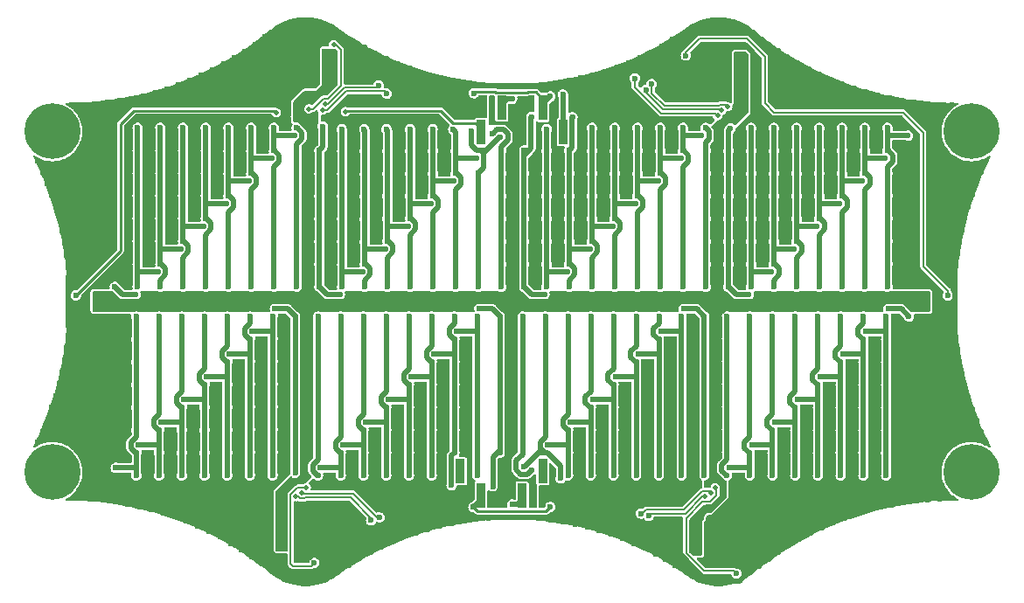
<source format=gbl>
G04 #@! TF.GenerationSoftware,KiCad,Pcbnew,(6.0.2-0)*
G04 #@! TF.CreationDate,2022-12-29T00:03:25+01:00*
G04 #@! TF.ProjectId,nixie-panel,6e697869-652d-4706-916e-656c2e6b6963,rev?*
G04 #@! TF.SameCoordinates,Original*
G04 #@! TF.FileFunction,Copper,L2,Bot*
G04 #@! TF.FilePolarity,Positive*
%FSLAX46Y46*%
G04 Gerber Fmt 4.6, Leading zero omitted, Abs format (unit mm)*
G04 Created by KiCad (PCBNEW (6.0.2-0)) date 2022-12-29 00:03:25*
%MOMM*%
%LPD*%
G01*
G04 APERTURE LIST*
G04 #@! TA.AperFunction,ComponentPad*
%ADD10C,0.800000*%
G04 #@! TD*
G04 #@! TA.AperFunction,ComponentPad*
%ADD11C,5.400000*%
G04 #@! TD*
G04 #@! TA.AperFunction,SMDPad,CuDef*
%ADD12R,0.850000X2.350000*%
G04 #@! TD*
G04 #@! TA.AperFunction,ViaPad*
%ADD13C,0.600000*%
G04 #@! TD*
G04 #@! TA.AperFunction,ViaPad*
%ADD14C,0.500000*%
G04 #@! TD*
G04 #@! TA.AperFunction,Conductor*
%ADD15C,0.500000*%
G04 #@! TD*
G04 #@! TA.AperFunction,Conductor*
%ADD16C,0.200000*%
G04 #@! TD*
G04 #@! TA.AperFunction,Conductor*
%ADD17C,0.250000*%
G04 #@! TD*
G04 #@! TA.AperFunction,Conductor*
%ADD18C,0.300000*%
G04 #@! TD*
G04 APERTURE END LIST*
D10*
G04 #@! TO.P,REF\u002A\u002A,1*
G04 #@! TO.N,N/C*
X105100000Y-56575000D03*
X103075000Y-58600000D03*
X105100000Y-60625000D03*
X106531891Y-57168109D03*
X103668109Y-60031891D03*
X107125000Y-58600000D03*
X106531891Y-60031891D03*
D11*
X105100000Y-58600000D03*
D10*
X103668109Y-57168109D03*
G04 #@! TD*
G04 #@! TO.P,REF\u002A\u002A,1*
G04 #@! TO.N,N/C*
X103668109Y-27031891D03*
X106531891Y-24168109D03*
X103075000Y-25600000D03*
D11*
X105100000Y-25600000D03*
D10*
X105100000Y-23575000D03*
X106531891Y-27031891D03*
X107125000Y-25600000D03*
X103668109Y-24168109D03*
X105100000Y-27625000D03*
G04 #@! TD*
G04 #@! TO.P,REF\u002A\u002A,1*
G04 #@! TO.N,N/C*
X16100000Y-56575000D03*
X17531891Y-60031891D03*
X14075000Y-58600000D03*
D11*
X16100000Y-58600000D03*
D10*
X14668109Y-60031891D03*
X17531891Y-57168109D03*
X18125000Y-58600000D03*
X16100000Y-60625000D03*
X14668109Y-57168109D03*
G04 #@! TD*
G04 #@! TO.P,REF\u002A\u002A,1*
G04 #@! TO.N,N/C*
X14668109Y-27031891D03*
X17531891Y-24168109D03*
X16100000Y-23575000D03*
X17531891Y-27031891D03*
D11*
X16100000Y-25600000D03*
D10*
X14075000Y-25600000D03*
X16100000Y-27625000D03*
X18125000Y-25600000D03*
X14668109Y-24168109D03*
G04 #@! TD*
D12*
G04 #@! TO.P,J1,1,Pin_1*
G04 #@! TO.N,GND*
X55600000Y-23325000D03*
G04 #@! TO.P,J1,2,Pin_2*
G04 #@! TO.N,/LightSense1*
X57600000Y-25675000D03*
G04 #@! TO.P,J1,3,Pin_3*
G04 #@! TO.N,/I2C0-SDA*
X59600000Y-23325000D03*
G04 #@! TO.P,J1,4,Pin_4*
G04 #@! TO.N,+3V3*
X61600000Y-25675000D03*
G04 #@! TO.P,J1,5,Pin_5*
G04 #@! TO.N,/I2C0-SCL*
X63600000Y-23325000D03*
G04 #@! TO.P,J1,6,Pin_6*
G04 #@! TO.N,/LightSense2*
X65600000Y-25675000D03*
G04 #@! TD*
G04 #@! TO.P,J2,1,Pin_1*
G04 #@! TO.N,GND*
X65600000Y-60875000D03*
G04 #@! TO.P,J2,2,Pin_2*
G04 #@! TO.N,unconnected-(J2-Pad2)*
X63600000Y-58525000D03*
G04 #@! TO.P,J2,3,Pin_3*
G04 #@! TO.N,/I2C1-SCL*
X61600000Y-60875000D03*
G04 #@! TO.P,J2,4,Pin_4*
G04 #@! TO.N,+3V3*
X59600000Y-58525000D03*
G04 #@! TO.P,J2,5,Pin_5*
G04 #@! TO.N,/I2C1-SDA*
X57600000Y-60875000D03*
G04 #@! TO.P,J2,6,Pin_6*
G04 #@! TO.N,unconnected-(J2-Pad6)*
X55600000Y-58525000D03*
G04 #@! TD*
D13*
G04 #@! TO.N,+3V3*
X82600000Y-18200000D03*
X20875000Y-41800000D03*
X100300000Y-42425000D03*
X42800000Y-17900000D03*
X38000000Y-66000000D03*
X78050000Y-66225000D03*
X58771453Y-61805808D03*
X83200000Y-18200000D03*
X43400000Y-17900000D03*
X20350000Y-42100000D03*
X100825000Y-42725000D03*
X38609260Y-65990760D03*
X62494502Y-61832847D03*
X58705500Y-22356082D03*
X100825000Y-42125000D03*
X20350000Y-41500000D03*
X62428656Y-22393932D03*
X78646010Y-66225997D03*
G04 #@! TO.N,GND*
X40800000Y-20413604D03*
X26850000Y-62575000D03*
X27225000Y-21525000D03*
X96050000Y-22125000D03*
X84219228Y-18605772D03*
X25700000Y-62225000D03*
X40075000Y-19688604D03*
X34775000Y-17875000D03*
X94900000Y-21800000D03*
X75125000Y-17350000D03*
X63175000Y-63100000D03*
X82425000Y-67125000D03*
X51875000Y-19875000D03*
X62575000Y-21150000D03*
X15175000Y-54675000D03*
X96275000Y-62025000D03*
X90600000Y-64025000D03*
X20225000Y-22925000D03*
X73500000Y-66000000D03*
X70775000Y-19400000D03*
X83475000Y-65939020D03*
X63775000Y-21050000D03*
X74100000Y-17925000D03*
X51325000Y-64500000D03*
X103200000Y-23050000D03*
X91700000Y-63550000D03*
X33750000Y-18500000D03*
X41525000Y-64525000D03*
X105575000Y-53600000D03*
X45275000Y-16875000D03*
X35425000Y-66775000D03*
X102000000Y-23000000D03*
X15625000Y-30625000D03*
X22200000Y-61500000D03*
X84497623Y-67743958D03*
X22600000Y-22625000D03*
X103575000Y-38725000D03*
X16450000Y-32875000D03*
X79675000Y-21125000D03*
X16775000Y-34025000D03*
X60775000Y-62975000D03*
X103925000Y-47875000D03*
X40075000Y-21138604D03*
X36400000Y-67500000D03*
X15675000Y-53500000D03*
X103925000Y-36375000D03*
X102075000Y-61200000D03*
X103575000Y-45525000D03*
X57175000Y-63175000D03*
X100800000Y-22925000D03*
X61375000Y-21200000D03*
X104750000Y-32925000D03*
X58976342Y-21167579D03*
X21000000Y-61350000D03*
X103450000Y-39925000D03*
X66125000Y-20700000D03*
X41525000Y-63075000D03*
X79450000Y-67400000D03*
X49575000Y-19050000D03*
X93950000Y-62700000D03*
X30200000Y-63825000D03*
X55975000Y-63350000D03*
X104425000Y-34075000D03*
X53625000Y-63825000D03*
X103475000Y-44325000D03*
X71875000Y-18950000D03*
X49075000Y-65350000D03*
X98400000Y-22600000D03*
X66775000Y-63650000D03*
X17475000Y-37575000D03*
X97425000Y-61775000D03*
X18600000Y-61175000D03*
X26075000Y-21850000D03*
X17300000Y-47750000D03*
X21425000Y-22800000D03*
X92800000Y-63050000D03*
X28325000Y-21125000D03*
X76400000Y-67625000D03*
X23750000Y-22425000D03*
X17725000Y-44150000D03*
X32350000Y-64900000D03*
X46925000Y-66400000D03*
X90400000Y-20075000D03*
X65575000Y-63425000D03*
X84775000Y-16650000D03*
X16050000Y-31750000D03*
X47375000Y-18050000D03*
X105150000Y-31800000D03*
X86375000Y-17800000D03*
X17725000Y-39975000D03*
X85500000Y-17200000D03*
X99825000Y-61375000D03*
X23400000Y-61700000D03*
X86425000Y-66350000D03*
X16775000Y-50075000D03*
X69075000Y-64250000D03*
X17300000Y-36375000D03*
X105525000Y-30675000D03*
X35750000Y-17175000D03*
X48475000Y-18575000D03*
X42550000Y-67100000D03*
X57775000Y-21075000D03*
X31625000Y-19675000D03*
X64375000Y-63225000D03*
X38975278Y-22539020D03*
X60175000Y-21200000D03*
X103725000Y-46700000D03*
X40075000Y-63075000D03*
X87250000Y-18375000D03*
X19800000Y-61225000D03*
X34425000Y-66125000D03*
X81125000Y-64525000D03*
X68475000Y-20150000D03*
X33400000Y-65500000D03*
X88450000Y-65100000D03*
X103725000Y-37525000D03*
X67300000Y-20450000D03*
X85450000Y-67025000D03*
X41769500Y-17082978D03*
X17025000Y-35200000D03*
X40075000Y-64525000D03*
X45850000Y-67000000D03*
X79675000Y-63075000D03*
X106500000Y-28500000D03*
X16450000Y-51225000D03*
X88275000Y-19000000D03*
X104150000Y-35225000D03*
X104175000Y-49025000D03*
X92600000Y-21025000D03*
X55375000Y-20750000D03*
X100900000Y-61275000D03*
X17650000Y-45350000D03*
X44825000Y-67625000D03*
X89325000Y-19550000D03*
X79675000Y-19675000D03*
X71325000Y-65025000D03*
X47975000Y-65850000D03*
X81125000Y-63075000D03*
X89500000Y-64525000D03*
X46325000Y-17475000D03*
X29100000Y-63375000D03*
X54175000Y-20500000D03*
X31300000Y-64325000D03*
X106050000Y-54700000D03*
X103231225Y-61159966D03*
X24925000Y-22175000D03*
X36700000Y-16450000D03*
X79125000Y-17205500D03*
X80400000Y-63800000D03*
X87425000Y-65700000D03*
X52475000Y-64150000D03*
X98625000Y-61550000D03*
X39150000Y-17000000D03*
X40800000Y-63800000D03*
X61975000Y-63025000D03*
X59575000Y-63000000D03*
X56575000Y-20925000D03*
X82590740Y-17175000D03*
X82200000Y-65975000D03*
X104450000Y-50175000D03*
X81125000Y-19675000D03*
X17475000Y-46550000D03*
X106550000Y-55775000D03*
X50725000Y-19500000D03*
X80400000Y-20400000D03*
X17625000Y-38775000D03*
X29450000Y-20700000D03*
X82175000Y-61660980D03*
X14675000Y-55750000D03*
X81451740Y-17175000D03*
X99600000Y-22775000D03*
X75475000Y-67075000D03*
X17961220Y-23034535D03*
X81125000Y-21125000D03*
X32700000Y-19100000D03*
X24550000Y-61950000D03*
X41525000Y-21138604D03*
X95125000Y-62350000D03*
X14672367Y-28429772D03*
X30550000Y-20200000D03*
X15200000Y-29525000D03*
X70225000Y-64625000D03*
X67925000Y-63925000D03*
X27975000Y-62950000D03*
X17050000Y-48925000D03*
X76155500Y-16725000D03*
X54800000Y-63575000D03*
X42577698Y-61660980D03*
X72425000Y-65500000D03*
X78484802Y-22539020D03*
X73000000Y-18450000D03*
X64975000Y-20900000D03*
X97225000Y-22375000D03*
X69625000Y-19800000D03*
X105175000Y-52475000D03*
X91500000Y-20575000D03*
X19100000Y-23000000D03*
X79725000Y-17200000D03*
X53025000Y-20225000D03*
X16075000Y-52375000D03*
X39748260Y-67157158D03*
X58375000Y-63075000D03*
X41525000Y-19688604D03*
X74575000Y-66525000D03*
X106000000Y-29600000D03*
X79675000Y-64525000D03*
X104775000Y-51325000D03*
X93750000Y-21450000D03*
X50175000Y-64900000D03*
G04 #@! TO.N,/region1/LED Driver/CA1*
X41963604Y-40663604D03*
X41963604Y-27463604D03*
X41963604Y-36263604D03*
X43952205Y-41403500D03*
X41963604Y-34063604D03*
X42291810Y-25125115D03*
X41963604Y-38463604D03*
X41963604Y-31863604D03*
X41963604Y-29663604D03*
G04 #@! TO.N,/region1/LED Driver/CA2*
X44163604Y-40663604D03*
X44163604Y-38463604D03*
X46157518Y-39204997D03*
X44122406Y-25400500D03*
X44163604Y-34063604D03*
X44163604Y-31863604D03*
X44163604Y-27463604D03*
X44163604Y-29663604D03*
X44163604Y-36263604D03*
G04 #@! TO.N,/region1/LED Driver/CA3*
X46363604Y-27463604D03*
X48357518Y-37004997D03*
X46300000Y-25400500D03*
X46363604Y-38463604D03*
X46363604Y-34063604D03*
X46363604Y-29663604D03*
X46363604Y-36263604D03*
X46363604Y-31863604D03*
X46363604Y-40663604D03*
G04 #@! TO.N,/region1/LED Driver/CA4*
X48563604Y-36263604D03*
X50557518Y-34804997D03*
X48563604Y-34063604D03*
X48470783Y-25400500D03*
X48563604Y-27463604D03*
X48563604Y-38463604D03*
X48563604Y-40663604D03*
X48563604Y-29663604D03*
X48563604Y-31863604D03*
G04 #@! TO.N,/region1/LED Driver/CA5*
X52757518Y-32604997D03*
X50763604Y-38463604D03*
X50763604Y-34063604D03*
X50763604Y-36263604D03*
X50763604Y-27463604D03*
X50763604Y-31863604D03*
X50763604Y-40663604D03*
X50749328Y-25400500D03*
X50763604Y-29663604D03*
G04 #@! TO.N,/region1/LED Driver/CA6*
X52963604Y-34063604D03*
X52963604Y-29663604D03*
X52963604Y-40663604D03*
X52963604Y-31863604D03*
X52963604Y-36263604D03*
X52963604Y-27463604D03*
X54957518Y-30404997D03*
X52963604Y-38463604D03*
X52925000Y-25400500D03*
G04 #@! TO.N,/region1/LED Driver/CA7*
X55163604Y-31863604D03*
X55163604Y-34063604D03*
X55163604Y-40663604D03*
X55163604Y-36263604D03*
X55163604Y-27463604D03*
X55163604Y-29663604D03*
X55163604Y-38463604D03*
X54925000Y-25422287D03*
X57157518Y-28204997D03*
G04 #@! TO.N,/region1/LED Driver/CA8*
X57363604Y-27463604D03*
X57363604Y-31863604D03*
X57363604Y-40663604D03*
X57363604Y-34063604D03*
X57363604Y-36263604D03*
X57363604Y-29663604D03*
X56696784Y-25578216D03*
X57363604Y-38463604D03*
X59482853Y-26166122D03*
G04 #@! TO.N,/region1/LED Driver/CA9*
X59563604Y-38463604D03*
X59563604Y-40663604D03*
X59563604Y-27463604D03*
X59563604Y-34063604D03*
X58728736Y-25803736D03*
X59563604Y-31863604D03*
X59563604Y-29663604D03*
X59563604Y-36263604D03*
G04 #@! TO.N,/region1/LED Driver/CB1*
X24152205Y-41403500D03*
X22163604Y-40663604D03*
G04 #@! TO.N,/region1/LED Driver/CB2*
X24363604Y-34063604D03*
X24363604Y-31863604D03*
X24363604Y-25263604D03*
X24363604Y-27463604D03*
X24363604Y-40663604D03*
X26357518Y-39204997D03*
X24363604Y-38463604D03*
X24363604Y-36263604D03*
X24363604Y-29663604D03*
G04 #@! TO.N,/region1/LED Driver/CB3*
X26563604Y-34063604D03*
X26563604Y-38463604D03*
X26563604Y-29663604D03*
X26563604Y-40663604D03*
X26563604Y-27463604D03*
X26563604Y-25263604D03*
X28557518Y-37004997D03*
X26563604Y-31863604D03*
X26563604Y-36263604D03*
G04 #@! TO.N,/region1/LED Driver/CB4*
X28763604Y-38463604D03*
X30757518Y-34804997D03*
X28763604Y-29663604D03*
X28763604Y-34063604D03*
X28763604Y-25263604D03*
X28763604Y-31863604D03*
X28763604Y-40663604D03*
X28763604Y-27463604D03*
X28763604Y-36263604D03*
G04 #@! TO.N,/region1/LED Driver/CB5*
X30963604Y-31863604D03*
X30963604Y-36263604D03*
X30963604Y-27463604D03*
X30963604Y-25263604D03*
X30963604Y-40663604D03*
X30963604Y-34063604D03*
X30963604Y-29663604D03*
X32957518Y-32604997D03*
X30963604Y-38463604D03*
G04 #@! TO.N,/region1/LED Driver/CB6*
X33163604Y-34063604D03*
X33163604Y-36263604D03*
X33163604Y-38463604D03*
X33163604Y-25263604D03*
X35157518Y-30404997D03*
X33163604Y-31863604D03*
X33163604Y-40663604D03*
X33163604Y-27463604D03*
X33163604Y-29663604D03*
G04 #@! TO.N,/region1/LED Driver/CB7*
X35363604Y-38463604D03*
X35363604Y-31863604D03*
X35363604Y-25263604D03*
X35363604Y-36263604D03*
X35363604Y-27463604D03*
X35363604Y-40663604D03*
X35363604Y-34063604D03*
X35363604Y-29663604D03*
X37357518Y-28204997D03*
G04 #@! TO.N,/region1/LED Driver/CB8*
X37563604Y-31863604D03*
X37563604Y-25263604D03*
X39552205Y-26003500D03*
X37563604Y-36263604D03*
X37563604Y-34063604D03*
X37563604Y-29663604D03*
X37563604Y-38463604D03*
X37563604Y-27463604D03*
X37563604Y-40663604D03*
G04 #@! TO.N,/region1/LED Driver/CB9*
X39763604Y-34063604D03*
X39763604Y-29663604D03*
X39763604Y-25263604D03*
X39763604Y-38463604D03*
X39763604Y-36263604D03*
X39763604Y-27463604D03*
X39763604Y-40663604D03*
X39763604Y-31863604D03*
G04 #@! TO.N,/region2/LED Driver/CA1*
X39636396Y-52336396D03*
X39636396Y-50136396D03*
X39636396Y-54536396D03*
X37647795Y-42796500D03*
X39636396Y-47936396D03*
X39636396Y-58700000D03*
X39636396Y-43536396D03*
X39636396Y-56736396D03*
X39636396Y-45736396D03*
G04 #@! TO.N,/region2/LED Driver/CA2*
X37436396Y-52336396D03*
X37436396Y-58936396D03*
X37436396Y-47936396D03*
X37436396Y-45736396D03*
X37436396Y-50136396D03*
X37436396Y-54536396D03*
X37436396Y-43536396D03*
X35442482Y-44995003D03*
X37436396Y-56736396D03*
G04 #@! TO.N,/region2/LED Driver/CA3*
X35236396Y-56736396D03*
X35236396Y-54536396D03*
X35236396Y-50136396D03*
X33242482Y-47195003D03*
X35236396Y-58936396D03*
X35236396Y-45736396D03*
X35236396Y-47936396D03*
X35236396Y-52336396D03*
X35236396Y-43536396D03*
G04 #@! TO.N,/region2/LED Driver/CA4*
X33036396Y-43536396D03*
X31042482Y-49395003D03*
X33036396Y-47936396D03*
X33036396Y-50136396D03*
X33036396Y-56736396D03*
X33036396Y-52336396D03*
X33036396Y-54536396D03*
X33036396Y-58936396D03*
X33036396Y-45736396D03*
G04 #@! TO.N,/region2/LED Driver/CA5*
X30836396Y-52336396D03*
X30836396Y-50136396D03*
X28842482Y-51595003D03*
X30836396Y-58936396D03*
X30836396Y-54536396D03*
X30836396Y-43536396D03*
X30836396Y-47936396D03*
X30836396Y-56736396D03*
X30836396Y-45736396D03*
G04 #@! TO.N,/region2/LED Driver/CA6*
X28636396Y-52336396D03*
X28636396Y-47936396D03*
X28636396Y-56736396D03*
X28636396Y-54536396D03*
X28636396Y-58936396D03*
X28636396Y-45736396D03*
X28636396Y-50136396D03*
X28636396Y-43536396D03*
X26642482Y-53795003D03*
G04 #@! TO.N,/region2/LED Driver/CA7*
X24442482Y-55995003D03*
X26436396Y-58936396D03*
X26436396Y-50136396D03*
X26436396Y-56736396D03*
X26436396Y-45736396D03*
X26436396Y-43536396D03*
X26436396Y-52336396D03*
X26436396Y-54536396D03*
X26436396Y-47936396D03*
G04 #@! TO.N,/region2/LED Driver/CA8*
X24236396Y-58936396D03*
X24236396Y-45736396D03*
X22247795Y-58196500D03*
X24236396Y-56736396D03*
X24236396Y-52336396D03*
X24236396Y-54536396D03*
X24236396Y-50136396D03*
X24236396Y-47936396D03*
X24236396Y-43536396D03*
G04 #@! TO.N,/region2/LED Driver/CB1*
X59436396Y-47936396D03*
X59436396Y-50136396D03*
X57447795Y-42796500D03*
X59436396Y-52336396D03*
X59436396Y-54536396D03*
X59436396Y-56736396D03*
X58750000Y-60000000D03*
X59436396Y-43536396D03*
X59436396Y-45736396D03*
G04 #@! TO.N,/region2/LED Driver/CB2*
X57236396Y-50136396D03*
X57236396Y-52336396D03*
X57236396Y-45736396D03*
X55242482Y-44995003D03*
X57236396Y-43536396D03*
X57236396Y-47936396D03*
X57236396Y-56736396D03*
X57236396Y-54536396D03*
X57236396Y-58936396D03*
G04 #@! TO.N,/region2/LED Driver/CB3*
X55036396Y-43536396D03*
X55036396Y-45736396D03*
X55036396Y-56736396D03*
X54751274Y-59902207D03*
X55036396Y-50136396D03*
X55036396Y-47936396D03*
X55036396Y-52336396D03*
X55036396Y-54536396D03*
X53042482Y-47195003D03*
G04 #@! TO.N,/region2/LED Driver/CB4*
X52836396Y-45736396D03*
X50842482Y-49395003D03*
X52836396Y-58936396D03*
X52836396Y-43536396D03*
X52836396Y-54536396D03*
X52836396Y-50136396D03*
X52836396Y-52336396D03*
X52836396Y-56736396D03*
X52836396Y-47936396D03*
G04 #@! TO.N,/region2/LED Driver/CB5*
X50636396Y-54536396D03*
X50636396Y-58936396D03*
X50636396Y-50136396D03*
X50636396Y-56736396D03*
X50636396Y-47936396D03*
X50636396Y-52336396D03*
X48642482Y-51595003D03*
X50636396Y-45736396D03*
X50636396Y-43536396D03*
G04 #@! TO.N,/region2/LED Driver/CB6*
X48436396Y-54536396D03*
X48436396Y-45736396D03*
X48436396Y-43536396D03*
X48436396Y-50136396D03*
X46442482Y-53795003D03*
X48436396Y-58936396D03*
X48436396Y-56736396D03*
X48436396Y-52336396D03*
X48436396Y-47936396D03*
G04 #@! TO.N,/region2/LED Driver/CB7*
X44242482Y-55995003D03*
X46236396Y-54536396D03*
X46236396Y-56736396D03*
X46236396Y-58936396D03*
X46236396Y-47936396D03*
X46236396Y-50136396D03*
X46236396Y-52336396D03*
X46236396Y-43536396D03*
X46236396Y-45736396D03*
G04 #@! TO.N,/region2/LED Driver/CB8*
X44036396Y-52336396D03*
X44036396Y-50136396D03*
X44036396Y-43536396D03*
X42047795Y-58196500D03*
X44036396Y-47936396D03*
X44036396Y-45736396D03*
X44036396Y-56736396D03*
X44036396Y-58936396D03*
X44036396Y-54536396D03*
G04 #@! TO.N,/region2/LED Driver/CB9*
X41836396Y-43536396D03*
X41836396Y-56736396D03*
X41836396Y-45736396D03*
X41836396Y-50136396D03*
X41836396Y-52336396D03*
X41836396Y-58936396D03*
X41836396Y-54536396D03*
X41836396Y-47936396D03*
G04 #@! TO.N,/region3/LED Driver/CA1*
X81563604Y-31863604D03*
X81563604Y-34063604D03*
X83552205Y-41403500D03*
X81563604Y-40663604D03*
X81768211Y-25304196D03*
X81563604Y-36263604D03*
X81563604Y-27463604D03*
X81563604Y-29663604D03*
X81563604Y-38463604D03*
G04 #@! TO.N,/region3/LED Driver/CA2*
X83763604Y-29663604D03*
X83763604Y-36263604D03*
X83763604Y-31863604D03*
X83763604Y-34063604D03*
X83763604Y-27463604D03*
X83763604Y-40663604D03*
X83763604Y-25263604D03*
X83763604Y-38463604D03*
X85757518Y-39204997D03*
G04 #@! TO.N,/region3/LED Driver/CA3*
X85963604Y-38463604D03*
X85963604Y-25263604D03*
X85963604Y-27463604D03*
X85963604Y-34063604D03*
X85963604Y-40663604D03*
X87957518Y-37004997D03*
X85963604Y-31863604D03*
X85963604Y-36263604D03*
X85963604Y-29663604D03*
G04 #@! TO.N,/region3/LED Driver/CA4*
X88163604Y-38463604D03*
X88163604Y-40663604D03*
X88163604Y-34063604D03*
X88163604Y-31863604D03*
X88163604Y-27463604D03*
X88163604Y-29663604D03*
X88163604Y-25263604D03*
X88163604Y-36263604D03*
X90157518Y-34804997D03*
G04 #@! TO.N,/region3/LED Driver/CA5*
X90363604Y-38463604D03*
X92357518Y-32604997D03*
X90363604Y-27463604D03*
X90363604Y-34063604D03*
X90363604Y-29663604D03*
X90363604Y-36263604D03*
X90363604Y-40663604D03*
X90363604Y-25263604D03*
X90363604Y-31863604D03*
G04 #@! TO.N,/region3/LED Driver/CA6*
X94557518Y-30404997D03*
X92563604Y-31863604D03*
X92563604Y-25263604D03*
X92563604Y-36263604D03*
X92563604Y-40663604D03*
X92563604Y-29663604D03*
X92563604Y-27463604D03*
X92563604Y-34063604D03*
X92563604Y-38463604D03*
G04 #@! TO.N,/region3/LED Driver/CA7*
X94763604Y-31863604D03*
X96757518Y-28204997D03*
X94763604Y-29663604D03*
X94763604Y-36263604D03*
X94763604Y-27463604D03*
X94763604Y-25263604D03*
X94763604Y-34063604D03*
X94763604Y-40663604D03*
X94763604Y-38463604D03*
G04 #@! TO.N,/region3/LED Driver/CA8*
X96963604Y-38463604D03*
X98952205Y-26003500D03*
X96963604Y-31863604D03*
X96963604Y-29663604D03*
X96963604Y-40663604D03*
X96963604Y-25263604D03*
X96963604Y-27463604D03*
X96963604Y-34063604D03*
X96963604Y-36263604D03*
G04 #@! TO.N,/region3/LED Driver/CB1*
X61763604Y-27463604D03*
X61763604Y-36263604D03*
X61763604Y-34063604D03*
X63752205Y-41403500D03*
X61763604Y-40663604D03*
X62475000Y-24200000D03*
X61763604Y-31863604D03*
X61763604Y-38463604D03*
X61763604Y-29663604D03*
G04 #@! TO.N,/region3/LED Driver/CB2*
X63963604Y-27463604D03*
X63963604Y-40663604D03*
X63975000Y-25400500D03*
X63963604Y-38463604D03*
X63963604Y-29663604D03*
X65957518Y-39204997D03*
X63963604Y-36263604D03*
X63963604Y-31863604D03*
X63963604Y-34063604D03*
G04 #@! TO.N,/region3/LED Driver/CB3*
X66163604Y-27463604D03*
X68157518Y-37004997D03*
X66475309Y-24234714D03*
X66163604Y-38463604D03*
X66163604Y-31863604D03*
X66163604Y-29663604D03*
X66163604Y-34063604D03*
X66163604Y-36263604D03*
X66163604Y-40663604D03*
G04 #@! TO.N,/region3/LED Driver/CB4*
X68363604Y-40663604D03*
X68363604Y-29663604D03*
X68363604Y-25263604D03*
X68363604Y-27463604D03*
X70357518Y-34804997D03*
X68363604Y-38463604D03*
X68363604Y-31863604D03*
X68363604Y-36263604D03*
X68363604Y-34063604D03*
G04 #@! TO.N,/region3/LED Driver/CB5*
X70563604Y-36263604D03*
X70563604Y-40663604D03*
X70563604Y-27463604D03*
X70563604Y-29663604D03*
X70563604Y-31863604D03*
X70563604Y-34063604D03*
X70563604Y-25263604D03*
X72557518Y-32604997D03*
X70563604Y-38463604D03*
G04 #@! TO.N,/region3/LED Driver/CB6*
X72763604Y-36263604D03*
X74757518Y-30404997D03*
X72763604Y-38463604D03*
X72763604Y-29663604D03*
X72763604Y-25263604D03*
X72763604Y-27463604D03*
X72763604Y-31863604D03*
X72763604Y-34063604D03*
X72763604Y-40663604D03*
G04 #@! TO.N,/region3/LED Driver/CB7*
X74963604Y-25263604D03*
X74963604Y-36263604D03*
X74963604Y-34063604D03*
X74963604Y-29663604D03*
X74963604Y-38463604D03*
X74963604Y-40663604D03*
X76957518Y-28204997D03*
X74963604Y-31863604D03*
X74963604Y-27463604D03*
G04 #@! TO.N,/region3/LED Driver/CB8*
X77163604Y-38463604D03*
X77163604Y-31863604D03*
X78980377Y-26009942D03*
X77163604Y-36263604D03*
X77163604Y-29663604D03*
X77163604Y-25263604D03*
X77163604Y-34063604D03*
X77163604Y-27463604D03*
X77163604Y-40663604D03*
G04 #@! TO.N,/region3/LED Driver/CB9*
X79363604Y-31863604D03*
X79363604Y-38463604D03*
X79363604Y-34063604D03*
X79363604Y-29663604D03*
X79363604Y-27463604D03*
X79363604Y-25263604D03*
X79363604Y-36263604D03*
X79363604Y-40663604D03*
G04 #@! TO.N,/region4/LED Driver/CA1*
X79236396Y-52336396D03*
X79236396Y-50136396D03*
X79236396Y-56736396D03*
X79236396Y-47936396D03*
X79236396Y-45736396D03*
X77247795Y-42796500D03*
X79236396Y-58936396D03*
X79236396Y-54536396D03*
X79236396Y-43536396D03*
G04 #@! TO.N,/region4/LED Driver/CA2*
X75042482Y-44995003D03*
X77036396Y-56736396D03*
X77036396Y-54536396D03*
X77036396Y-58936396D03*
X77036396Y-45736396D03*
X77036396Y-52336396D03*
X77036396Y-50136396D03*
X77036396Y-43536396D03*
X77036396Y-47936396D03*
G04 #@! TO.N,/region4/LED Driver/CA3*
X72842482Y-47195003D03*
X74836396Y-47936396D03*
X74836396Y-58936396D03*
X74836396Y-54536396D03*
X74836396Y-45736396D03*
X74836396Y-52336396D03*
X74836396Y-56736396D03*
X74836396Y-43536396D03*
X74836396Y-50136396D03*
G04 #@! TO.N,/region4/LED Driver/CA4*
X72636396Y-54536396D03*
X72636396Y-47936396D03*
X72636396Y-56736396D03*
X72636396Y-45736396D03*
X72636396Y-58936396D03*
X70642482Y-49395003D03*
X72636396Y-43536396D03*
X72636396Y-52336396D03*
X72636396Y-50136396D03*
G04 #@! TO.N,/region4/LED Driver/CA5*
X68442482Y-51595003D03*
X70436396Y-45736396D03*
X70436396Y-43536396D03*
X70436396Y-58936396D03*
X70436396Y-47936396D03*
X70436396Y-56736396D03*
X70436396Y-54536396D03*
X70436396Y-52336396D03*
X70436396Y-50136396D03*
G04 #@! TO.N,/region4/LED Driver/CA6*
X68236396Y-43536396D03*
X68236396Y-52336396D03*
X68236396Y-50136396D03*
X66242482Y-53795003D03*
X68236396Y-45736396D03*
X68236396Y-47936396D03*
X68236396Y-54536396D03*
X68236396Y-58936396D03*
X68236396Y-56736396D03*
G04 #@! TO.N,/region4/LED Driver/CA7*
X66036396Y-47936396D03*
X66036396Y-50136396D03*
X64042482Y-55995003D03*
X66036396Y-56736396D03*
X66036396Y-58936396D03*
X66036396Y-54536396D03*
X66036396Y-43536396D03*
X66036396Y-52336396D03*
X66036396Y-45736396D03*
G04 #@! TO.N,/region4/LED Driver/CA8*
X63836396Y-47936396D03*
X63836396Y-45736396D03*
X65325316Y-59230498D03*
X63836396Y-50136396D03*
X63836396Y-43536396D03*
X63836396Y-52336396D03*
X63836396Y-56736396D03*
X63836396Y-54536396D03*
X61795994Y-58094157D03*
G04 #@! TO.N,/region4/LED Driver/CA9*
X61636396Y-45736396D03*
X62544223Y-58398305D03*
X61636396Y-54536396D03*
X61636396Y-50136396D03*
X61636396Y-56736396D03*
X61636396Y-43536396D03*
X61636396Y-52336396D03*
X61636396Y-47936396D03*
G04 #@! TO.N,/region4/LED Driver/CB1*
X99036396Y-43536396D03*
X97047795Y-42796500D03*
G04 #@! TO.N,/region4/LED Driver/CB2*
X96836396Y-58936396D03*
X96836396Y-56736396D03*
X96836396Y-47936396D03*
X96836396Y-43536396D03*
X96836396Y-45736396D03*
X96836396Y-54536396D03*
X96836396Y-50136396D03*
X94842482Y-44995003D03*
X96836396Y-52336396D03*
G04 #@! TO.N,/region4/LED Driver/CB3*
X94636396Y-54536396D03*
X94636396Y-50136396D03*
X94636396Y-47936396D03*
X94636396Y-45736396D03*
X94636396Y-56736396D03*
X94636396Y-43536396D03*
X94636396Y-52336396D03*
X94636396Y-58936396D03*
X92642482Y-47195003D03*
G04 #@! TO.N,/region4/LED Driver/CB4*
X92436396Y-50136396D03*
X92436396Y-54536396D03*
X92436396Y-45736396D03*
X92436396Y-43536396D03*
X92436396Y-56736396D03*
X92436396Y-52336396D03*
X90442482Y-49395003D03*
X92436396Y-58936396D03*
X92436396Y-47936396D03*
G04 #@! TO.N,/region4/LED Driver/CB5*
X90236396Y-43536396D03*
X90236396Y-47936396D03*
X90236396Y-52336396D03*
X90236396Y-58936396D03*
X90236396Y-56736396D03*
X90236396Y-45736396D03*
X90236396Y-54536396D03*
X88242482Y-51595003D03*
X90236396Y-50136396D03*
G04 #@! TO.N,/region4/LED Driver/CB6*
X88036396Y-43536396D03*
X88036396Y-56736396D03*
X88036396Y-47936396D03*
X88036396Y-50136396D03*
X88036396Y-58936396D03*
X86042482Y-53795003D03*
X88036396Y-45736396D03*
X88036396Y-52336396D03*
X88036396Y-54536396D03*
G04 #@! TO.N,/region4/LED Driver/CB7*
X85836396Y-56736396D03*
X85836396Y-43536396D03*
X85836396Y-52336396D03*
X85836396Y-45736396D03*
X83842482Y-55995003D03*
X85836396Y-58936396D03*
X85836396Y-54536396D03*
X85836396Y-47936396D03*
X85836396Y-50136396D03*
G04 #@! TO.N,/region4/LED Driver/CB8*
X83636396Y-47936396D03*
X83636396Y-52336396D03*
X83636396Y-43536396D03*
X81647795Y-58196500D03*
X83636396Y-56736396D03*
X83636396Y-50136396D03*
X83636396Y-58936396D03*
X83636396Y-45736396D03*
X83636396Y-54536396D03*
G04 #@! TO.N,/region4/LED Driver/CB9*
X81436396Y-56736396D03*
X81436396Y-43536396D03*
X81436396Y-52336396D03*
X81436396Y-50136396D03*
X81436396Y-45736396D03*
X81436396Y-58936396D03*
X81436396Y-54536396D03*
X81436396Y-47936396D03*
D14*
G04 #@! TO.N,Net-(R25-Pad2)*
X40950000Y-23422287D03*
X43346415Y-17180500D03*
D13*
G04 #@! TO.N,Net-(R35-Pad2)*
X41475000Y-67425000D03*
D14*
X40688784Y-60119626D03*
D13*
G04 #@! TO.N,Net-(R55-Pad2)*
X82348150Y-68456451D03*
D14*
X80288784Y-60119626D03*
G04 #@! TO.N,Net-(R50-Pad2)*
X79877573Y-60647962D03*
D13*
X73094482Y-62630518D03*
G04 #@! TO.N,Net-(R49-Pad2)*
X73833050Y-62846505D03*
D14*
X79298271Y-60983581D03*
D13*
G04 #@! TO.N,Net-(R45-Pad2)*
X72504817Y-20466128D03*
D14*
X80511216Y-24080374D03*
D13*
G04 #@! TO.N,Net-(R40-Pad2)*
X73575000Y-21574688D03*
D14*
X80922427Y-23552038D03*
G04 #@! TO.N,Net-(R39-Pad2)*
X81501729Y-23216419D03*
D13*
X74123817Y-21035307D03*
D14*
G04 #@! TO.N,Net-(R30-Pad2)*
X40277573Y-60647962D03*
D13*
X47769228Y-62994832D03*
G04 #@! TO.N,Net-(R29-Pad2)*
X46967740Y-63273136D03*
D14*
X39698271Y-60983581D03*
D13*
G04 #@! TO.N,Net-(R20-Pad2)*
X48493018Y-21944208D03*
D14*
X42250000Y-23539020D03*
D13*
G04 #@! TO.N,Net-(R19-Pad2)*
X47705518Y-21155500D03*
D14*
X42574584Y-22944500D03*
D13*
G04 #@! TO.N,/LightSense1*
X18385980Y-41489418D03*
D14*
X44480500Y-23700000D03*
X37792329Y-23804487D03*
D13*
G04 #@! TO.N,/LightSense2*
X102814020Y-41500000D03*
X77450000Y-18260980D03*
X65525217Y-22021273D03*
G04 #@! TO.N,/I2C0-SCL*
X64329282Y-22216190D03*
X56928727Y-21903727D03*
G04 #@! TO.N,/I2C0-SDA*
X60615226Y-22459780D03*
G04 #@! TO.N,/I2C1-SCL*
X60614553Y-61739841D03*
G04 #@! TO.N,/I2C1-SDA*
X64329282Y-61983810D03*
X56875000Y-62000000D03*
G04 #@! TD*
D15*
G04 #@! TO.N,/region1/LED Driver/CA1*
X42291810Y-25125115D02*
X42300000Y-25133305D01*
X42300000Y-25133305D02*
X42300000Y-27127208D01*
X42300000Y-27127208D02*
X41963604Y-27463604D01*
G04 #@! TO.N,/region3/LED Driver/CB9*
X79363604Y-25263604D02*
X79699888Y-25599888D01*
X79699888Y-25599888D02*
X79699888Y-26350112D01*
X79699888Y-26350112D02*
X79363604Y-26686396D01*
X79363604Y-26686396D02*
X79363604Y-27463604D01*
G04 #@! TO.N,/region3/LED Driver/CB8*
X78980377Y-26009942D02*
X77309942Y-26009942D01*
X77309942Y-26009942D02*
X77163604Y-25863604D01*
G04 #@! TO.N,/region3/LED Driver/CA1*
X81768211Y-25304196D02*
X81563604Y-25508803D01*
X81563604Y-25508803D02*
X81563604Y-27463604D01*
G04 #@! TO.N,/region3/LED Driver/CB7*
X75022211Y-28204997D02*
X74963604Y-28263604D01*
X76957518Y-28204997D02*
X75022211Y-28204997D01*
G04 #@! TO.N,/region3/LED Driver/CB8*
X77163604Y-29016454D02*
X77163604Y-29663604D01*
X77233668Y-27463604D02*
X77677029Y-27906965D01*
X77163604Y-26163604D02*
X77163604Y-25863604D01*
X77677029Y-27906965D02*
X77677029Y-28503029D01*
X77163604Y-27463604D02*
X77163604Y-26163604D01*
X77677029Y-28503029D02*
X77163604Y-29016454D01*
X77163604Y-27463604D02*
X77233668Y-27463604D01*
G04 #@! TO.N,GND*
X82200000Y-65975000D02*
X83800000Y-65975000D01*
X83800000Y-65975000D02*
X87200000Y-62575000D01*
X87200000Y-62575000D02*
X90425000Y-62575000D01*
X90425000Y-62575000D02*
X91175000Y-61825000D01*
X91175000Y-61825000D02*
X96225000Y-61825000D01*
X96225000Y-61825000D02*
X97225000Y-60825000D01*
X97225000Y-60825000D02*
X99700000Y-60825000D01*
X99700000Y-60825000D02*
X101025000Y-59500000D01*
X101025000Y-59500000D02*
X101025000Y-56425000D01*
X101025000Y-56425000D02*
X103225000Y-54225000D01*
X103225000Y-54225000D02*
X103225000Y-46225000D01*
X103225000Y-46225000D02*
X103533531Y-45916469D01*
X103533531Y-45916469D02*
X103533531Y-37483531D01*
X103533531Y-37483531D02*
X103200000Y-37150000D01*
X103200000Y-37150000D02*
X103200000Y-29625000D01*
X103200000Y-29625000D02*
X101250000Y-27675000D01*
X101250000Y-27675000D02*
X101250000Y-24425000D01*
X101250000Y-24425000D02*
X99825000Y-23000000D01*
X99825000Y-23000000D02*
X95625000Y-23000000D01*
X95625000Y-23000000D02*
X94625000Y-22000000D01*
X94625000Y-22000000D02*
X87525000Y-22000000D01*
X87525000Y-22000000D02*
X85850000Y-20325000D01*
X85850000Y-20325000D02*
X85850000Y-18355576D01*
X85850000Y-18355576D02*
X83580393Y-16085969D01*
X83580393Y-16085969D02*
X80285969Y-16085969D01*
X80285969Y-16085969D02*
X80275000Y-16075000D01*
X80275000Y-16075000D02*
X78525000Y-16075000D01*
X78525000Y-16075000D02*
X78525000Y-16115288D01*
X78525000Y-16115288D02*
X76675000Y-17965288D01*
X76675000Y-17965288D02*
X76675000Y-19675000D01*
D16*
G04 #@! TO.N,/LightSense2*
X102814020Y-41500000D02*
X102814020Y-41064020D01*
X102814020Y-41064020D02*
X100425000Y-38675000D01*
X100425000Y-38675000D02*
X100425000Y-25719589D01*
X100425000Y-25719589D02*
X98480411Y-23775000D01*
X98480411Y-23775000D02*
X85975000Y-23775000D01*
X85975000Y-23775000D02*
X85105480Y-22905480D01*
X85105480Y-22905480D02*
X85105480Y-18345768D01*
X85105480Y-18345768D02*
X83365201Y-16605489D01*
X83365201Y-16605489D02*
X78769511Y-16605489D01*
X78769511Y-16605489D02*
X77450000Y-17925000D01*
X77450000Y-17925000D02*
X77450000Y-18260980D01*
D15*
G04 #@! TO.N,+3V3*
X78646010Y-65221010D02*
X78646010Y-65628990D01*
X81587667Y-24599894D02*
X82540760Y-23646801D01*
X80002388Y-62022612D02*
X79475000Y-62022612D01*
X43400000Y-17900000D02*
X43100000Y-18200000D01*
X38659240Y-60553199D02*
X39712439Y-59500000D01*
X78646010Y-65221010D02*
X78646010Y-66225997D01*
X38659240Y-64990760D02*
X38659240Y-60553199D01*
X60051980Y-42073020D02*
X60155907Y-42176947D01*
X20350000Y-42100000D02*
X20575000Y-42100000D01*
X61044093Y-41790133D02*
X61044093Y-26230907D01*
X20350000Y-42100000D02*
X20350000Y-41500000D01*
X80779200Y-41920800D02*
X80779200Y-25275679D01*
X80626980Y-42073020D02*
X80779200Y-41920800D01*
X79955907Y-43475000D02*
X79955907Y-58055907D01*
X24598011Y-42076989D02*
X40376989Y-42076989D01*
X61044093Y-26230907D02*
X61600000Y-25675000D01*
X78646010Y-65628990D02*
X78050000Y-66225000D01*
X82540760Y-18859240D02*
X82540760Y-19065760D01*
X100600000Y-42725000D02*
X100300000Y-42425000D01*
X81075000Y-59825000D02*
X81075000Y-60950000D01*
X100775000Y-42075000D02*
X100825000Y-42125000D01*
D17*
X62494502Y-61832847D02*
X62494502Y-59744502D01*
D15*
X79955907Y-58055907D02*
X79955907Y-58705907D01*
X20575000Y-42100000D02*
X20875000Y-41800000D01*
X20375000Y-42125000D02*
X24550000Y-42125000D01*
X78050000Y-66225000D02*
X78645013Y-66225000D01*
X57153732Y-42073020D02*
X60051980Y-42073020D01*
D17*
X60433188Y-59358188D02*
X59600000Y-58525000D01*
D15*
X40355907Y-42098071D02*
X40376989Y-42076989D01*
X24550000Y-42125000D02*
X24598011Y-42076989D01*
X78645013Y-66225000D02*
X78646010Y-66225997D01*
X100825000Y-42725000D02*
X100600000Y-42725000D01*
X58771453Y-61805808D02*
X59600000Y-60977261D01*
X82540760Y-23646801D02*
X82540760Y-19065760D01*
X80900000Y-59650000D02*
X81075000Y-59825000D01*
X79955907Y-42415133D02*
X79955907Y-43475000D01*
X38609260Y-65990760D02*
X38009240Y-65990760D01*
D18*
X62428656Y-23121344D02*
X62428656Y-22393932D01*
D15*
X38000000Y-66000000D02*
X38659240Y-65340760D01*
X57103741Y-42123011D02*
X57153732Y-42073020D01*
X81454985Y-24599894D02*
X81587667Y-24599894D01*
X62926971Y-42123011D02*
X71826989Y-42123011D01*
X41223011Y-42076989D02*
X43608151Y-42076989D01*
D18*
X59019511Y-24819511D02*
X61194511Y-24819511D01*
D15*
X71826989Y-42123011D02*
X71876980Y-42073020D01*
X41223011Y-42076989D02*
X41223011Y-25698011D01*
X81075000Y-60950000D02*
X80002388Y-62022612D01*
X99525000Y-42075000D02*
X99950000Y-42075000D01*
X42800000Y-17900000D02*
X43100000Y-18200000D01*
X39644798Y-22867702D02*
X40612500Y-21900000D01*
X43654173Y-42123011D02*
X57103741Y-42123011D01*
X38659240Y-64990760D02*
X38659240Y-65990760D01*
X100600000Y-42125000D02*
X100300000Y-42425000D01*
D18*
X61600000Y-25225000D02*
X61600000Y-25675000D01*
D15*
X79475000Y-62022612D02*
X78646010Y-62851602D01*
D18*
X61194511Y-24819511D02*
X61600000Y-25225000D01*
D15*
X43608151Y-42076989D02*
X43654173Y-42123011D01*
X83200000Y-18200000D02*
X82540760Y-18859240D01*
X99950000Y-42075000D02*
X100300000Y-42425000D01*
X79955907Y-58705907D02*
X80900000Y-59650000D01*
X38659240Y-65990760D02*
X38609260Y-65990760D01*
X61326980Y-42073020D02*
X62876980Y-42073020D01*
X80298020Y-42073020D02*
X79955907Y-42415133D01*
X82600000Y-18200000D02*
X82540760Y-18259240D01*
X38009240Y-65990760D02*
X38000000Y-66000000D01*
X100825000Y-42125000D02*
X100600000Y-42125000D01*
X95500000Y-42075000D02*
X99525000Y-42075000D01*
X20350000Y-42100000D02*
X20375000Y-42125000D01*
X99525000Y-42075000D02*
X100775000Y-42075000D01*
D18*
X58705500Y-24505500D02*
X59019511Y-24819511D01*
D15*
X95451989Y-42123011D02*
X95500000Y-42075000D01*
X39712439Y-59500000D02*
X39853939Y-59500000D01*
X82540760Y-18259240D02*
X82540760Y-19065760D01*
X59600000Y-60977261D02*
X59600000Y-58525000D01*
X78646010Y-62851602D02*
X78646010Y-65221010D01*
X42800000Y-17900000D02*
X43400000Y-17900000D01*
X40376989Y-42076989D02*
X41223011Y-42076989D01*
X80626980Y-42073020D02*
X83204182Y-42073020D01*
X60155907Y-42176947D02*
X60155907Y-57969093D01*
X41223011Y-25698011D02*
X39644798Y-24119798D01*
X40612500Y-21900000D02*
X41781147Y-21900000D01*
D17*
X62494502Y-59744502D02*
X62108188Y-59358188D01*
D15*
X41781147Y-21900000D02*
X43100000Y-20581147D01*
X20350000Y-41500000D02*
X20575000Y-41500000D01*
X80779200Y-25275679D02*
X81454985Y-24599894D01*
X38659240Y-65340760D02*
X38659240Y-64990760D01*
X20575000Y-41500000D02*
X20875000Y-41800000D01*
D18*
X61600000Y-23950000D02*
X61600000Y-25675000D01*
D15*
X62876980Y-42073020D02*
X62926971Y-42123011D01*
X39853939Y-59500000D02*
X40355907Y-58998032D01*
X61326980Y-42073020D02*
X61044093Y-41790133D01*
X40355907Y-58998032D02*
X40355907Y-42098071D01*
D18*
X62428656Y-23121344D02*
X61600000Y-23950000D01*
D17*
X62108188Y-59358188D02*
X60433188Y-59358188D01*
D15*
X100825000Y-42125000D02*
X100825000Y-42725000D01*
X80298020Y-42073020D02*
X80626980Y-42073020D01*
X83200000Y-18200000D02*
X82600000Y-18200000D01*
X83254173Y-42123011D02*
X95451989Y-42123011D01*
X43100000Y-20581147D02*
X43100000Y-18200000D01*
X60155907Y-57969093D02*
X59600000Y-58525000D01*
X71876980Y-42073020D02*
X80298020Y-42073020D01*
X83204182Y-42073020D02*
X83254173Y-42123011D01*
X39644798Y-24119798D02*
X39644798Y-22867702D01*
D18*
X58705500Y-22356082D02*
X58705500Y-24505500D01*
D15*
X60051980Y-42073020D02*
X61326980Y-42073020D01*
G04 #@! TO.N,GND*
X39096189Y-68246189D02*
X41678811Y-68246189D01*
X70650000Y-62650000D02*
X72712500Y-64712500D01*
X81125000Y-64525000D02*
X81125000Y-63075000D01*
X78484802Y-22539020D02*
X79675000Y-21348822D01*
X33675000Y-60250000D02*
X37275000Y-63850000D01*
X72712500Y-64712500D02*
X75037500Y-64712500D01*
X65600000Y-62075000D02*
X65600000Y-60875000D01*
X76960969Y-66676092D02*
X79460839Y-69175962D01*
X79675000Y-17755500D02*
X79125000Y-17205500D01*
X17666469Y-39636292D02*
X17666469Y-44563708D01*
X40075000Y-19688604D02*
X41525000Y-21138604D01*
X38975278Y-22539020D02*
X23785980Y-22539020D01*
X40075000Y-63075000D02*
X40075000Y-64525000D01*
X82425000Y-65825000D02*
X81500000Y-64900000D01*
X40075000Y-64525000D02*
X41525000Y-63075000D01*
X79675000Y-18075000D02*
X79675000Y-17755500D01*
X79675000Y-19675000D02*
X79675000Y-18075000D01*
X18377761Y-45677761D02*
X18377761Y-46099916D01*
X81125000Y-21125000D02*
X79675000Y-21125000D01*
X82646182Y-69175962D02*
X83125000Y-68697144D01*
X42577698Y-62022302D02*
X41525000Y-63075000D01*
X65600000Y-61675000D02*
X66575000Y-62650000D01*
X79450000Y-64750000D02*
X79675000Y-64525000D01*
X81125000Y-64525000D02*
X79675000Y-64525000D01*
X82200000Y-65975000D02*
X82350000Y-65825000D01*
X20858764Y-58783764D02*
X22325000Y-60250000D01*
X18377761Y-37472239D02*
X18377761Y-38925000D01*
X37275000Y-66425000D02*
X39096189Y-68246189D01*
X75037500Y-64712500D02*
X76960969Y-66635969D01*
X82350000Y-65825000D02*
X82425000Y-65825000D01*
X42550000Y-65550000D02*
X42550000Y-67100000D01*
X79675000Y-19675000D02*
X81125000Y-19675000D01*
X55600000Y-23325000D02*
X55600000Y-21650000D01*
X56075000Y-21175000D02*
X70700000Y-21175000D01*
X37275000Y-63850000D02*
X37275000Y-66425000D01*
X40075000Y-64525000D02*
X41525000Y-64525000D01*
X79675000Y-19675000D02*
X81125000Y-21125000D01*
X40075000Y-21138604D02*
X40075000Y-19688604D01*
X55200000Y-22925000D02*
X50800000Y-22925000D01*
X82200000Y-66900000D02*
X82425000Y-67125000D01*
X79675000Y-18075000D02*
X79675000Y-17250000D01*
X81125000Y-19675000D02*
X81125000Y-17501740D01*
X47475000Y-65550000D02*
X50025000Y-63000000D01*
X40075000Y-63075000D02*
X41525000Y-63075000D01*
X22325000Y-60250000D02*
X33675000Y-60250000D01*
X76960969Y-66635969D02*
X76960969Y-66676092D01*
X41769500Y-17082978D02*
X39232978Y-17082978D01*
X83475000Y-65939020D02*
X82235980Y-65939020D01*
X41525000Y-19688604D02*
X41525000Y-17327478D01*
X41525000Y-64525000D02*
X41525000Y-63075000D01*
X65600000Y-60875000D02*
X65600000Y-61675000D01*
X40075000Y-63075000D02*
X41525000Y-64525000D01*
X23785980Y-22539020D02*
X21900000Y-24425000D01*
X42550000Y-67375000D02*
X42550000Y-67100000D01*
X18377761Y-45677761D02*
X18377761Y-46802761D01*
X42761009Y-16091469D02*
X41769500Y-17082978D01*
X55600000Y-23325000D02*
X55200000Y-22925000D01*
X79130500Y-17200000D02*
X79125000Y-17205500D01*
X81125000Y-63075000D02*
X82175000Y-62025000D01*
X18377761Y-38925000D02*
X18377761Y-38104353D01*
X18377761Y-45275000D02*
X18377761Y-45677761D01*
X81125000Y-63075000D02*
X79675000Y-64525000D01*
X41525000Y-21138604D02*
X40075000Y-21138604D01*
X82235980Y-65939020D02*
X82200000Y-65975000D01*
X18377761Y-46802761D02*
X20858764Y-49283764D01*
X41525000Y-21138604D02*
X41525000Y-19688604D01*
X83125000Y-66289020D02*
X83475000Y-65939020D01*
X50800000Y-22925000D02*
X43966469Y-16091469D01*
X83959032Y-17934032D02*
X83200000Y-17175000D01*
X39748260Y-67157158D02*
X39748260Y-64851740D01*
X40075000Y-17925000D02*
X39150000Y-17000000D01*
X64675000Y-63000000D02*
X50025000Y-63000000D01*
X20858764Y-49283764D02*
X20858764Y-58783764D01*
X81500000Y-64900000D02*
X82200000Y-65600000D01*
X83125000Y-67825000D02*
X83125000Y-66289020D01*
X79725000Y-17200000D02*
X79130500Y-17200000D01*
X79675000Y-17250000D02*
X79725000Y-17200000D01*
X79450000Y-67400000D02*
X79450000Y-64750000D01*
X83125000Y-67825000D02*
X82425000Y-67125000D01*
X40075000Y-21138604D02*
X40075000Y-21439298D01*
X39748260Y-64851740D02*
X40075000Y-64525000D01*
X79675000Y-63075000D02*
X81125000Y-64525000D01*
X41525000Y-19688604D02*
X40075000Y-21138604D01*
X42577698Y-61660980D02*
X42577698Y-62022302D01*
X40075000Y-19688604D02*
X41525000Y-19688604D01*
X81125000Y-19675000D02*
X79675000Y-21125000D01*
X43966469Y-16091469D02*
X42761009Y-16091469D01*
X18377761Y-38925000D02*
X17666469Y-39636292D01*
X41525000Y-64525000D02*
X42550000Y-65550000D01*
X18377761Y-38104353D02*
X18276773Y-38003365D01*
X42550000Y-65550000D02*
X47475000Y-65550000D01*
X79675000Y-21125000D02*
X79675000Y-19675000D01*
X21900000Y-24425000D02*
X21900000Y-33950000D01*
X79460839Y-69175962D02*
X82646182Y-69175962D01*
X76675000Y-19675000D02*
X79675000Y-19675000D01*
X82200000Y-65600000D02*
X82200000Y-65975000D01*
X41678811Y-68246189D02*
X42550000Y-67375000D01*
X40075000Y-19688604D02*
X40075000Y-17925000D01*
X40075000Y-21439298D02*
X38975278Y-22539020D01*
X79675000Y-63075000D02*
X81125000Y-63075000D01*
X82200000Y-65975000D02*
X82200000Y-66900000D01*
X21900000Y-33950000D02*
X18377761Y-37472239D01*
X72200000Y-19675000D02*
X76675000Y-19675000D01*
X83200000Y-17175000D02*
X82590740Y-17175000D01*
X83125000Y-68697144D02*
X83125000Y-67825000D01*
X81125000Y-17501740D02*
X81451740Y-17175000D01*
X79675000Y-64525000D02*
X79675000Y-63075000D01*
X39232978Y-17082978D02*
X39150000Y-17000000D01*
X66575000Y-62650000D02*
X70650000Y-62650000D01*
X79675000Y-21348822D02*
X79675000Y-21125000D01*
X81125000Y-21125000D02*
X81125000Y-19675000D01*
X64675000Y-63000000D02*
X65600000Y-62075000D01*
X55600000Y-21650000D02*
X56075000Y-21175000D01*
X70700000Y-21175000D02*
X72200000Y-19675000D01*
X17666469Y-44563708D02*
X18377761Y-45275000D01*
X81500000Y-64900000D02*
X81125000Y-64525000D01*
X41525000Y-17327478D02*
X41769500Y-17082978D01*
X82175000Y-62025000D02*
X82175000Y-61660980D01*
G04 #@! TO.N,/region1/LED Driver/CA1*
X41963604Y-31863604D02*
X41963604Y-34063604D01*
X41963604Y-27463604D02*
X41963604Y-29663604D01*
X41963604Y-36263604D02*
X41963604Y-38463604D01*
X41963604Y-29663604D02*
X41963604Y-31863604D01*
X43952205Y-41403500D02*
X42703500Y-41403500D01*
X41963604Y-38463604D02*
X41963604Y-40663604D01*
X41963604Y-34063604D02*
X41963604Y-36263604D01*
X42703500Y-41403500D02*
X41963604Y-40663604D01*
G04 #@! TO.N,/region1/LED Driver/CA2*
X44163604Y-36263604D02*
X44163604Y-34063604D01*
X44163604Y-38463604D02*
X44163604Y-36263604D01*
X44163604Y-29663604D02*
X44163604Y-27463604D01*
X44163604Y-39263604D02*
X44163604Y-38463604D01*
X44163604Y-25441698D02*
X44122406Y-25400500D01*
X44163604Y-27463604D02*
X44163604Y-25441698D01*
X44222211Y-39204997D02*
X44163604Y-39263604D01*
X44163604Y-31863604D02*
X44163604Y-29663604D01*
X44163604Y-40663604D02*
X44163604Y-39263604D01*
X46157518Y-39204997D02*
X44222211Y-39204997D01*
X44163604Y-34063604D02*
X44163604Y-31863604D01*
G04 #@! TO.N,/region1/LED Driver/CA3*
X46363604Y-37063604D02*
X46363604Y-38463604D01*
X46363604Y-31863604D02*
X46363604Y-34063604D01*
X46433668Y-38463604D02*
X46877029Y-38906965D01*
X46363604Y-36263604D02*
X46363604Y-37063604D01*
X46363604Y-29663604D02*
X46363604Y-31863604D01*
X46300000Y-25400500D02*
X46363604Y-25464104D01*
X46363604Y-25464104D02*
X46363604Y-27463604D01*
X48357518Y-37004997D02*
X46422211Y-37004997D01*
X46363604Y-40016454D02*
X46363604Y-40663604D01*
X46363604Y-34063604D02*
X46363604Y-36263604D01*
X46363604Y-27463604D02*
X46363604Y-29663604D01*
X46363604Y-38463604D02*
X46433668Y-38463604D01*
X46422211Y-37004997D02*
X46363604Y-37063604D01*
X46877029Y-39503029D02*
X46363604Y-40016454D01*
X46877029Y-38906965D02*
X46877029Y-39503029D01*
G04 #@! TO.N,/region1/LED Driver/CA4*
X48704997Y-34804997D02*
X48563604Y-34663604D01*
X48563604Y-34963604D02*
X48563604Y-36263604D01*
X48563604Y-34063604D02*
X48563604Y-34663604D01*
X49077029Y-36706965D02*
X49077029Y-37303029D01*
X48633668Y-36263604D02*
X49077029Y-36706965D01*
X48563604Y-36263604D02*
X48633668Y-36263604D01*
X48470783Y-25400500D02*
X48563604Y-25493321D01*
X48563604Y-29663604D02*
X48563604Y-31863604D01*
X49077029Y-37303029D02*
X48563604Y-37816454D01*
X48563604Y-38463604D02*
X48563604Y-40663604D01*
X48563604Y-31863604D02*
X48563604Y-34063604D01*
X48563604Y-37816454D02*
X48563604Y-38463604D01*
X48563604Y-27463604D02*
X48563604Y-29663604D01*
X48563604Y-25493321D02*
X48563604Y-27463604D01*
X50557518Y-34804997D02*
X48704997Y-34804997D01*
X48563604Y-34663604D02*
X48563604Y-34963604D01*
G04 #@! TO.N,/region1/LED Driver/CA5*
X50763604Y-25414776D02*
X50749328Y-25400500D01*
X52757518Y-32604997D02*
X50822211Y-32604997D01*
X50833668Y-34063604D02*
X51277029Y-34506965D01*
X50822211Y-32604997D02*
X50763604Y-32663604D01*
X51277029Y-34506965D02*
X51277029Y-35103029D01*
X50763604Y-40663604D02*
X50763604Y-38463604D01*
X50763604Y-27463604D02*
X50763604Y-25414776D01*
X50763604Y-31863604D02*
X50763604Y-29663604D01*
X50763604Y-29663604D02*
X50763604Y-27463604D01*
X50763604Y-32663604D02*
X50763604Y-31863604D01*
X50763604Y-34063604D02*
X50833668Y-34063604D01*
X50763604Y-35616454D02*
X50763604Y-36263604D01*
X50763604Y-38463604D02*
X50763604Y-36263604D01*
X50763604Y-34063604D02*
X50763604Y-32663604D01*
X51277029Y-35103029D02*
X50763604Y-35616454D01*
G04 #@! TO.N,/region1/LED Driver/CA6*
X52963604Y-33416454D02*
X52963604Y-34063604D01*
X52963604Y-27463604D02*
X52963604Y-29663604D01*
X52963604Y-36263604D02*
X52963604Y-38463604D01*
X52963604Y-38463604D02*
X52963604Y-40663604D01*
X52925000Y-25400500D02*
X52963604Y-25439104D01*
X52963604Y-34063604D02*
X52963604Y-36263604D01*
X52963604Y-25439104D02*
X52963604Y-27463604D01*
X52963604Y-29663604D02*
X52963604Y-30363604D01*
X52963604Y-31863604D02*
X53033668Y-31863604D01*
X52963604Y-30363604D02*
X52963604Y-31863604D01*
X53004997Y-30404997D02*
X52963604Y-30363604D01*
X53477029Y-32903029D02*
X52963604Y-33416454D01*
X54957518Y-30404997D02*
X53004997Y-30404997D01*
X53477029Y-32306965D02*
X53477029Y-32903029D01*
X53033668Y-31863604D02*
X53477029Y-32306965D01*
G04 #@! TO.N,/region1/LED Driver/CA7*
X55163604Y-27463604D02*
X55163604Y-27963604D01*
X55163604Y-29663604D02*
X55233668Y-29663604D01*
X54925000Y-25422287D02*
X55163604Y-25660891D01*
X55233668Y-29663604D02*
X55677029Y-30106965D01*
X55163604Y-38463604D02*
X55163604Y-40663604D01*
X55163604Y-36263604D02*
X55163604Y-38463604D01*
X57157518Y-28204997D02*
X55222211Y-28204997D01*
X55163604Y-31863604D02*
X55163604Y-34063604D01*
X55677029Y-30106965D02*
X55677029Y-30703029D01*
X55677029Y-30703029D02*
X55163604Y-31216454D01*
X55163604Y-25660891D02*
X55163604Y-27463604D01*
X55163604Y-27963604D02*
X55163604Y-28263604D01*
X55163604Y-28263604D02*
X55163604Y-29663604D01*
X55163604Y-31216454D02*
X55163604Y-31863604D01*
X55222211Y-28204997D02*
X55163604Y-28263604D01*
X55163604Y-34063604D02*
X55163604Y-36263604D01*
G04 #@! TO.N,/region1/LED Driver/CA8*
X57363604Y-31863604D02*
X57363604Y-29663604D01*
X57188604Y-27463604D02*
X57363604Y-27463604D01*
X57363604Y-38463604D02*
X57363604Y-36263604D01*
X57363604Y-27463604D02*
X57567662Y-27463604D01*
X57363604Y-34063604D02*
X57363604Y-31863604D01*
X57363604Y-40663604D02*
X57363604Y-38463604D01*
X57877029Y-27772971D02*
X57877029Y-27672971D01*
X57877029Y-27772971D02*
X57877029Y-29150179D01*
X56696784Y-26971784D02*
X57188604Y-27463604D01*
X57363604Y-36263604D02*
X57363604Y-34063604D01*
X57567662Y-27463604D02*
X57877029Y-27772971D01*
X56696784Y-25578216D02*
X56696784Y-26971784D01*
X57363604Y-27463604D02*
X58086396Y-27463604D01*
X59482853Y-26166122D02*
X59383878Y-26166122D01*
X57877029Y-27672971D02*
X58086396Y-27463604D01*
X59383878Y-26166122D02*
X58086396Y-27463604D01*
X57877029Y-29150179D02*
X57363604Y-29663604D01*
G04 #@! TO.N,/region1/LED Driver/CA9*
X59563604Y-27102914D02*
X59563604Y-27463604D01*
X60225000Y-26441518D02*
X59563604Y-27102914D01*
X58728736Y-25803736D02*
X58799420Y-25803736D01*
X58799420Y-25803736D02*
X59156545Y-25446611D01*
X59563604Y-34063604D02*
X59563604Y-36263604D01*
X59563604Y-29663604D02*
X59563604Y-31863604D01*
X60225000Y-25858752D02*
X60225000Y-26441518D01*
X59563604Y-38463604D02*
X59563604Y-40663604D01*
X59156545Y-25446611D02*
X59812859Y-25446611D01*
X59563604Y-36263604D02*
X59563604Y-38463604D01*
X59812859Y-25446611D02*
X60225000Y-25858752D01*
X59563604Y-31863604D02*
X59563604Y-34063604D01*
X59563604Y-27463604D02*
X59563604Y-29663604D01*
G04 #@! TO.N,/region1/LED Driver/CB1*
X22903500Y-41403500D02*
X22163604Y-40663604D01*
X24152205Y-41403500D02*
X22903500Y-41403500D01*
G04 #@! TO.N,/region1/LED Driver/CB2*
X24363604Y-34063604D02*
X24363604Y-31863604D01*
X24363604Y-39263604D02*
X24363604Y-38463604D01*
X24363604Y-29663604D02*
X24363604Y-27463604D01*
X24422211Y-39204997D02*
X24363604Y-39263604D01*
X24363604Y-27463604D02*
X24363604Y-25263604D01*
X24363604Y-40663604D02*
X24363604Y-39263604D01*
X26357518Y-39204997D02*
X24422211Y-39204997D01*
X24363604Y-36263604D02*
X24363604Y-34063604D01*
X24363604Y-38463604D02*
X24363604Y-36263604D01*
X24363604Y-31863604D02*
X24363604Y-29663604D01*
G04 #@! TO.N,/region1/LED Driver/CB3*
X26563604Y-34063604D02*
X26563604Y-36263604D01*
X27077029Y-39503029D02*
X26563604Y-40016454D01*
X27077029Y-38906965D02*
X27077029Y-39503029D01*
X26622211Y-37004997D02*
X26563604Y-37063604D01*
X26563604Y-40016454D02*
X26563604Y-40663604D01*
X26563604Y-27463604D02*
X26563604Y-29663604D01*
X26563604Y-31863604D02*
X26563604Y-34063604D01*
X26563604Y-29663604D02*
X26563604Y-31863604D01*
X26633668Y-38463604D02*
X27077029Y-38906965D01*
X26563604Y-25263604D02*
X26563604Y-27463604D01*
X26563604Y-37063604D02*
X26563604Y-38463604D01*
X26563604Y-38463604D02*
X26633668Y-38463604D01*
X26563604Y-36263604D02*
X26563604Y-37063604D01*
X28557518Y-37004997D02*
X26622211Y-37004997D01*
G04 #@! TO.N,/region1/LED Driver/CB4*
X29277029Y-37303029D02*
X28763604Y-37816454D01*
X28763604Y-37816454D02*
X28763604Y-38463604D01*
X29277029Y-36706965D02*
X29277029Y-37303029D01*
X28763604Y-38463604D02*
X28763604Y-40663604D01*
X28763604Y-31863604D02*
X28763604Y-34063604D01*
X28904997Y-34804997D02*
X28763604Y-34663604D01*
X30757518Y-34804997D02*
X28904997Y-34804997D01*
X28763604Y-27463604D02*
X28763604Y-29663604D01*
X28763604Y-25263604D02*
X28763604Y-27463604D01*
X28763604Y-34063604D02*
X28763604Y-34663604D01*
X28763604Y-29663604D02*
X28763604Y-31863604D01*
X28763604Y-36263604D02*
X28833668Y-36263604D01*
X28833668Y-36263604D02*
X29277029Y-36706965D01*
X28763604Y-34663604D02*
X28763604Y-34963604D01*
X28763604Y-34963604D02*
X28763604Y-36263604D01*
G04 #@! TO.N,/region1/LED Driver/CB5*
X30963604Y-40663604D02*
X30963604Y-38463604D01*
X30963604Y-29663604D02*
X30963604Y-27463604D01*
X31033668Y-34063604D02*
X31477029Y-34506965D01*
X32957518Y-32604997D02*
X31022211Y-32604997D01*
X31477029Y-35103029D02*
X30963604Y-35616454D01*
X30963604Y-32663604D02*
X30963604Y-31863604D01*
X30963604Y-34063604D02*
X31033668Y-34063604D01*
X30963604Y-34063604D02*
X30963604Y-32663604D01*
X30963604Y-27463604D02*
X30963604Y-25263604D01*
X30963604Y-35616454D02*
X30963604Y-36263604D01*
X30963604Y-31863604D02*
X30963604Y-29663604D01*
X31022211Y-32604997D02*
X30963604Y-32663604D01*
X31477029Y-34506965D02*
X31477029Y-35103029D01*
X30963604Y-38463604D02*
X30963604Y-36263604D01*
G04 #@! TO.N,/region1/LED Driver/CB6*
X33677029Y-32306965D02*
X33677029Y-32903029D01*
X33163604Y-29663604D02*
X33163604Y-30363604D01*
X33677029Y-32903029D02*
X33163604Y-33416454D01*
X35157518Y-30404997D02*
X33204997Y-30404997D01*
X33163604Y-34063604D02*
X33163604Y-36263604D01*
X33163604Y-38463604D02*
X33163604Y-40663604D01*
X33163604Y-25263604D02*
X33163604Y-27463604D01*
X33163604Y-27463604D02*
X33163604Y-29663604D01*
X33163604Y-31863604D02*
X33233668Y-31863604D01*
X33163604Y-30363604D02*
X33163604Y-31863604D01*
X33204997Y-30404997D02*
X33163604Y-30363604D01*
X33163604Y-33416454D02*
X33163604Y-34063604D01*
X33233668Y-31863604D02*
X33677029Y-32306965D01*
X33163604Y-36263604D02*
X33163604Y-38463604D01*
G04 #@! TO.N,/region1/LED Driver/CB7*
X35433668Y-29663604D02*
X35877029Y-30106965D01*
X35363604Y-31216454D02*
X35363604Y-31863604D01*
X35363604Y-36263604D02*
X35363604Y-38463604D01*
X35363604Y-38463604D02*
X35363604Y-40663604D01*
X35877029Y-30106965D02*
X35877029Y-30703029D01*
X35363604Y-27463604D02*
X35363604Y-27963604D01*
X35363604Y-29663604D02*
X35433668Y-29663604D01*
X35363604Y-34063604D02*
X35363604Y-36263604D01*
X35363604Y-28263604D02*
X35363604Y-29663604D01*
X35363604Y-27963604D02*
X35363604Y-28263604D01*
X35363604Y-25263604D02*
X35363604Y-27463604D01*
X37357518Y-28204997D02*
X35422211Y-28204997D01*
X35877029Y-30703029D02*
X35363604Y-31216454D01*
X35363604Y-31863604D02*
X35363604Y-34063604D01*
X35422211Y-28204997D02*
X35363604Y-28263604D01*
G04 #@! TO.N,/region1/LED Driver/CB8*
X37563604Y-40663604D02*
X37563604Y-38463604D01*
X38077029Y-28503029D02*
X37563604Y-29016454D01*
X38077029Y-27906965D02*
X38077029Y-28503029D01*
X37633668Y-27463604D02*
X38077029Y-27906965D01*
X37563604Y-25863604D02*
X37563604Y-25263604D01*
X37563604Y-31863604D02*
X37563604Y-29663604D01*
X37563604Y-27463604D02*
X37563604Y-26163604D01*
X37563604Y-36263604D02*
X37563604Y-34063604D01*
X37703500Y-26003500D02*
X37563604Y-25863604D01*
X39552205Y-26003500D02*
X37703500Y-26003500D01*
X37563604Y-26163604D02*
X37563604Y-25863604D01*
X37563604Y-34063604D02*
X37563604Y-31863604D01*
X37563604Y-29016454D02*
X37563604Y-29663604D01*
X37563604Y-38463604D02*
X37563604Y-36263604D01*
X37563604Y-27463604D02*
X37633668Y-27463604D01*
G04 #@! TO.N,/region1/LED Driver/CB9*
X39763604Y-25263604D02*
X39829852Y-25263604D01*
X39763604Y-38463604D02*
X39763604Y-40663604D01*
X39763604Y-31863604D02*
X39763604Y-34063604D01*
X39829852Y-25263604D02*
X40271716Y-25705468D01*
X40271716Y-25705468D02*
X40271716Y-26301532D01*
X40271716Y-26301532D02*
X39763604Y-26809644D01*
X39763604Y-34063604D02*
X39763604Y-36263604D01*
X39763604Y-36263604D02*
X39763604Y-38463604D01*
X39763604Y-29663604D02*
X39763604Y-31863604D01*
X39763604Y-27463604D02*
X39763604Y-29663604D01*
X39763604Y-26809644D02*
X39763604Y-27463604D01*
G04 #@! TO.N,/region2/LED Driver/CA1*
X39636396Y-52336396D02*
X39636396Y-50136396D01*
X39636396Y-50136396D02*
X39636396Y-47936396D01*
X38896500Y-42796500D02*
X39636396Y-43536396D01*
X39636396Y-45736396D02*
X39636396Y-43536396D01*
X39636396Y-58700000D02*
X39636396Y-56736396D01*
X37647795Y-42796500D02*
X38896500Y-42796500D01*
X39636396Y-54536396D02*
X39636396Y-52336396D01*
X39636396Y-47936396D02*
X39636396Y-45736396D01*
X39636396Y-56736396D02*
X39636396Y-54536396D01*
G04 #@! TO.N,/region2/LED Driver/CA2*
X37436396Y-50136396D02*
X37436396Y-52336396D01*
X35442482Y-44995003D02*
X37377789Y-44995003D01*
X37436396Y-44936396D02*
X37436396Y-45736396D01*
X37436396Y-54536396D02*
X37436396Y-56736396D01*
X37377789Y-44995003D02*
X37436396Y-44936396D01*
X37436396Y-45736396D02*
X37436396Y-47936396D01*
X37436396Y-47936396D02*
X37436396Y-50136396D01*
X37436396Y-56736396D02*
X37436396Y-58936396D01*
X37436396Y-43536396D02*
X37436396Y-44936396D01*
X37436396Y-52336396D02*
X37436396Y-54536396D01*
G04 #@! TO.N,/region2/LED Driver/CA3*
X35236396Y-50136396D02*
X35236396Y-47936396D01*
X35236396Y-45736396D02*
X35166332Y-45736396D01*
X35236396Y-56736396D02*
X35236396Y-54536396D01*
X34722971Y-44696971D02*
X35236396Y-44183546D01*
X35177789Y-47195003D02*
X35236396Y-47136396D01*
X35166332Y-45736396D02*
X34722971Y-45293035D01*
X33242482Y-47195003D02*
X35177789Y-47195003D01*
X35236396Y-58936396D02*
X35236396Y-56736396D01*
X34722971Y-45293035D02*
X34722971Y-44696971D01*
X35236396Y-47136396D02*
X35236396Y-45736396D01*
X35236396Y-47936396D02*
X35236396Y-47136396D01*
X35236396Y-44183546D02*
X35236396Y-43536396D01*
X35236396Y-54536396D02*
X35236396Y-52336396D01*
X35236396Y-52336396D02*
X35236396Y-50136396D01*
G04 #@! TO.N,/region2/LED Driver/CA4*
X32966332Y-47936396D02*
X32522971Y-47493035D01*
X33036396Y-58936396D02*
X33036396Y-56736396D01*
X33036396Y-56736396D02*
X33036396Y-54536396D01*
X32522971Y-46896971D02*
X33036396Y-46383546D01*
X33036396Y-50136396D02*
X33036396Y-49536396D01*
X32895003Y-49395003D02*
X33036396Y-49536396D01*
X32522971Y-47493035D02*
X32522971Y-46896971D01*
X33036396Y-52336396D02*
X33036396Y-50136396D01*
X33036396Y-49536396D02*
X33036396Y-49236396D01*
X33036396Y-46383546D02*
X33036396Y-45736396D01*
X33036396Y-49236396D02*
X33036396Y-47936396D01*
X33036396Y-54536396D02*
X33036396Y-52336396D01*
X33036396Y-47936396D02*
X32966332Y-47936396D01*
X33036396Y-45736396D02*
X33036396Y-43536396D01*
X31042482Y-49395003D02*
X32895003Y-49395003D01*
G04 #@! TO.N,/region2/LED Driver/CA5*
X30322971Y-49096971D02*
X30836396Y-48583546D01*
X30836396Y-45736396D02*
X30836396Y-47936396D01*
X30836396Y-56736396D02*
X30836396Y-58936396D01*
X30766332Y-50136396D02*
X30322971Y-49693035D01*
X30836396Y-43536396D02*
X30836396Y-45736396D01*
X30836396Y-51536396D02*
X30836396Y-52336396D01*
X28842482Y-51595003D02*
X30777789Y-51595003D01*
X30836396Y-54536396D02*
X30836396Y-56736396D01*
X30322971Y-49693035D02*
X30322971Y-49096971D01*
X30777789Y-51595003D02*
X30836396Y-51536396D01*
X30836396Y-50136396D02*
X30766332Y-50136396D01*
X30836396Y-48583546D02*
X30836396Y-47936396D01*
X30836396Y-52336396D02*
X30836396Y-54536396D01*
X30836396Y-50136396D02*
X30836396Y-51536396D01*
G04 #@! TO.N,/region2/LED Driver/CA6*
X28636396Y-52336396D02*
X28566332Y-52336396D01*
X28636396Y-50783546D02*
X28636396Y-50136396D01*
X28636396Y-58936396D02*
X28636396Y-56736396D01*
X28636396Y-45736396D02*
X28636396Y-43536396D01*
X28566332Y-52336396D02*
X28122971Y-51893035D01*
X28122971Y-51893035D02*
X28122971Y-51296971D01*
X28122971Y-51296971D02*
X28636396Y-50783546D01*
X28636396Y-54536396D02*
X28636396Y-53836396D01*
X28595003Y-53795003D02*
X28636396Y-53836396D01*
X28636396Y-56736396D02*
X28636396Y-54536396D01*
X28636396Y-50136396D02*
X28636396Y-47936396D01*
X26642482Y-53795003D02*
X28595003Y-53795003D01*
X28636396Y-53836396D02*
X28636396Y-52336396D01*
X28636396Y-47936396D02*
X28636396Y-45736396D01*
G04 #@! TO.N,/region2/LED Driver/CA7*
X25922971Y-53496971D02*
X26436396Y-52983546D01*
X26436396Y-47936396D02*
X26436396Y-45736396D01*
X26436396Y-55936396D02*
X26436396Y-54536396D01*
X26436396Y-52336396D02*
X26436396Y-50136396D01*
X26436396Y-50136396D02*
X26436396Y-47936396D01*
X26436396Y-54536396D02*
X26366332Y-54536396D01*
X24442482Y-55995003D02*
X26377789Y-55995003D01*
X26436396Y-52983546D02*
X26436396Y-52336396D01*
X25922971Y-54093035D02*
X25922971Y-53496971D01*
X26436396Y-45736396D02*
X26436396Y-43536396D01*
X26436396Y-58936396D02*
X26436396Y-56736396D01*
X26436396Y-56736396D02*
X26436396Y-56236396D01*
X26366332Y-54536396D02*
X25922971Y-54093035D01*
X26377789Y-55995003D02*
X26436396Y-55936396D01*
X26436396Y-56236396D02*
X26436396Y-55936396D01*
G04 #@! TO.N,/region2/LED Driver/CA8*
X24236396Y-43536396D02*
X24236396Y-45736396D01*
X24236396Y-50136396D02*
X24236396Y-52336396D01*
X24236396Y-56736396D02*
X24236396Y-58036396D01*
X24236396Y-55183546D02*
X24236396Y-54536396D01*
X24236396Y-58336396D02*
X24236396Y-58936396D01*
X24236396Y-56736396D02*
X24166332Y-56736396D01*
X23722971Y-56293035D02*
X23722971Y-55696971D01*
X24096500Y-58196500D02*
X24236396Y-58336396D01*
X24236396Y-47936396D02*
X24236396Y-50136396D01*
X24236396Y-52336396D02*
X24236396Y-54536396D01*
X22247795Y-58196500D02*
X24096500Y-58196500D01*
X24236396Y-58036396D02*
X24236396Y-58336396D01*
X23722971Y-55696971D02*
X24236396Y-55183546D01*
X24236396Y-45736396D02*
X24236396Y-47936396D01*
X24166332Y-56736396D02*
X23722971Y-56293035D01*
G04 #@! TO.N,/region2/LED Driver/CB1*
X59436396Y-55861396D02*
X59436396Y-54536396D01*
X59436396Y-56488604D02*
X59188604Y-56736396D01*
X59436396Y-45736396D02*
X59436396Y-43536396D01*
X57447795Y-42796500D02*
X58696500Y-42796500D01*
X58750000Y-60000000D02*
X58750000Y-57175000D01*
X58750000Y-57175000D02*
X59188604Y-56736396D01*
X59188604Y-56736396D02*
X59436396Y-56736396D01*
X59436396Y-55861396D02*
X59436396Y-56488604D01*
X58696500Y-42796500D02*
X59436396Y-43536396D01*
X59436396Y-56736396D02*
X59436396Y-55861396D01*
X59436396Y-47936396D02*
X59436396Y-45736396D01*
X59436396Y-50136396D02*
X59436396Y-47936396D01*
X59436396Y-54536396D02*
X59436396Y-52336396D01*
X59436396Y-52336396D02*
X59436396Y-50136396D01*
G04 #@! TO.N,/region2/LED Driver/CB2*
X57236396Y-45736396D02*
X57236396Y-47936396D01*
X57236396Y-44936396D02*
X57236396Y-45736396D01*
X57177789Y-44995003D02*
X57236396Y-44936396D01*
X57236396Y-50136396D02*
X57236396Y-52336396D01*
X57236396Y-47936396D02*
X57236396Y-50136396D01*
X57236396Y-52336396D02*
X57236396Y-54536396D01*
X57236396Y-54536396D02*
X57236396Y-56736396D01*
X57236396Y-56736396D02*
X57236396Y-58936396D01*
X57236396Y-43536396D02*
X57236396Y-44936396D01*
X55242482Y-44995003D02*
X57177789Y-44995003D01*
G04 #@! TO.N,/region2/LED Driver/CB3*
X55036396Y-45736396D02*
X54966332Y-45736396D01*
X54755489Y-57017303D02*
X55036396Y-56736396D01*
X54755489Y-59897992D02*
X54755489Y-57017303D01*
X55036396Y-47136396D02*
X55036396Y-45736396D01*
X55036396Y-44183546D02*
X55036396Y-43536396D01*
X54522971Y-45293035D02*
X54522971Y-44696971D01*
X54522971Y-44696971D02*
X55036396Y-44183546D01*
X54966332Y-45736396D02*
X54522971Y-45293035D01*
X54977789Y-47195003D02*
X55036396Y-47136396D01*
X55036396Y-52336396D02*
X55036396Y-50136396D01*
X53042482Y-47195003D02*
X54977789Y-47195003D01*
X55036396Y-56736396D02*
X55036396Y-54536396D01*
X55036396Y-47936396D02*
X55036396Y-47136396D01*
X54751274Y-59902207D02*
X54755489Y-59897992D01*
X55036396Y-54536396D02*
X55036396Y-52336396D01*
X55036396Y-50136396D02*
X55036396Y-47936396D01*
G04 #@! TO.N,/region2/LED Driver/CB4*
X52766332Y-47936396D02*
X52322971Y-47493035D01*
X52836396Y-52336396D02*
X52836396Y-50136396D01*
X52836396Y-46383546D02*
X52836396Y-45736396D01*
X52836396Y-49536396D02*
X52836396Y-49236396D01*
X50842482Y-49395003D02*
X52695003Y-49395003D01*
X52836396Y-58936396D02*
X52836396Y-56736396D01*
X52836396Y-54536396D02*
X52836396Y-52336396D01*
X52322971Y-47493035D02*
X52322971Y-46896971D01*
X52836396Y-56736396D02*
X52836396Y-54536396D01*
X52836396Y-49236396D02*
X52836396Y-47936396D01*
X52836396Y-47936396D02*
X52766332Y-47936396D01*
X52836396Y-50136396D02*
X52836396Y-49536396D01*
X52322971Y-46896971D02*
X52836396Y-46383546D01*
X52695003Y-49395003D02*
X52836396Y-49536396D01*
X52836396Y-45736396D02*
X52836396Y-43536396D01*
G04 #@! TO.N,/region2/LED Driver/CB5*
X50636396Y-43536396D02*
X50636396Y-45736396D01*
X48642482Y-51595003D02*
X50577789Y-51595003D01*
X50636396Y-50136396D02*
X50566332Y-50136396D01*
X50636396Y-45736396D02*
X50636396Y-47936396D01*
X50566332Y-50136396D02*
X50122971Y-49693035D01*
X50636396Y-51536396D02*
X50636396Y-52336396D01*
X50636396Y-50136396D02*
X50636396Y-51536396D01*
X50636396Y-54536396D02*
X50636396Y-56736396D01*
X50122971Y-49693035D02*
X50122971Y-49096971D01*
X50636396Y-56736396D02*
X50636396Y-58936396D01*
X50577789Y-51595003D02*
X50636396Y-51536396D01*
X50122971Y-49096971D02*
X50636396Y-48583546D01*
X50636396Y-48583546D02*
X50636396Y-47936396D01*
X50636396Y-52336396D02*
X50636396Y-54536396D01*
G04 #@! TO.N,/region2/LED Driver/CB6*
X47922971Y-51893035D02*
X47922971Y-51296971D01*
X48436396Y-50136396D02*
X48436396Y-47936396D01*
X48436396Y-52336396D02*
X48366332Y-52336396D01*
X48436396Y-56736396D02*
X48436396Y-54536396D01*
X48436396Y-54536396D02*
X48436396Y-53836396D01*
X47922971Y-51296971D02*
X48436396Y-50783546D01*
X48436396Y-45736396D02*
X48436396Y-43536396D01*
X48366332Y-52336396D02*
X47922971Y-51893035D01*
X48436396Y-53836396D02*
X48436396Y-52336396D01*
X46442482Y-53795003D02*
X48395003Y-53795003D01*
X48436396Y-47936396D02*
X48436396Y-45736396D01*
X48436396Y-58936396D02*
X48436396Y-56736396D01*
X48395003Y-53795003D02*
X48436396Y-53836396D01*
X48436396Y-50783546D02*
X48436396Y-50136396D01*
G04 #@! TO.N,/region2/LED Driver/CB7*
X46236396Y-52336396D02*
X46236396Y-50136396D01*
X46236396Y-54536396D02*
X46166332Y-54536396D01*
X46236396Y-55936396D02*
X46236396Y-54536396D01*
X46236396Y-58936396D02*
X46236396Y-56736396D01*
X46166332Y-54536396D02*
X45722971Y-54093035D01*
X46236396Y-56736396D02*
X46236396Y-56236396D01*
X45722971Y-53496971D02*
X46236396Y-52983546D01*
X44242482Y-55995003D02*
X46177789Y-55995003D01*
X45722971Y-54093035D02*
X45722971Y-53496971D01*
X46236396Y-47936396D02*
X46236396Y-45736396D01*
X46236396Y-56236396D02*
X46236396Y-55936396D01*
X46177789Y-55995003D02*
X46236396Y-55936396D01*
X46236396Y-50136396D02*
X46236396Y-47936396D01*
X46236396Y-52983546D02*
X46236396Y-52336396D01*
X46236396Y-45736396D02*
X46236396Y-43536396D01*
G04 #@! TO.N,/region2/LED Driver/CB8*
X42047795Y-58196500D02*
X43896500Y-58196500D01*
X44036396Y-52336396D02*
X44036396Y-54536396D01*
X44036396Y-47936396D02*
X44036396Y-50136396D01*
X43522971Y-56293035D02*
X43522971Y-55696971D01*
X44036396Y-56736396D02*
X44036396Y-58036396D01*
X44036396Y-58336396D02*
X44036396Y-58936396D01*
X43522971Y-55696971D02*
X44036396Y-55183546D01*
X44036396Y-58036396D02*
X44036396Y-58336396D01*
X44036396Y-50136396D02*
X44036396Y-52336396D01*
X43896500Y-58196500D02*
X44036396Y-58336396D01*
X43966332Y-56736396D02*
X43522971Y-56293035D01*
X44036396Y-45736396D02*
X44036396Y-47936396D01*
X44036396Y-55183546D02*
X44036396Y-54536396D01*
X44036396Y-43536396D02*
X44036396Y-45736396D01*
X44036396Y-56736396D02*
X43966332Y-56736396D01*
G04 #@! TO.N,/region2/LED Driver/CB9*
X41836396Y-50136396D02*
X41836396Y-47936396D01*
X41836396Y-57390356D02*
X41836396Y-56736396D01*
X41770148Y-58936396D02*
X41328284Y-58494532D01*
X41836396Y-45736396D02*
X41836396Y-43536396D01*
X41328284Y-57898468D02*
X41836396Y-57390356D01*
X41836396Y-47936396D02*
X41836396Y-45736396D01*
X41836396Y-54536396D02*
X41836396Y-52336396D01*
X41836396Y-52336396D02*
X41836396Y-50136396D01*
X41836396Y-56736396D02*
X41836396Y-54536396D01*
X41328284Y-58494532D02*
X41328284Y-57898468D01*
X41836396Y-58936396D02*
X41770148Y-58936396D01*
G04 #@! TO.N,/region3/LED Driver/CA1*
X82303500Y-41403500D02*
X81563604Y-40663604D01*
X83552205Y-41403500D02*
X82303500Y-41403500D01*
X81563604Y-34063604D02*
X81563604Y-36263604D01*
X81563604Y-31863604D02*
X81563604Y-34063604D01*
X81563604Y-38463604D02*
X81563604Y-40663604D01*
X81563604Y-27463604D02*
X81563604Y-29663604D01*
X81563604Y-36263604D02*
X81563604Y-38463604D01*
X81563604Y-29663604D02*
X81563604Y-31863604D01*
G04 #@! TO.N,/region3/LED Driver/CA2*
X83763604Y-40663604D02*
X83763604Y-39263604D01*
X83763604Y-31863604D02*
X83763604Y-29663604D01*
X83763604Y-29663604D02*
X83763604Y-27463604D01*
X85757518Y-39204997D02*
X83822211Y-39204997D01*
X83763604Y-34063604D02*
X83763604Y-31863604D01*
X83763604Y-36263604D02*
X83763604Y-34063604D01*
X83763604Y-38463604D02*
X83763604Y-36263604D01*
X83822211Y-39204997D02*
X83763604Y-39263604D01*
X83763604Y-27463604D02*
X83763604Y-25263604D01*
X83763604Y-39263604D02*
X83763604Y-38463604D01*
G04 #@! TO.N,/region3/LED Driver/CA3*
X85963604Y-27463604D02*
X85963604Y-29663604D01*
X85963604Y-37063604D02*
X85963604Y-38463604D01*
X85963604Y-31863604D02*
X85963604Y-34063604D01*
X86033668Y-38463604D02*
X86477029Y-38906965D01*
X86022211Y-37004997D02*
X85963604Y-37063604D01*
X85963604Y-40016454D02*
X85963604Y-40663604D01*
X86477029Y-39503029D02*
X85963604Y-40016454D01*
X86477029Y-38906965D02*
X86477029Y-39503029D01*
X85963604Y-36263604D02*
X85963604Y-37063604D01*
X85963604Y-38463604D02*
X86033668Y-38463604D01*
X85963604Y-25263604D02*
X85963604Y-27463604D01*
X87957518Y-37004997D02*
X86022211Y-37004997D01*
X85963604Y-34063604D02*
X85963604Y-36263604D01*
X85963604Y-29663604D02*
X85963604Y-31863604D01*
G04 #@! TO.N,/region3/LED Driver/CA4*
X88163604Y-34063604D02*
X88163604Y-34663604D01*
X88163604Y-27463604D02*
X88163604Y-29663604D01*
X88677029Y-37303029D02*
X88163604Y-37816454D01*
X90157518Y-34804997D02*
X88304997Y-34804997D01*
X88163604Y-36263604D02*
X88233668Y-36263604D01*
X88677029Y-36706965D02*
X88677029Y-37303029D01*
X88163604Y-29663604D02*
X88163604Y-31863604D01*
X88163604Y-38463604D02*
X88163604Y-40663604D01*
X88163604Y-34663604D02*
X88163604Y-34963604D01*
X88304997Y-34804997D02*
X88163604Y-34663604D01*
X88163604Y-25263604D02*
X88163604Y-27463604D01*
X88163604Y-34963604D02*
X88163604Y-36263604D01*
X88233668Y-36263604D02*
X88677029Y-36706965D01*
X88163604Y-31863604D02*
X88163604Y-34063604D01*
X88163604Y-37816454D02*
X88163604Y-38463604D01*
G04 #@! TO.N,/region3/LED Driver/CA5*
X90363604Y-35616454D02*
X90363604Y-36263604D01*
X90877029Y-35103029D02*
X90363604Y-35616454D01*
X90363604Y-32663604D02*
X90363604Y-31863604D01*
X90363604Y-40663604D02*
X90363604Y-38463604D01*
X90363604Y-38463604D02*
X90363604Y-36263604D01*
X90363604Y-27463604D02*
X90363604Y-25263604D01*
X90433668Y-34063604D02*
X90877029Y-34506965D01*
X90363604Y-31863604D02*
X90363604Y-29663604D01*
X90363604Y-34063604D02*
X90363604Y-32663604D01*
X90363604Y-34063604D02*
X90433668Y-34063604D01*
X90877029Y-34506965D02*
X90877029Y-35103029D01*
X90422211Y-32604997D02*
X90363604Y-32663604D01*
X90363604Y-29663604D02*
X90363604Y-27463604D01*
X92357518Y-32604997D02*
X90422211Y-32604997D01*
G04 #@! TO.N,/region3/LED Driver/CA6*
X92563604Y-31863604D02*
X92633668Y-31863604D01*
X92563604Y-30363604D02*
X92563604Y-31863604D01*
X94557518Y-30404997D02*
X92604997Y-30404997D01*
X92563604Y-33416454D02*
X92563604Y-34063604D01*
X92563604Y-36263604D02*
X92563604Y-38463604D01*
X92563604Y-38463604D02*
X92563604Y-40663604D01*
X92563604Y-29663604D02*
X92563604Y-30363604D01*
X92563604Y-25263604D02*
X92563604Y-27463604D01*
X92563604Y-34063604D02*
X92563604Y-36263604D01*
X92604997Y-30404997D02*
X92563604Y-30363604D01*
X92633668Y-31863604D02*
X93077029Y-32306965D01*
X92563604Y-27463604D02*
X92563604Y-29663604D01*
X93077029Y-32903029D02*
X92563604Y-33416454D01*
X93077029Y-32306965D02*
X93077029Y-32903029D01*
G04 #@! TO.N,/region3/LED Driver/CA7*
X94763604Y-29663604D02*
X94833668Y-29663604D01*
X94822211Y-28204997D02*
X94763604Y-28263604D01*
X94763604Y-36263604D02*
X94763604Y-38463604D01*
X94833668Y-29663604D02*
X95277029Y-30106965D01*
X94763604Y-38463604D02*
X94763604Y-40663604D01*
X94763604Y-31216454D02*
X94763604Y-31863604D01*
X95277029Y-30703029D02*
X94763604Y-31216454D01*
X94763604Y-27963604D02*
X94763604Y-28263604D01*
X95277029Y-30106965D02*
X95277029Y-30703029D01*
X94763604Y-28263604D02*
X94763604Y-29663604D01*
X94763604Y-27463604D02*
X94763604Y-27963604D01*
X96757518Y-28204997D02*
X94822211Y-28204997D01*
X94763604Y-25263604D02*
X94763604Y-27463604D01*
X94763604Y-34063604D02*
X94763604Y-36263604D01*
X94763604Y-31863604D02*
X94763604Y-34063604D01*
G04 #@! TO.N,/region3/LED Driver/CA8*
X96963604Y-27463604D02*
X96963604Y-26163604D01*
X97477029Y-28503029D02*
X96963604Y-29016454D01*
X96963604Y-34063604D02*
X96963604Y-31863604D01*
X96963604Y-25863604D02*
X96963604Y-25263604D01*
X96963604Y-31863604D02*
X96963604Y-29663604D01*
X96963604Y-38463604D02*
X96963604Y-36263604D01*
X96963604Y-26163604D02*
X96963604Y-25863604D01*
X97103500Y-26003500D02*
X96963604Y-25863604D01*
X98952205Y-26003500D02*
X97103500Y-26003500D01*
X97033668Y-27463604D02*
X97477029Y-27906965D01*
X96963604Y-36263604D02*
X96963604Y-34063604D01*
X97477029Y-27906965D02*
X97477029Y-28503029D01*
X96963604Y-40663604D02*
X96963604Y-38463604D01*
X96963604Y-29016454D02*
X96963604Y-29663604D01*
X96963604Y-27463604D02*
X97033668Y-27463604D01*
G04 #@! TO.N,/region3/LED Driver/CB1*
X61850418Y-27863604D02*
X61763604Y-27863604D01*
X61763604Y-34063604D02*
X61763604Y-36263604D01*
X62475000Y-24200000D02*
X62450000Y-24225000D01*
X62503500Y-41403500D02*
X61763604Y-40663604D01*
X62450000Y-27264022D02*
X61850418Y-27863604D01*
X61763604Y-36263604D02*
X61763604Y-38463604D01*
X61763604Y-27863604D02*
X61763604Y-29663604D01*
X62450000Y-27264022D02*
X62250418Y-27463604D01*
X61763604Y-38463604D02*
X61763604Y-40663604D01*
X61763604Y-27463604D02*
X61763604Y-27863604D01*
X61763604Y-31863604D02*
X61763604Y-34063604D01*
X63752205Y-41403500D02*
X62503500Y-41403500D01*
X61763604Y-29663604D02*
X61763604Y-31863604D01*
X62450000Y-24225000D02*
X62450000Y-27264022D01*
X62250418Y-27463604D02*
X61763604Y-27463604D01*
G04 #@! TO.N,/region3/LED Driver/CB2*
X63963604Y-34063604D02*
X63963604Y-31863604D01*
X63963604Y-29663604D02*
X63963604Y-27463604D01*
X63963604Y-36263604D02*
X63963604Y-34063604D01*
X63963604Y-39263604D02*
X63963604Y-38463604D01*
X65957518Y-39204997D02*
X64022211Y-39204997D01*
X63963604Y-38463604D02*
X63963604Y-36263604D01*
X63963604Y-25411896D02*
X63975000Y-25400500D01*
X64022211Y-39204997D02*
X63963604Y-39263604D01*
X63963604Y-40663604D02*
X63963604Y-39263604D01*
X63963604Y-31863604D02*
X63963604Y-29663604D01*
X63963604Y-27463604D02*
X63963604Y-25411896D01*
G04 #@! TO.N,/region3/LED Driver/CB3*
X66163604Y-27463604D02*
X66163604Y-29663604D01*
X66233668Y-38463604D02*
X66677029Y-38906965D01*
X66163604Y-31863604D02*
X66163604Y-34063604D01*
X66163604Y-38463604D02*
X66233668Y-38463604D01*
X66444511Y-27182697D02*
X66163604Y-27463604D01*
X66444511Y-24265512D02*
X66444511Y-27182697D01*
X68157518Y-37004997D02*
X66222211Y-37004997D01*
X66163604Y-37063604D02*
X66163604Y-38463604D01*
X66163604Y-29663604D02*
X66163604Y-31863604D01*
X66677029Y-38906965D02*
X66677029Y-39503029D01*
X66163604Y-36263604D02*
X66163604Y-37063604D01*
X66163604Y-40016454D02*
X66163604Y-40663604D01*
X66475309Y-24234714D02*
X66444511Y-24265512D01*
X66677029Y-39503029D02*
X66163604Y-40016454D01*
X66222211Y-37004997D02*
X66163604Y-37063604D01*
X66163604Y-34063604D02*
X66163604Y-36263604D01*
G04 #@! TO.N,/region3/LED Driver/CB4*
X70357518Y-34804997D02*
X68504997Y-34804997D01*
X68363604Y-29663604D02*
X68363604Y-31863604D01*
X68363604Y-37816454D02*
X68363604Y-38463604D01*
X68363604Y-31863604D02*
X68363604Y-34063604D01*
X68877029Y-37303029D02*
X68363604Y-37816454D01*
X68363604Y-34963604D02*
X68363604Y-36263604D01*
X68363604Y-27463604D02*
X68363604Y-29663604D01*
X68363604Y-25263604D02*
X68363604Y-27463604D01*
X68363604Y-34663604D02*
X68363604Y-34963604D01*
X68363604Y-34063604D02*
X68363604Y-34663604D01*
X68363604Y-38463604D02*
X68363604Y-40663604D01*
X68363604Y-36263604D02*
X68433668Y-36263604D01*
X68877029Y-36706965D02*
X68877029Y-37303029D01*
X68433668Y-36263604D02*
X68877029Y-36706965D01*
X68504997Y-34804997D02*
X68363604Y-34663604D01*
G04 #@! TO.N,/region3/LED Driver/CB5*
X70633668Y-34063604D02*
X71077029Y-34506965D01*
X70563604Y-29663604D02*
X70563604Y-27463604D01*
X72557518Y-32604997D02*
X70622211Y-32604997D01*
X70563604Y-38463604D02*
X70563604Y-36263604D01*
X70563604Y-35616454D02*
X70563604Y-36263604D01*
X70563604Y-27463604D02*
X70563604Y-25263604D01*
X70563604Y-32663604D02*
X70563604Y-31863604D01*
X70563604Y-34063604D02*
X70633668Y-34063604D01*
X70563604Y-34063604D02*
X70563604Y-32663604D01*
X70563604Y-40663604D02*
X70563604Y-38463604D01*
X70622211Y-32604997D02*
X70563604Y-32663604D01*
X71077029Y-34506965D02*
X71077029Y-35103029D01*
X70563604Y-31863604D02*
X70563604Y-29663604D01*
X71077029Y-35103029D02*
X70563604Y-35616454D01*
G04 #@! TO.N,/region3/LED Driver/CB6*
X72763604Y-33416454D02*
X72763604Y-34063604D01*
X73277029Y-32306965D02*
X73277029Y-32903029D01*
X72763604Y-30363604D02*
X72763604Y-31863604D01*
X74757518Y-30404997D02*
X72804997Y-30404997D01*
X72763604Y-29663604D02*
X72763604Y-30363604D01*
X72763604Y-36263604D02*
X72763604Y-38463604D01*
X72763604Y-34063604D02*
X72763604Y-36263604D01*
X72833668Y-31863604D02*
X73277029Y-32306965D01*
X72763604Y-38463604D02*
X72763604Y-40663604D01*
X72763604Y-31863604D02*
X72833668Y-31863604D01*
X72804997Y-30404997D02*
X72763604Y-30363604D01*
X73277029Y-32903029D02*
X72763604Y-33416454D01*
X72763604Y-25263604D02*
X72763604Y-27463604D01*
X72763604Y-27463604D02*
X72763604Y-29663604D01*
G04 #@! TO.N,/region3/LED Driver/CB7*
X74963604Y-31216454D02*
X74963604Y-31863604D01*
X74963604Y-27463604D02*
X74963604Y-27963604D01*
X75477029Y-30106965D02*
X75477029Y-30703029D01*
X74963604Y-36263604D02*
X74963604Y-38463604D01*
X75033668Y-29663604D02*
X75477029Y-30106965D01*
X74963604Y-38463604D02*
X74963604Y-40663604D01*
X74963604Y-29663604D02*
X75033668Y-29663604D01*
X74963604Y-25263604D02*
X74963604Y-27463604D01*
X74963604Y-31863604D02*
X74963604Y-34063604D01*
X75477029Y-30703029D02*
X74963604Y-31216454D01*
X74963604Y-28263604D02*
X74963604Y-29663604D01*
X74963604Y-27963604D02*
X74963604Y-28263604D01*
X74963604Y-34063604D02*
X74963604Y-36263604D01*
G04 #@! TO.N,/region3/LED Driver/CB8*
X77163604Y-25863604D02*
X77163604Y-25263604D01*
X77163604Y-38463604D02*
X77163604Y-36263604D01*
X77163604Y-36263604D02*
X77163604Y-34063604D01*
X77163604Y-31863604D02*
X77163604Y-29663604D01*
X77163604Y-40663604D02*
X77163604Y-38463604D01*
X77163604Y-34063604D02*
X77163604Y-31863604D01*
G04 #@! TO.N,/region3/LED Driver/CB9*
X79363604Y-27463604D02*
X79363604Y-29663604D01*
X79363604Y-31863604D02*
X79363604Y-34063604D01*
X79363604Y-36263604D02*
X79363604Y-38463604D01*
X79363604Y-29663604D02*
X79363604Y-31863604D01*
X79363604Y-38463604D02*
X79363604Y-40663604D01*
X79363604Y-34063604D02*
X79363604Y-36263604D01*
G04 #@! TO.N,/region4/LED Driver/CA1*
X79236396Y-58936396D02*
X79236396Y-56736396D01*
X79236396Y-50136396D02*
X79236396Y-47936396D01*
X79236396Y-54536396D02*
X79236396Y-52336396D01*
X77247795Y-42796500D02*
X78496500Y-42796500D01*
X79236396Y-45736396D02*
X79236396Y-43536396D01*
X79236396Y-56736396D02*
X79236396Y-54536396D01*
X79236396Y-47936396D02*
X79236396Y-45736396D01*
X79236396Y-52336396D02*
X79236396Y-50136396D01*
X78496500Y-42796500D02*
X79236396Y-43536396D01*
G04 #@! TO.N,/region4/LED Driver/CA2*
X77036396Y-54536396D02*
X77036396Y-56736396D01*
X77036396Y-43536396D02*
X77036396Y-44936396D01*
X76977789Y-44995003D02*
X77036396Y-44936396D01*
X77036396Y-45736396D02*
X77036396Y-47936396D01*
X77036396Y-52336396D02*
X77036396Y-54536396D01*
X77036396Y-47936396D02*
X77036396Y-50136396D01*
X77036396Y-50136396D02*
X77036396Y-52336396D01*
X77036396Y-56736396D02*
X77036396Y-58936396D01*
X77036396Y-44936396D02*
X77036396Y-45736396D01*
X75042482Y-44995003D02*
X76977789Y-44995003D01*
G04 #@! TO.N,/region4/LED Driver/CA3*
X74836396Y-56736396D02*
X74836396Y-54536396D01*
X74322971Y-44696971D02*
X74836396Y-44183546D01*
X74836396Y-47136396D02*
X74836396Y-45736396D01*
X74766332Y-45736396D02*
X74322971Y-45293035D01*
X72842482Y-47195003D02*
X74777789Y-47195003D01*
X74836396Y-50136396D02*
X74836396Y-47936396D01*
X74777789Y-47195003D02*
X74836396Y-47136396D01*
X74322971Y-45293035D02*
X74322971Y-44696971D01*
X74836396Y-58936396D02*
X74836396Y-56736396D01*
X74836396Y-44183546D02*
X74836396Y-43536396D01*
X74836396Y-45736396D02*
X74766332Y-45736396D01*
X74836396Y-54536396D02*
X74836396Y-52336396D01*
X74836396Y-52336396D02*
X74836396Y-50136396D01*
X74836396Y-47936396D02*
X74836396Y-47136396D01*
G04 #@! TO.N,/region4/LED Driver/CA4*
X72636396Y-52336396D02*
X72636396Y-50136396D01*
X72566332Y-47936396D02*
X72122971Y-47493035D01*
X72636396Y-46383546D02*
X72636396Y-45736396D01*
X72636396Y-49536396D02*
X72636396Y-49236396D01*
X72636396Y-54536396D02*
X72636396Y-52336396D01*
X72636396Y-45736396D02*
X72636396Y-43536396D01*
X72122971Y-46896971D02*
X72636396Y-46383546D01*
X72636396Y-49236396D02*
X72636396Y-47936396D01*
X72636396Y-50136396D02*
X72636396Y-49536396D01*
X72122971Y-47493035D02*
X72122971Y-46896971D01*
X72636396Y-47936396D02*
X72566332Y-47936396D01*
X70642482Y-49395003D02*
X72495003Y-49395003D01*
X72636396Y-58936396D02*
X72636396Y-56736396D01*
X72495003Y-49395003D02*
X72636396Y-49536396D01*
X72636396Y-56736396D02*
X72636396Y-54536396D01*
G04 #@! TO.N,/region4/LED Driver/CA5*
X70436396Y-43536396D02*
X70436396Y-45736396D01*
X70436396Y-56736396D02*
X70436396Y-58936396D01*
X69922971Y-49693035D02*
X69922971Y-49096971D01*
X70436396Y-50136396D02*
X70436396Y-51536396D01*
X70436396Y-54536396D02*
X70436396Y-56736396D01*
X69922971Y-49096971D02*
X70436396Y-48583546D01*
X68442482Y-51595003D02*
X70377789Y-51595003D01*
X70436396Y-48583546D02*
X70436396Y-47936396D01*
X70366332Y-50136396D02*
X69922971Y-49693035D01*
X70377789Y-51595003D02*
X70436396Y-51536396D01*
X70436396Y-51536396D02*
X70436396Y-52336396D01*
X70436396Y-45736396D02*
X70436396Y-47936396D01*
X70436396Y-52336396D02*
X70436396Y-54536396D01*
X70436396Y-50136396D02*
X70366332Y-50136396D01*
G04 #@! TO.N,/region4/LED Driver/CA6*
X68236396Y-45736396D02*
X68236396Y-43536396D01*
X68236396Y-58936396D02*
X68236396Y-56736396D01*
X68166332Y-52336396D02*
X67722971Y-51893035D01*
X68195003Y-53795003D02*
X68236396Y-53836396D01*
X68236396Y-54536396D02*
X68236396Y-53836396D01*
X68236396Y-56736396D02*
X68236396Y-54536396D01*
X68236396Y-53836396D02*
X68236396Y-52336396D01*
X68236396Y-50783546D02*
X68236396Y-50136396D01*
X66242482Y-53795003D02*
X68195003Y-53795003D01*
X68236396Y-50136396D02*
X68236396Y-47936396D01*
X68236396Y-52336396D02*
X68166332Y-52336396D01*
X67722971Y-51893035D02*
X67722971Y-51296971D01*
X67722971Y-51296971D02*
X68236396Y-50783546D01*
X68236396Y-47936396D02*
X68236396Y-45736396D01*
G04 #@! TO.N,/region4/LED Driver/CA7*
X64042482Y-55995003D02*
X65977789Y-55995003D01*
X66036396Y-50136396D02*
X66036396Y-47936396D01*
X66036396Y-54536396D02*
X65966332Y-54536396D01*
X65522971Y-53496971D02*
X66036396Y-52983546D01*
X66036396Y-55936396D02*
X66036396Y-54536396D01*
X66036396Y-52983546D02*
X66036396Y-52336396D01*
X66036396Y-56236396D02*
X66036396Y-55936396D01*
X66036396Y-47936396D02*
X66036396Y-45736396D01*
X65522971Y-54093035D02*
X65522971Y-53496971D01*
X66036396Y-45736396D02*
X66036396Y-43536396D01*
X66036396Y-56736396D02*
X66036396Y-56236396D01*
X66036396Y-52336396D02*
X66036396Y-50136396D01*
X66036396Y-58936396D02*
X66036396Y-56736396D01*
X65977789Y-55995003D02*
X66036396Y-55936396D01*
X65966332Y-54536396D02*
X65522971Y-54093035D01*
G04 #@! TO.N,/region4/LED Driver/CA8*
X64011396Y-56736396D02*
X65300000Y-58025000D01*
X63836396Y-52336396D02*
X63836396Y-54536396D01*
X61830843Y-58094157D02*
X63050000Y-56875000D01*
X65300000Y-59205182D02*
X65325316Y-59230498D01*
X63836396Y-56736396D02*
X63766332Y-56736396D01*
X63836396Y-45736396D02*
X63836396Y-47936396D01*
X63322971Y-55696971D02*
X63836396Y-55183546D01*
X63836396Y-55183546D02*
X63836396Y-54536396D01*
X63050000Y-56875000D02*
X63188604Y-56736396D01*
X65300000Y-58025000D02*
X65300000Y-59205182D01*
X61795994Y-58094157D02*
X61830843Y-58094157D01*
X63836396Y-50136396D02*
X63836396Y-52336396D01*
X63836396Y-56736396D02*
X64011396Y-56736396D01*
X63188604Y-56736396D02*
X63836396Y-56736396D01*
X63836396Y-47936396D02*
X63836396Y-50136396D01*
X63050000Y-56875000D02*
X63322971Y-56602029D01*
X63322971Y-56602029D02*
X63322971Y-56293035D01*
X63322971Y-56293035D02*
X63322971Y-55696971D01*
X63766332Y-56736396D02*
X63322971Y-56293035D01*
X63836396Y-43536396D02*
X63836396Y-45736396D01*
G04 #@! TO.N,/region4/LED Driver/CA9*
X61447420Y-58813668D02*
X61000000Y-58366248D01*
X61000000Y-57500000D02*
X61636396Y-56863604D01*
X62509389Y-58398305D02*
X62094026Y-58813668D01*
X61636396Y-54536396D02*
X61636396Y-52336396D01*
X62094026Y-58813668D02*
X61447420Y-58813668D01*
X61636396Y-47936396D02*
X61636396Y-45736396D01*
X61636396Y-52336396D02*
X61636396Y-50136396D01*
X61000000Y-58366248D02*
X61000000Y-57500000D01*
X61636396Y-50136396D02*
X61636396Y-47936396D01*
X61636396Y-56736396D02*
X61636396Y-54536396D01*
X61636396Y-45736396D02*
X61636396Y-43536396D01*
X61636396Y-56863604D02*
X61636396Y-56736396D01*
X62544223Y-58398305D02*
X62509389Y-58398305D01*
G04 #@! TO.N,/region4/LED Driver/CB1*
X97047795Y-42796500D02*
X98296500Y-42796500D01*
X98296500Y-42796500D02*
X99036396Y-43536396D01*
G04 #@! TO.N,/region4/LED Driver/CB2*
X96836396Y-44936396D02*
X96836396Y-45736396D01*
X94842482Y-44995003D02*
X96777789Y-44995003D01*
X96836396Y-47936396D02*
X96836396Y-50136396D01*
X96836396Y-56736396D02*
X96836396Y-58936396D01*
X96836396Y-43536396D02*
X96836396Y-44936396D01*
X96836396Y-45736396D02*
X96836396Y-47936396D01*
X96777789Y-44995003D02*
X96836396Y-44936396D01*
X96836396Y-54536396D02*
X96836396Y-56736396D01*
X96836396Y-50136396D02*
X96836396Y-52336396D01*
X96836396Y-52336396D02*
X96836396Y-54536396D01*
G04 #@! TO.N,/region4/LED Driver/CB3*
X94636396Y-47936396D02*
X94636396Y-47136396D01*
X94636396Y-47136396D02*
X94636396Y-45736396D01*
X94577789Y-47195003D02*
X94636396Y-47136396D01*
X94636396Y-44183546D02*
X94636396Y-43536396D01*
X94636396Y-45736396D02*
X94566332Y-45736396D01*
X94636396Y-56736396D02*
X94636396Y-54536396D01*
X92642482Y-47195003D02*
X94577789Y-47195003D01*
X94636396Y-54536396D02*
X94636396Y-52336396D01*
X94566332Y-45736396D02*
X94122971Y-45293035D01*
X94122971Y-45293035D02*
X94122971Y-44696971D01*
X94636396Y-50136396D02*
X94636396Y-47936396D01*
X94636396Y-58936396D02*
X94636396Y-56736396D01*
X94636396Y-52336396D02*
X94636396Y-50136396D01*
X94122971Y-44696971D02*
X94636396Y-44183546D01*
G04 #@! TO.N,/region4/LED Driver/CB4*
X92295003Y-49395003D02*
X92436396Y-49536396D01*
X92436396Y-46383546D02*
X92436396Y-45736396D01*
X92436396Y-45736396D02*
X92436396Y-43536396D01*
X92436396Y-56736396D02*
X92436396Y-54536396D01*
X92436396Y-49536396D02*
X92436396Y-49236396D01*
X92436396Y-58936396D02*
X92436396Y-56736396D01*
X90442482Y-49395003D02*
X92295003Y-49395003D01*
X91922971Y-47493035D02*
X91922971Y-46896971D01*
X92436396Y-52336396D02*
X92436396Y-50136396D01*
X92436396Y-47936396D02*
X92366332Y-47936396D01*
X92366332Y-47936396D02*
X91922971Y-47493035D01*
X92436396Y-50136396D02*
X92436396Y-49536396D01*
X91922971Y-46896971D02*
X92436396Y-46383546D01*
X92436396Y-54536396D02*
X92436396Y-52336396D01*
X92436396Y-49236396D02*
X92436396Y-47936396D01*
G04 #@! TO.N,/region4/LED Driver/CB5*
X90236396Y-50136396D02*
X90166332Y-50136396D01*
X90236396Y-51536396D02*
X90236396Y-52336396D01*
X90236396Y-54536396D02*
X90236396Y-56736396D01*
X90236396Y-52336396D02*
X90236396Y-54536396D01*
X90236396Y-48583546D02*
X90236396Y-47936396D01*
X90236396Y-45736396D02*
X90236396Y-47936396D01*
X88242482Y-51595003D02*
X90177789Y-51595003D01*
X90166332Y-50136396D02*
X89722971Y-49693035D01*
X90236396Y-43536396D02*
X90236396Y-45736396D01*
X90236396Y-56736396D02*
X90236396Y-58936396D01*
X90236396Y-50136396D02*
X90236396Y-51536396D01*
X89722971Y-49096971D02*
X90236396Y-48583546D01*
X90177789Y-51595003D02*
X90236396Y-51536396D01*
X89722971Y-49693035D02*
X89722971Y-49096971D01*
G04 #@! TO.N,/region4/LED Driver/CB6*
X88036396Y-50783546D02*
X88036396Y-50136396D01*
X88036396Y-58936396D02*
X88036396Y-56736396D01*
X87522971Y-51893035D02*
X87522971Y-51296971D01*
X88036396Y-45736396D02*
X88036396Y-43536396D01*
X86042482Y-53795003D02*
X87995003Y-53795003D01*
X87966332Y-52336396D02*
X87522971Y-51893035D01*
X88036396Y-52336396D02*
X87966332Y-52336396D01*
X87995003Y-53795003D02*
X88036396Y-53836396D01*
X88036396Y-47936396D02*
X88036396Y-45736396D01*
X87522971Y-51296971D02*
X88036396Y-50783546D01*
X88036396Y-53836396D02*
X88036396Y-52336396D01*
X88036396Y-56736396D02*
X88036396Y-54536396D01*
X88036396Y-54536396D02*
X88036396Y-53836396D01*
X88036396Y-50136396D02*
X88036396Y-47936396D01*
G04 #@! TO.N,/region4/LED Driver/CB7*
X85836396Y-45736396D02*
X85836396Y-43536396D01*
X85836396Y-52983546D02*
X85836396Y-52336396D01*
X85836396Y-54536396D02*
X85766332Y-54536396D01*
X85836396Y-52336396D02*
X85836396Y-50136396D01*
X85836396Y-58936396D02*
X85836396Y-56736396D01*
X85836396Y-47936396D02*
X85836396Y-45736396D01*
X85836396Y-50136396D02*
X85836396Y-47936396D01*
X85836396Y-56236396D02*
X85836396Y-55936396D01*
X85322971Y-53496971D02*
X85836396Y-52983546D01*
X83842482Y-55995003D02*
X85777789Y-55995003D01*
X85836396Y-55936396D02*
X85836396Y-54536396D01*
X85322971Y-54093035D02*
X85322971Y-53496971D01*
X85836396Y-56736396D02*
X85836396Y-56236396D01*
X85777789Y-55995003D02*
X85836396Y-55936396D01*
X85766332Y-54536396D02*
X85322971Y-54093035D01*
G04 #@! TO.N,/region4/LED Driver/CB8*
X83636396Y-43536396D02*
X83636396Y-45736396D01*
X83636396Y-56736396D02*
X83636396Y-58036396D01*
X83122971Y-56293035D02*
X83122971Y-55696971D01*
X83636396Y-50136396D02*
X83636396Y-52336396D01*
X83636396Y-56736396D02*
X83566332Y-56736396D01*
X83566332Y-56736396D02*
X83122971Y-56293035D01*
X81647795Y-58196500D02*
X83496500Y-58196500D01*
X83636396Y-55183546D02*
X83636396Y-54536396D01*
X83636396Y-52336396D02*
X83636396Y-54536396D01*
X83636396Y-58036396D02*
X83636396Y-58336396D01*
X83636396Y-45736396D02*
X83636396Y-47936396D01*
X83122971Y-55696971D02*
X83636396Y-55183546D01*
X83636396Y-47936396D02*
X83636396Y-50136396D01*
X83636396Y-58336396D02*
X83636396Y-58936396D01*
X83496500Y-58196500D02*
X83636396Y-58336396D01*
G04 #@! TO.N,/region4/LED Driver/CB9*
X80928284Y-58494532D02*
X80928284Y-57898468D01*
X81436396Y-52336396D02*
X81436396Y-50136396D01*
X81436396Y-56736396D02*
X81436396Y-54536396D01*
X81436396Y-54536396D02*
X81436396Y-52336396D01*
X81436396Y-45736396D02*
X81436396Y-43536396D01*
X81436396Y-58936396D02*
X81370148Y-58936396D01*
X81370148Y-58936396D02*
X80928284Y-58494532D01*
X80928284Y-57898468D02*
X81436396Y-57390356D01*
X81436396Y-47936396D02*
X81436396Y-45736396D01*
X81436396Y-50136396D02*
X81436396Y-47936396D01*
X81436396Y-57390356D02*
X81436396Y-56736396D01*
D16*
G04 #@! TO.N,Net-(R25-Pad2)*
X42359394Y-22424989D02*
X42783636Y-22424989D01*
X43530500Y-17180500D02*
X43346415Y-17180500D01*
X40950000Y-23422287D02*
X41362096Y-23422287D01*
X42783636Y-22424989D02*
X44050000Y-21158625D01*
X44050000Y-17700000D02*
X43530500Y-17180500D01*
X41362096Y-23422287D02*
X42359394Y-22424989D01*
X44050000Y-21158625D02*
X44050000Y-17700000D01*
G04 #@! TO.N,Net-(R35-Pad2)*
X40688784Y-60119626D02*
X39827525Y-60119626D01*
X39827525Y-60119626D02*
X39178760Y-60768391D01*
X39178760Y-60768391D02*
X39178760Y-67478760D01*
X39426669Y-67726669D02*
X41173331Y-67726669D01*
X39178760Y-67478760D02*
X39426669Y-67726669D01*
X41173331Y-67726669D02*
X41475000Y-67425000D01*
G04 #@! TO.N,Net-(R55-Pad2)*
X82066699Y-68175000D02*
X82348150Y-68456451D01*
X77480489Y-66460900D02*
X79194589Y-68175000D01*
X80288784Y-60119626D02*
X80397084Y-60227926D01*
X79046908Y-61503092D02*
X77480489Y-63069511D01*
X79757144Y-61503092D02*
X79046908Y-61503092D01*
X80397084Y-60863152D02*
X79757144Y-61503092D01*
X77480489Y-63069511D02*
X77480489Y-66460900D01*
X80397084Y-60227926D02*
X80397084Y-60863152D01*
X79194589Y-68175000D02*
X82066699Y-68175000D01*
G04 #@! TO.N,Net-(R50-Pad2)*
X77227846Y-62276994D02*
X79040770Y-60464070D01*
X79040770Y-60464070D02*
X79693681Y-60464070D01*
X73094482Y-62630518D02*
X73219482Y-62630518D01*
X73573006Y-62276994D02*
X77227846Y-62276994D01*
X73219482Y-62630518D02*
X73573006Y-62276994D01*
X79693681Y-60464070D02*
X79877573Y-60647962D01*
G04 #@! TO.N,Net-(R49-Pad2)*
X77380906Y-62646514D02*
X79043839Y-60983581D01*
X79043839Y-60983581D02*
X79298271Y-60983581D01*
X73833050Y-62846505D02*
X74033041Y-62646514D01*
X74033041Y-62646514D02*
X77380906Y-62646514D01*
G04 #@! TO.N,Net-(R45-Pad2)*
X72504817Y-21309916D02*
X75042472Y-23847571D01*
X72504817Y-20466128D02*
X72504817Y-21309916D01*
X80278413Y-23847571D02*
X80511216Y-24080374D01*
X75042472Y-23847571D02*
X80278413Y-23847571D01*
G04 #@! TO.N,Net-(R40-Pad2)*
X75195532Y-23478051D02*
X73575000Y-21857519D01*
X80848440Y-23478051D02*
X75195532Y-23478051D01*
X80922427Y-23552038D02*
X80848440Y-23478051D01*
X73575000Y-21857519D02*
X73575000Y-21574688D01*
G04 #@! TO.N,Net-(R39-Pad2)*
X75348592Y-23108531D02*
X80631233Y-23108531D01*
X80707237Y-23032527D02*
X81317837Y-23032527D01*
X74123817Y-21318094D02*
X74144511Y-21338788D01*
X81317837Y-23032527D02*
X81501729Y-23216419D01*
X74144511Y-21338788D02*
X74144511Y-21904450D01*
X74123817Y-21035307D02*
X74123817Y-21318094D01*
X80631233Y-23108531D02*
X80707237Y-23032527D01*
X74144511Y-21904450D02*
X75348592Y-23108531D01*
G04 #@! TO.N,Net-(R30-Pad2)*
X40335091Y-60705480D02*
X40277573Y-60647962D01*
X47769228Y-62994832D02*
X47494832Y-62994832D01*
X47494832Y-62994832D02*
X45205480Y-60705480D01*
X45205480Y-60705480D02*
X40335091Y-60705480D01*
G04 #@! TO.N,Net-(R29-Pad2)*
X46967740Y-63065320D02*
X44977420Y-61075000D01*
X40062383Y-61167473D02*
X39878491Y-60983581D01*
X40585236Y-61075000D02*
X40492763Y-61167473D01*
X46967740Y-63273136D02*
X46967740Y-63065320D01*
X40492763Y-61167473D02*
X40062383Y-61167473D01*
X39878491Y-60983581D02*
X39698271Y-60983581D01*
X44977420Y-61075000D02*
X40585236Y-61075000D01*
G04 #@! TO.N,Net-(R20-Pad2)*
X44528785Y-21725000D02*
X42714765Y-23539020D01*
X48273810Y-21725000D02*
X44528785Y-21725000D01*
X48493018Y-21944208D02*
X48273810Y-21725000D01*
X42714765Y-23539020D02*
X42250000Y-23539020D01*
G04 #@! TO.N,Net-(R19-Pad2)*
X44375725Y-21355480D02*
X42786705Y-22944500D01*
X47505538Y-21355480D02*
X44375725Y-21355480D01*
X47705518Y-21155500D02*
X47505538Y-21355480D01*
X42786705Y-22944500D02*
X42574584Y-22944500D01*
D17*
G04 #@! TO.N,/LightSense1*
X37792329Y-23804487D02*
X37587842Y-23600000D01*
X22700000Y-24875000D02*
X22700000Y-37175398D01*
X53685978Y-23600000D02*
X54880489Y-24794511D01*
X57069511Y-24794511D02*
X57600000Y-25325000D01*
X22700000Y-37175398D02*
X18385980Y-41489418D01*
X44580500Y-23600000D02*
X53685978Y-23600000D01*
X44480500Y-23700000D02*
X44580500Y-23600000D01*
X23975000Y-23600000D02*
X22700000Y-24875000D01*
X54880489Y-24794511D02*
X57069511Y-24794511D01*
X37587842Y-23600000D02*
X23975000Y-23600000D01*
X57600000Y-25325000D02*
X57600000Y-25675000D01*
D15*
G04 #@! TO.N,/LightSense2*
X65600000Y-25675000D02*
X65600000Y-22096056D01*
X65600000Y-22096056D02*
X65525217Y-22021273D01*
D17*
G04 #@! TO.N,/I2C0-SCL*
X62899421Y-21799421D02*
X63316190Y-22216190D01*
X57070883Y-21761571D02*
X58951756Y-21761571D01*
D15*
X64329282Y-22216190D02*
X63600000Y-22945472D01*
D17*
X58951756Y-21761571D02*
X59045674Y-21855489D01*
X63316190Y-22216190D02*
X64329282Y-22216190D01*
X56928727Y-21903727D02*
X57070883Y-21761571D01*
X59045674Y-21855489D02*
X62126332Y-21855489D01*
X62126332Y-21855489D02*
X62182400Y-21799421D01*
X62182400Y-21799421D02*
X62899421Y-21799421D01*
D15*
X63600000Y-22945472D02*
X63600000Y-23325000D01*
G04 #@! TO.N,/I2C0-SDA*
X60140220Y-22459780D02*
X59600000Y-23000000D01*
X60615226Y-22459780D02*
X60140220Y-22459780D01*
X59600000Y-23000000D02*
X59600000Y-23325000D01*
G04 #@! TO.N,/I2C1-SCL*
X60614553Y-61739841D02*
X61160159Y-61739841D01*
X61600000Y-61300000D02*
X61600000Y-60875000D01*
X61160159Y-61739841D02*
X61600000Y-61300000D01*
G04 #@! TO.N,/I2C1-SDA*
X57600000Y-61275000D02*
X56875000Y-62000000D01*
D17*
X60508914Y-62400319D02*
X57275319Y-62400319D01*
X57275319Y-62400319D02*
X56875000Y-62000000D01*
X62201377Y-62380489D02*
X60528744Y-62380489D01*
X62248246Y-62427358D02*
X62201377Y-62380489D01*
X64329282Y-61983810D02*
X63885734Y-62427358D01*
X63885734Y-62427358D02*
X62248246Y-62427358D01*
X60528744Y-62380489D02*
X60508914Y-62400319D01*
D15*
X57600000Y-60875000D02*
X57600000Y-61275000D01*
G04 #@! TD*
G04 #@! TA.AperFunction,Conductor*
G04 #@! TO.N,GND*
G36*
X40819101Y-14542904D02*
G01*
X41239816Y-14577232D01*
X41247790Y-14578211D01*
X41664308Y-14646639D01*
X41672190Y-14648265D01*
X42081784Y-14750344D01*
X42089491Y-14752601D01*
X42372969Y-14848326D01*
X42489423Y-14887650D01*
X42496946Y-14890537D01*
X42546140Y-14911747D01*
X42884555Y-15057656D01*
X42891801Y-15061136D01*
X43264543Y-15259229D01*
X43271484Y-15263288D01*
X43566990Y-15452656D01*
X43626889Y-15491041D01*
X43633491Y-15495662D01*
X43946453Y-15734228D01*
X43956430Y-15744190D01*
X43962051Y-15748865D01*
X43968823Y-15757723D01*
X43975602Y-15761162D01*
X43977847Y-15763323D01*
X43977989Y-15763448D01*
X43981749Y-15767632D01*
X43982335Y-15768043D01*
X43984280Y-15768835D01*
X43985088Y-15769326D01*
X44845922Y-16349323D01*
X44846657Y-16349781D01*
X44846659Y-16349782D01*
X45728817Y-16899129D01*
X45728843Y-16899145D01*
X45729576Y-16899601D01*
X45730334Y-16900036D01*
X45730349Y-16900045D01*
X46209317Y-17174940D01*
X46632429Y-17417778D01*
X46633231Y-17418201D01*
X46633246Y-17418209D01*
X47001076Y-17612095D01*
X47553315Y-17903185D01*
X48491045Y-18355196D01*
X49444408Y-18773226D01*
X49445190Y-18773536D01*
X49445207Y-18773543D01*
X50411373Y-19156420D01*
X50411393Y-19156428D01*
X50412174Y-19156737D01*
X51393093Y-19505232D01*
X52385899Y-19818263D01*
X53389309Y-20095424D01*
X54114729Y-20268007D01*
X54323974Y-20317788D01*
X54402029Y-20336358D01*
X55422751Y-20540754D01*
X55907700Y-20619861D01*
X56449327Y-20708214D01*
X56449348Y-20708217D01*
X56450157Y-20708349D01*
X56941174Y-20770430D01*
X57482016Y-20838811D01*
X57482039Y-20838813D01*
X57482921Y-20838925D01*
X58519709Y-20932314D01*
X58520584Y-20932361D01*
X58520595Y-20932362D01*
X58949788Y-20955518D01*
X59559182Y-20988396D01*
X60600000Y-21007098D01*
X61640818Y-20988396D01*
X62250212Y-20955518D01*
X62679405Y-20932362D01*
X62679416Y-20932361D01*
X62680291Y-20932314D01*
X63717079Y-20838925D01*
X63717961Y-20838813D01*
X63717984Y-20838811D01*
X64258826Y-20770430D01*
X64749843Y-20708349D01*
X64750652Y-20708217D01*
X64750673Y-20708214D01*
X65292300Y-20619861D01*
X65777249Y-20540754D01*
X66797971Y-20336358D01*
X66876027Y-20317788D01*
X67085271Y-20268007D01*
X67810691Y-20095424D01*
X68814101Y-19818263D01*
X69806907Y-19505232D01*
X70787826Y-19156737D01*
X70788607Y-19156428D01*
X70788627Y-19156420D01*
X71754793Y-18773543D01*
X71754810Y-18773536D01*
X71755592Y-18773226D01*
X72708955Y-18355196D01*
X72917228Y-18254803D01*
X76944391Y-18254803D01*
X76945306Y-18261800D01*
X76945306Y-18261801D01*
X76955178Y-18337294D01*
X76962980Y-18396959D01*
X76965821Y-18403415D01*
X76965821Y-18403416D01*
X77006454Y-18495760D01*
X77020720Y-18528183D01*
X77033792Y-18543734D01*
X77108431Y-18632529D01*
X77108434Y-18632531D01*
X77112970Y-18637928D01*
X77118841Y-18641836D01*
X77118842Y-18641837D01*
X77131143Y-18650025D01*
X77232313Y-18717370D01*
X77332920Y-18748801D01*
X77362425Y-18758019D01*
X77362426Y-18758019D01*
X77369157Y-18760122D01*
X77440828Y-18761436D01*
X77505445Y-18762621D01*
X77505447Y-18762621D01*
X77512499Y-18762750D01*
X77519302Y-18760895D01*
X77519304Y-18760895D01*
X77594503Y-18740393D01*
X77650817Y-18725040D01*
X77772991Y-18650025D01*
X77780403Y-18641837D01*
X77864468Y-18548962D01*
X77869200Y-18543734D01*
X77931710Y-18414713D01*
X77934308Y-18399276D01*
X77954862Y-18277104D01*
X77954862Y-18277100D01*
X77955496Y-18273334D01*
X77955562Y-18267985D01*
X77955600Y-18264806D01*
X77955647Y-18260980D01*
X77935323Y-18119062D01*
X77884203Y-18006628D01*
X77877330Y-17945832D01*
X77904321Y-17895650D01*
X78381763Y-17418209D01*
X78864987Y-16934985D01*
X78919504Y-16907208D01*
X78934991Y-16905989D01*
X83199722Y-16905989D01*
X83257913Y-16924896D01*
X83269726Y-16934985D01*
X84775984Y-18441243D01*
X84803761Y-18495760D01*
X84804980Y-18511247D01*
X84804980Y-22851972D01*
X84804677Y-22856097D01*
X84803055Y-22860822D01*
X84804416Y-22897081D01*
X84804910Y-22910241D01*
X84804980Y-22913954D01*
X84804980Y-22933428D01*
X84805805Y-22937858D01*
X84806141Y-22943051D01*
X84807254Y-22972688D01*
X84810860Y-22981082D01*
X84810861Y-22981085D01*
X84811797Y-22983263D01*
X84818163Y-23004214D01*
X84820271Y-23015533D01*
X84825068Y-23023315D01*
X84834248Y-23038208D01*
X84840931Y-23051075D01*
X84851444Y-23075543D01*
X84855458Y-23080429D01*
X84859822Y-23084793D01*
X84874093Y-23102848D01*
X84879012Y-23110828D01*
X84902249Y-23128498D01*
X84912319Y-23137290D01*
X85724680Y-23949651D01*
X85727380Y-23952780D01*
X85729575Y-23957269D01*
X85736278Y-23963487D01*
X85765822Y-23990893D01*
X85768498Y-23993469D01*
X85782277Y-24007248D01*
X85785987Y-24009793D01*
X85789900Y-24013229D01*
X85811646Y-24033401D01*
X85820134Y-24036788D01*
X85820135Y-24036788D01*
X85822336Y-24037666D01*
X85841652Y-24047980D01*
X85843607Y-24049321D01*
X85843610Y-24049322D01*
X85851146Y-24054492D01*
X85877058Y-24060641D01*
X85890884Y-24065014D01*
X85909132Y-24072294D01*
X85909134Y-24072294D01*
X85915622Y-24074883D01*
X85921915Y-24075500D01*
X85928084Y-24075500D01*
X85950943Y-24078175D01*
X85951173Y-24078230D01*
X85951175Y-24078230D01*
X85960066Y-24080340D01*
X85988988Y-24076404D01*
X86002337Y-24075500D01*
X98314932Y-24075500D01*
X98373123Y-24094407D01*
X98384936Y-24104496D01*
X100095504Y-25815064D01*
X100123281Y-25869581D01*
X100124500Y-25885068D01*
X100124500Y-38621492D01*
X100124197Y-38625617D01*
X100122575Y-38630342D01*
X100122918Y-38639476D01*
X100124430Y-38679761D01*
X100124500Y-38683474D01*
X100124500Y-38702948D01*
X100125325Y-38707378D01*
X100125661Y-38712571D01*
X100126774Y-38742208D01*
X100130380Y-38750602D01*
X100130381Y-38750605D01*
X100131317Y-38752783D01*
X100137683Y-38773734D01*
X100139791Y-38785053D01*
X100144588Y-38792835D01*
X100153768Y-38807728D01*
X100160452Y-38820596D01*
X100165785Y-38833008D01*
X100170964Y-38845063D01*
X100174978Y-38849949D01*
X100179342Y-38854313D01*
X100193613Y-38872368D01*
X100198532Y-38880348D01*
X100221769Y-38898018D01*
X100231839Y-38906810D01*
X102398772Y-41073743D01*
X102426549Y-41128260D01*
X102416978Y-41188692D01*
X102402974Y-41209279D01*
X102396064Y-41217103D01*
X102396063Y-41217105D01*
X102391397Y-41222388D01*
X102330467Y-41352163D01*
X102308411Y-41493823D01*
X102309326Y-41500820D01*
X102309326Y-41500821D01*
X102310834Y-41512354D01*
X102327000Y-41635979D01*
X102329841Y-41642435D01*
X102329841Y-41642436D01*
X102337606Y-41660082D01*
X102384740Y-41767203D01*
X102397812Y-41782754D01*
X102472451Y-41871549D01*
X102472454Y-41871551D01*
X102476990Y-41876948D01*
X102482861Y-41880856D01*
X102482862Y-41880857D01*
X102495163Y-41889045D01*
X102596333Y-41956390D01*
X102681771Y-41983082D01*
X102726445Y-41997039D01*
X102726446Y-41997039D01*
X102733177Y-41999142D01*
X102804848Y-42000456D01*
X102869465Y-42001641D01*
X102869467Y-42001641D01*
X102876519Y-42001770D01*
X102883322Y-41999915D01*
X102883324Y-41999915D01*
X102958523Y-41979413D01*
X103014837Y-41964060D01*
X103137011Y-41889045D01*
X103143248Y-41882155D01*
X103228488Y-41787982D01*
X103233220Y-41782754D01*
X103295730Y-41653733D01*
X103297511Y-41643151D01*
X103318882Y-41516124D01*
X103318882Y-41516120D01*
X103319516Y-41512354D01*
X103319667Y-41500000D01*
X103299343Y-41358082D01*
X103240004Y-41227572D01*
X103190093Y-41169648D01*
X103151027Y-41124309D01*
X103151025Y-41124307D01*
X103146420Y-41118963D01*
X103146532Y-41118866D01*
X103117018Y-41069549D01*
X103114520Y-41047449D01*
X103114520Y-41036072D01*
X103113695Y-41031640D01*
X103113357Y-41026435D01*
X103113338Y-41025908D01*
X103112245Y-40996811D01*
X103107703Y-40986239D01*
X103101337Y-40965286D01*
X103100903Y-40962954D01*
X103100902Y-40962952D01*
X103099229Y-40953967D01*
X103085249Y-40931288D01*
X103078569Y-40918427D01*
X103070816Y-40900381D01*
X103068056Y-40893957D01*
X103064042Y-40889071D01*
X103059678Y-40884707D01*
X103045407Y-40866652D01*
X103045284Y-40866453D01*
X103040488Y-40858672D01*
X103017251Y-40841002D01*
X103007181Y-40832210D01*
X100754496Y-38579525D01*
X100726719Y-38525008D01*
X100725500Y-38509521D01*
X100725500Y-25773097D01*
X100725803Y-25768972D01*
X100727425Y-25764247D01*
X100725570Y-25714828D01*
X100725500Y-25711115D01*
X100725500Y-25691641D01*
X100724675Y-25687211D01*
X100724338Y-25682006D01*
X100724334Y-25681882D01*
X100723226Y-25652381D01*
X100719620Y-25643987D01*
X100719619Y-25643984D01*
X100718683Y-25641806D01*
X100712317Y-25620855D01*
X100710209Y-25609536D01*
X100696232Y-25586860D01*
X100689548Y-25573993D01*
X100681795Y-25555947D01*
X100681794Y-25555946D01*
X100679036Y-25549526D01*
X100675022Y-25544640D01*
X100670658Y-25540276D01*
X100656387Y-25522221D01*
X100656264Y-25522022D01*
X100651468Y-25514241D01*
X100628231Y-25496571D01*
X100618161Y-25487779D01*
X98730731Y-23600349D01*
X98728031Y-23597220D01*
X98725836Y-23592731D01*
X98689589Y-23559107D01*
X98686913Y-23556531D01*
X98673134Y-23542752D01*
X98669424Y-23540207D01*
X98665511Y-23536771D01*
X98650466Y-23522815D01*
X98643765Y-23516599D01*
X98633075Y-23512334D01*
X98613759Y-23502020D01*
X98611804Y-23500679D01*
X98611801Y-23500678D01*
X98604265Y-23495508D01*
X98578352Y-23489359D01*
X98564527Y-23484986D01*
X98546279Y-23477706D01*
X98546277Y-23477706D01*
X98539789Y-23475117D01*
X98533496Y-23474500D01*
X98527327Y-23474500D01*
X98504468Y-23471825D01*
X98504238Y-23471770D01*
X98504236Y-23471770D01*
X98495345Y-23469660D01*
X98466424Y-23473596D01*
X98453074Y-23474500D01*
X86140479Y-23474500D01*
X86082288Y-23455593D01*
X86070475Y-23445504D01*
X85434976Y-22810005D01*
X85407199Y-22755488D01*
X85405980Y-22740001D01*
X85405980Y-18399276D01*
X85406283Y-18395151D01*
X85407905Y-18390426D01*
X85406050Y-18341007D01*
X85405980Y-18337294D01*
X85405980Y-18317820D01*
X85405155Y-18313390D01*
X85404818Y-18308185D01*
X85404049Y-18287693D01*
X85403706Y-18278560D01*
X85400100Y-18270166D01*
X85400099Y-18270163D01*
X85399163Y-18267985D01*
X85392797Y-18247034D01*
X85390689Y-18235715D01*
X85376712Y-18213039D01*
X85370028Y-18200172D01*
X85362275Y-18182126D01*
X85362274Y-18182125D01*
X85359516Y-18175705D01*
X85355502Y-18170819D01*
X85351138Y-18166455D01*
X85336867Y-18148400D01*
X85336744Y-18148201D01*
X85331948Y-18140420D01*
X85308711Y-18122750D01*
X85298641Y-18113958D01*
X83615521Y-16430838D01*
X83612821Y-16427709D01*
X83610626Y-16423220D01*
X83574379Y-16389596D01*
X83571703Y-16387020D01*
X83557924Y-16373241D01*
X83554214Y-16370696D01*
X83550301Y-16367260D01*
X83535256Y-16353304D01*
X83528555Y-16347088D01*
X83517865Y-16342823D01*
X83498549Y-16332509D01*
X83496594Y-16331168D01*
X83496591Y-16331167D01*
X83489055Y-16325997D01*
X83463142Y-16319848D01*
X83449317Y-16315475D01*
X83431069Y-16308195D01*
X83431067Y-16308195D01*
X83424579Y-16305606D01*
X83418286Y-16304989D01*
X83412117Y-16304989D01*
X83389258Y-16302314D01*
X83389028Y-16302259D01*
X83389026Y-16302259D01*
X83380135Y-16300149D01*
X83352375Y-16303927D01*
X83351214Y-16304085D01*
X83337864Y-16304989D01*
X78823019Y-16304989D01*
X78818894Y-16304686D01*
X78814169Y-16303064D01*
X78764749Y-16304919D01*
X78761036Y-16304989D01*
X78741563Y-16304989D01*
X78737133Y-16305814D01*
X78731940Y-16306150D01*
X78712809Y-16306868D01*
X78711437Y-16306920D01*
X78702302Y-16307263D01*
X78693905Y-16310871D01*
X78693904Y-16310871D01*
X78691723Y-16311808D01*
X78670774Y-16318172D01*
X78668447Y-16318605D01*
X78668442Y-16318607D01*
X78659458Y-16320280D01*
X78639619Y-16332509D01*
X78636783Y-16334257D01*
X78623915Y-16340941D01*
X78605869Y-16348694D01*
X78605868Y-16348695D01*
X78599448Y-16351453D01*
X78594562Y-16355467D01*
X78590198Y-16359831D01*
X78572143Y-16374102D01*
X78564163Y-16379021D01*
X78546493Y-16402258D01*
X78537701Y-16412328D01*
X77275349Y-17674680D01*
X77272220Y-17677380D01*
X77267731Y-17679575D01*
X77261513Y-17686278D01*
X77234107Y-17715822D01*
X77231531Y-17718498D01*
X77217752Y-17732277D01*
X77215207Y-17735987D01*
X77211771Y-17739900D01*
X77191599Y-17761646D01*
X77188213Y-17770134D01*
X77187334Y-17772336D01*
X77177020Y-17791652D01*
X77175679Y-17793607D01*
X77175678Y-17793610D01*
X77170508Y-17801146D01*
X77168398Y-17810039D01*
X77167463Y-17813978D01*
X77135631Y-17866231D01*
X77132342Y-17868660D01*
X77128247Y-17872145D01*
X77122280Y-17875910D01*
X77117609Y-17881199D01*
X77032044Y-17978083D01*
X77032042Y-17978085D01*
X77027377Y-17983368D01*
X76966447Y-18113143D01*
X76965362Y-18120112D01*
X76965361Y-18120115D01*
X76951595Y-18208533D01*
X76944391Y-18254803D01*
X72917228Y-18254803D01*
X73646685Y-17903185D01*
X74198924Y-17612095D01*
X74566754Y-17418209D01*
X74566769Y-17418201D01*
X74567571Y-17417778D01*
X74990683Y-17174940D01*
X75469651Y-16900045D01*
X75469666Y-16900036D01*
X75470424Y-16899601D01*
X75471157Y-16899145D01*
X75471183Y-16899129D01*
X76353341Y-16349782D01*
X76353343Y-16349781D01*
X76354078Y-16349323D01*
X77214141Y-15769845D01*
X77215170Y-15769222D01*
X77217078Y-15768453D01*
X77217665Y-15768043D01*
X77221409Y-15763907D01*
X77221511Y-15763817D01*
X77223837Y-15761594D01*
X77230625Y-15758180D01*
X77237427Y-15749347D01*
X77242295Y-15745328D01*
X77253127Y-15734549D01*
X77566513Y-15495659D01*
X77573111Y-15491041D01*
X77633010Y-15452656D01*
X77928516Y-15263288D01*
X77935457Y-15259229D01*
X78308199Y-15061136D01*
X78315445Y-15057656D01*
X78653860Y-14911747D01*
X78703054Y-14890537D01*
X78710577Y-14887650D01*
X78827031Y-14848326D01*
X79110509Y-14752601D01*
X79118216Y-14750344D01*
X79527810Y-14648265D01*
X79535692Y-14646639D01*
X79952210Y-14578211D01*
X79960184Y-14577232D01*
X80380899Y-14542904D01*
X80388950Y-14542576D01*
X80811050Y-14542576D01*
X80819101Y-14542904D01*
X81239816Y-14577232D01*
X81247790Y-14578211D01*
X81664308Y-14646639D01*
X81672190Y-14648265D01*
X82081784Y-14750344D01*
X82089491Y-14752601D01*
X82372969Y-14848326D01*
X82489423Y-14887650D01*
X82496946Y-14890537D01*
X82546140Y-14911747D01*
X82884555Y-15057656D01*
X82891801Y-15061136D01*
X83264543Y-15259229D01*
X83271484Y-15263288D01*
X83566990Y-15452656D01*
X83626889Y-15491041D01*
X83633491Y-15495662D01*
X83946240Y-15734066D01*
X83961174Y-15749005D01*
X83961234Y-15748948D01*
X83963992Y-15751823D01*
X83964975Y-15752807D01*
X83968539Y-15757486D01*
X83968821Y-15757720D01*
X83968823Y-15757723D01*
X83968826Y-15757725D01*
X83969089Y-15757943D01*
X83970731Y-15758773D01*
X83971190Y-15759105D01*
X83983972Y-15769326D01*
X84811426Y-16431027D01*
X84812220Y-16431662D01*
X84812914Y-16432178D01*
X85661433Y-17063245D01*
X85678209Y-17075722D01*
X85678905Y-17076203D01*
X85678925Y-17076217D01*
X86565523Y-17688519D01*
X86565538Y-17688529D01*
X86566249Y-17689020D01*
X87475250Y-18270801D01*
X88404091Y-18820349D01*
X88404842Y-18820758D01*
X88404864Y-18820771D01*
X89350837Y-19336556D01*
X89350858Y-19336567D01*
X89351632Y-19336989D01*
X89352402Y-19337374D01*
X89352426Y-19337387D01*
X90083786Y-19703490D01*
X90316706Y-19820085D01*
X91298127Y-20269043D01*
X91433370Y-20325263D01*
X92293859Y-20682967D01*
X92293889Y-20682979D01*
X92294688Y-20683311D01*
X92295512Y-20683620D01*
X92295537Y-20683630D01*
X93304364Y-21062080D01*
X93304382Y-21062086D01*
X93305162Y-21062379D01*
X94328306Y-21405781D01*
X94329110Y-21406020D01*
X94329120Y-21406023D01*
X94608270Y-21488944D01*
X95362864Y-21713095D01*
X95363677Y-21713306D01*
X95363685Y-21713308D01*
X96270790Y-21948483D01*
X96407561Y-21983942D01*
X97461113Y-22217990D01*
X98205760Y-22356209D01*
X98470602Y-22405368D01*
X98522224Y-22414950D01*
X98523111Y-22415083D01*
X98523119Y-22415084D01*
X99588699Y-22574448D01*
X99588705Y-22574449D01*
X99589589Y-22574581D01*
X99590460Y-22574680D01*
X99590489Y-22574684D01*
X100176225Y-22641382D01*
X100661895Y-22696685D01*
X100662741Y-22696751D01*
X100662768Y-22696754D01*
X101636423Y-22773157D01*
X101737824Y-22781114D01*
X101738700Y-22781152D01*
X101738718Y-22781153D01*
X102548746Y-22816197D01*
X102816051Y-22827762D01*
X103722331Y-22835162D01*
X103780366Y-22854544D01*
X103815924Y-22904336D01*
X103815425Y-22965519D01*
X103779058Y-23014724D01*
X103764144Y-23023515D01*
X103733340Y-23038208D01*
X103700305Y-23053965D01*
X103697892Y-23055479D01*
X103697886Y-23055482D01*
X103500948Y-23179021D01*
X103416947Y-23231715D01*
X103155897Y-23440855D01*
X102920615Y-23678614D01*
X102714220Y-23941840D01*
X102712722Y-23944285D01*
X102712721Y-23944286D01*
X102541287Y-24224041D01*
X102539447Y-24227043D01*
X102538246Y-24229630D01*
X102538244Y-24229634D01*
X102405118Y-24516432D01*
X102398613Y-24530445D01*
X102397716Y-24533158D01*
X102397715Y-24533160D01*
X102356766Y-24656979D01*
X102293584Y-24848023D01*
X102225752Y-25175568D01*
X102213931Y-25308025D01*
X102196399Y-25504474D01*
X102196018Y-25508739D01*
X102202940Y-25773097D01*
X102204117Y-25818011D01*
X102204774Y-25843119D01*
X102227060Y-25999709D01*
X102243792Y-26117276D01*
X102251904Y-26174277D01*
X102252630Y-26177045D01*
X102252631Y-26177049D01*
X102271717Y-26249800D01*
X102336785Y-26497823D01*
X102407355Y-26678824D01*
X102453892Y-26798185D01*
X102458291Y-26809469D01*
X102459623Y-26811984D01*
X102459624Y-26811987D01*
X102603967Y-27084604D01*
X102614811Y-27105084D01*
X102804271Y-27380750D01*
X103024160Y-27632813D01*
X103271562Y-27857932D01*
X103273878Y-27859596D01*
X103273879Y-27859597D01*
X103540881Y-28051458D01*
X103540885Y-28051461D01*
X103543200Y-28053124D01*
X103835473Y-28215801D01*
X103838113Y-28216895D01*
X103838114Y-28216895D01*
X104096765Y-28324031D01*
X104144506Y-28343806D01*
X104466203Y-28435444D01*
X104573624Y-28453035D01*
X104793491Y-28489040D01*
X104793494Y-28489040D01*
X104796301Y-28489500D01*
X105130425Y-28505257D01*
X105133270Y-28505063D01*
X105133274Y-28505063D01*
X105368302Y-28489040D01*
X105464145Y-28482506D01*
X105793039Y-28421549D01*
X105795755Y-28420714D01*
X105795761Y-28420712D01*
X105952893Y-28372372D01*
X106112747Y-28323194D01*
X106265747Y-28256032D01*
X106416426Y-28189889D01*
X106416433Y-28189885D01*
X106419031Y-28188745D01*
X106421484Y-28187312D01*
X106421493Y-28187307D01*
X106705374Y-28021420D01*
X106705375Y-28021419D01*
X106707833Y-28019983D01*
X106797533Y-27952634D01*
X106855420Y-27932815D01*
X106913900Y-27950806D01*
X106950637Y-27999735D01*
X106951599Y-28060913D01*
X106945956Y-28075202D01*
X106609511Y-28765017D01*
X106515522Y-28957724D01*
X106515170Y-28958514D01*
X106515167Y-28958521D01*
X106366332Y-29292810D01*
X106074032Y-29949327D01*
X106073701Y-29950147D01*
X106073699Y-29950151D01*
X106019065Y-30085374D01*
X105667417Y-30955734D01*
X105296173Y-31975718D01*
X105232301Y-32172296D01*
X104973462Y-32968921D01*
X104960752Y-33008037D01*
X104960515Y-33008863D01*
X104960513Y-33008870D01*
X104696765Y-33928670D01*
X104661563Y-34051433D01*
X104581563Y-34372296D01*
X104409992Y-35060429D01*
X104398970Y-35104635D01*
X104398799Y-35105442D01*
X104398798Y-35105444D01*
X104182790Y-36121686D01*
X104173294Y-36166360D01*
X104173147Y-36167191D01*
X104173143Y-36167214D01*
X103984954Y-37234484D01*
X103984949Y-37234513D01*
X103984808Y-37235315D01*
X103984695Y-37236119D01*
X103984692Y-37236138D01*
X103840045Y-38265358D01*
X103833743Y-38310196D01*
X103833653Y-38311056D01*
X103833652Y-38311061D01*
X103727679Y-39319338D01*
X103720284Y-39389694D01*
X103644567Y-40472494D01*
X103606685Y-41557278D01*
X103606685Y-42642722D01*
X103644567Y-43727506D01*
X103720284Y-44810306D01*
X103720374Y-44811161D01*
X103720375Y-44811174D01*
X103818021Y-45740222D01*
X103833743Y-45889804D01*
X103833860Y-45890636D01*
X103833863Y-45890661D01*
X103983124Y-46952705D01*
X103984808Y-46964685D01*
X103984949Y-46965487D01*
X103984954Y-46965516D01*
X104173143Y-48032786D01*
X104173294Y-48033640D01*
X104173468Y-48034461D01*
X104173472Y-48034479D01*
X104385306Y-49031083D01*
X104398970Y-49095365D01*
X104399168Y-49096161D01*
X104399174Y-49096185D01*
X104507196Y-49529434D01*
X104661563Y-50148567D01*
X104661803Y-50149403D01*
X104661807Y-50149419D01*
X104944701Y-51135988D01*
X104960752Y-51191963D01*
X104961013Y-51192768D01*
X104961016Y-51192776D01*
X104992411Y-51289399D01*
X105296173Y-52224282D01*
X105667417Y-53244266D01*
X105886489Y-53786488D01*
X106072197Y-54246130D01*
X106074032Y-54250673D01*
X106205043Y-54544929D01*
X106463188Y-55124731D01*
X106515522Y-55242276D01*
X106515899Y-55243048D01*
X106515899Y-55243049D01*
X106944883Y-56122598D01*
X106953398Y-56183188D01*
X106924673Y-56237212D01*
X106869680Y-56264034D01*
X106809424Y-56253409D01*
X106800690Y-56248171D01*
X106578977Y-56099186D01*
X106281739Y-55945770D01*
X106279075Y-55944764D01*
X106279072Y-55944762D01*
X106144183Y-55893792D01*
X105968838Y-55827535D01*
X105966073Y-55826840D01*
X105966065Y-55826838D01*
X105714175Y-55763568D01*
X105644421Y-55746047D01*
X105450016Y-55720453D01*
X105315615Y-55702759D01*
X105315610Y-55702759D01*
X105312787Y-55702387D01*
X105309941Y-55702342D01*
X105309937Y-55702342D01*
X105180988Y-55700317D01*
X104978334Y-55697133D01*
X104975509Y-55697415D01*
X104975508Y-55697415D01*
X104926145Y-55702342D01*
X104645493Y-55730354D01*
X104586373Y-55743244D01*
X104321464Y-55801004D01*
X104321462Y-55801005D01*
X104318676Y-55801612D01*
X104002215Y-55909961D01*
X103700305Y-56053965D01*
X103697892Y-56055479D01*
X103697886Y-56055482D01*
X103587666Y-56124623D01*
X103416947Y-56231715D01*
X103414723Y-56233496D01*
X103414724Y-56233496D01*
X103169463Y-56429987D01*
X103155897Y-56440855D01*
X102920615Y-56678614D01*
X102714220Y-56941840D01*
X102712722Y-56944285D01*
X102712721Y-56944286D01*
X102547711Y-57213558D01*
X102539447Y-57227043D01*
X102538246Y-57229630D01*
X102538244Y-57229634D01*
X102420773Y-57482706D01*
X102398613Y-57530445D01*
X102293584Y-57848023D01*
X102225752Y-58175568D01*
X102196018Y-58508739D01*
X102204774Y-58843119D01*
X102228339Y-59008698D01*
X102243792Y-59117276D01*
X102251904Y-59174277D01*
X102252630Y-59177045D01*
X102252631Y-59177049D01*
X102261013Y-59208998D01*
X102336785Y-59497823D01*
X102388375Y-59630144D01*
X102443572Y-59771716D01*
X102458291Y-59809469D01*
X102459623Y-59811984D01*
X102459624Y-59811987D01*
X102593564Y-60064955D01*
X102614811Y-60105084D01*
X102804271Y-60380750D01*
X103024160Y-60632813D01*
X103271562Y-60857932D01*
X103273878Y-60859596D01*
X103273879Y-60859597D01*
X103540881Y-61051458D01*
X103540885Y-61051461D01*
X103543200Y-61053124D01*
X103774889Y-61182081D01*
X103816537Y-61226899D01*
X103823888Y-61287642D01*
X103794131Y-61341104D01*
X103738634Y-61366865D01*
X103727528Y-61367579D01*
X102821569Y-61374794D01*
X102821552Y-61374794D01*
X102820728Y-61374801D01*
X102442168Y-61391103D01*
X101743203Y-61421201D01*
X101743179Y-61421202D01*
X101742307Y-61421240D01*
X101741447Y-61421307D01*
X101741419Y-61421309D01*
X100667044Y-61505398D01*
X100667031Y-61505399D01*
X100666178Y-61505466D01*
X100665346Y-61505561D01*
X100665331Y-61505562D01*
X99594533Y-61627277D01*
X99594527Y-61627278D01*
X99593663Y-61627376D01*
X99592807Y-61627504D01*
X99592783Y-61627507D01*
X98526952Y-61786689D01*
X98526932Y-61786692D01*
X98526084Y-61786819D01*
X97964968Y-61890855D01*
X97465624Y-61983437D01*
X97465606Y-61983441D01*
X97464752Y-61983599D01*
X97391151Y-61999934D01*
X96411800Y-62217290D01*
X96411787Y-62217293D01*
X96410972Y-62217474D01*
X96410182Y-62217679D01*
X96410168Y-62217682D01*
X95888158Y-62352906D01*
X95366042Y-62488157D01*
X94331246Y-62795315D01*
X94330449Y-62795582D01*
X94330431Y-62795588D01*
X93308699Y-63138287D01*
X93308670Y-63138297D01*
X93307857Y-63138570D01*
X93162894Y-63192918D01*
X92359539Y-63494103D01*
X92297134Y-63517499D01*
X91300320Y-63931637D01*
X90318641Y-64380474D01*
X90317900Y-64380845D01*
X90317889Y-64380850D01*
X90315577Y-64382007D01*
X89353305Y-64863458D01*
X89352574Y-64863857D01*
X89352569Y-64863859D01*
X89233259Y-64928881D01*
X88405498Y-65379995D01*
X87476387Y-65929450D01*
X87475689Y-65929897D01*
X87475672Y-65929907D01*
X87475216Y-65930199D01*
X86567114Y-66511147D01*
X85678798Y-67124370D01*
X84812531Y-67768366D01*
X84811829Y-67768927D01*
X84811811Y-67768941D01*
X84486786Y-68028751D01*
X83971914Y-68440316D01*
X83971294Y-68440763D01*
X83969673Y-68441574D01*
X83969121Y-68442030D01*
X83965719Y-68446463D01*
X83965711Y-68446471D01*
X83965195Y-68447144D01*
X83946677Y-68465601D01*
X83933854Y-68475376D01*
X83748678Y-68616533D01*
X83633491Y-68704338D01*
X83626893Y-68708956D01*
X83271484Y-68936712D01*
X83264543Y-68940771D01*
X82891801Y-69138864D01*
X82884555Y-69142344D01*
X82648207Y-69244246D01*
X82496946Y-69309463D01*
X82489423Y-69312350D01*
X82372969Y-69351674D01*
X82089491Y-69447399D01*
X82081784Y-69449656D01*
X81672190Y-69551735D01*
X81664308Y-69553361D01*
X81247790Y-69621789D01*
X81239816Y-69622768D01*
X80819101Y-69657096D01*
X80811050Y-69657424D01*
X80388950Y-69657424D01*
X80380899Y-69657096D01*
X79960184Y-69622768D01*
X79952210Y-69621789D01*
X79535692Y-69553361D01*
X79527810Y-69551735D01*
X79118216Y-69449656D01*
X79110509Y-69447399D01*
X78827031Y-69351674D01*
X78710577Y-69312350D01*
X78703054Y-69309463D01*
X78551793Y-69244246D01*
X78315445Y-69142344D01*
X78308199Y-69138864D01*
X77935457Y-68940771D01*
X77928516Y-68936712D01*
X77573107Y-68708956D01*
X77566509Y-68704338D01*
X77253546Y-68465771D01*
X77243570Y-68455810D01*
X77237949Y-68451135D01*
X77231177Y-68442277D01*
X77224398Y-68438838D01*
X77222153Y-68436677D01*
X77222011Y-68436552D01*
X77218251Y-68432368D01*
X77217665Y-68431957D01*
X77215720Y-68431165D01*
X77214910Y-68430672D01*
X76354078Y-67850677D01*
X76222050Y-67768459D01*
X75471183Y-67300871D01*
X75471157Y-67300855D01*
X75470424Y-67300399D01*
X75469666Y-67299964D01*
X75469651Y-67299955D01*
X74682548Y-66848211D01*
X74567571Y-66782222D01*
X74566769Y-66781799D01*
X74566754Y-66781791D01*
X74014744Y-66490822D01*
X73646685Y-66296815D01*
X72884559Y-65929450D01*
X72709781Y-65845202D01*
X72709774Y-65845199D01*
X72708955Y-65844804D01*
X71755592Y-65426774D01*
X71754810Y-65426464D01*
X71754793Y-65426457D01*
X70788627Y-65043580D01*
X70788607Y-65043572D01*
X70787826Y-65043263D01*
X69940128Y-64742098D01*
X69807704Y-64695051D01*
X69807697Y-64695048D01*
X69806907Y-64694768D01*
X68814101Y-64381737D01*
X67810691Y-64104576D01*
X66797971Y-63863642D01*
X65777249Y-63659246D01*
X65143647Y-63555890D01*
X64750673Y-63491786D01*
X64750652Y-63491783D01*
X64749843Y-63491651D01*
X64148112Y-63415572D01*
X63717984Y-63361189D01*
X63717961Y-63361187D01*
X63717079Y-63361075D01*
X62680291Y-63267686D01*
X62679416Y-63267639D01*
X62679405Y-63267638D01*
X62250212Y-63244482D01*
X61640818Y-63211604D01*
X60600000Y-63192902D01*
X59559182Y-63211604D01*
X58949788Y-63244482D01*
X58520595Y-63267638D01*
X58520584Y-63267639D01*
X58519709Y-63267686D01*
X57482921Y-63361075D01*
X57482039Y-63361187D01*
X57482016Y-63361189D01*
X57051888Y-63415572D01*
X56450157Y-63491651D01*
X56449348Y-63491783D01*
X56449327Y-63491786D01*
X56056353Y-63555890D01*
X55422751Y-63659246D01*
X54402029Y-63863642D01*
X53389309Y-64104576D01*
X52385899Y-64381737D01*
X51393093Y-64694768D01*
X51392303Y-64695048D01*
X51392296Y-64695051D01*
X51259872Y-64742098D01*
X50412174Y-65043263D01*
X50411393Y-65043572D01*
X50411373Y-65043580D01*
X49445207Y-65426457D01*
X49445190Y-65426464D01*
X49444408Y-65426774D01*
X48491045Y-65844804D01*
X48490226Y-65845199D01*
X48490219Y-65845202D01*
X48315441Y-65929450D01*
X47553315Y-66296815D01*
X47185256Y-66490822D01*
X46633246Y-66781791D01*
X46633231Y-66781799D01*
X46632429Y-66782222D01*
X46517452Y-66848211D01*
X45730349Y-67299955D01*
X45730334Y-67299964D01*
X45729576Y-67300399D01*
X45728843Y-67300855D01*
X45728817Y-67300871D01*
X44977950Y-67768459D01*
X44845922Y-67850677D01*
X43985861Y-68430154D01*
X43984830Y-68430778D01*
X43982922Y-68431547D01*
X43982335Y-68431957D01*
X43978591Y-68436093D01*
X43978489Y-68436183D01*
X43976163Y-68438406D01*
X43969375Y-68441820D01*
X43962573Y-68450653D01*
X43957705Y-68454672D01*
X43946873Y-68465451D01*
X43633491Y-68704338D01*
X43626893Y-68708956D01*
X43271484Y-68936712D01*
X43264543Y-68940771D01*
X42891801Y-69138864D01*
X42884555Y-69142344D01*
X42648207Y-69244246D01*
X42496946Y-69309463D01*
X42489423Y-69312350D01*
X42372969Y-69351674D01*
X42089491Y-69447399D01*
X42081784Y-69449656D01*
X41672190Y-69551735D01*
X41664308Y-69553361D01*
X41247790Y-69621789D01*
X41239816Y-69622768D01*
X40819101Y-69657096D01*
X40811050Y-69657424D01*
X40388950Y-69657424D01*
X40380899Y-69657096D01*
X39960184Y-69622768D01*
X39952210Y-69621789D01*
X39535692Y-69553361D01*
X39527810Y-69551735D01*
X39118216Y-69449656D01*
X39110509Y-69447399D01*
X38827031Y-69351674D01*
X38710577Y-69312350D01*
X38703054Y-69309463D01*
X38551793Y-69244246D01*
X38315445Y-69142344D01*
X38308199Y-69138864D01*
X37935457Y-68940771D01*
X37928516Y-68936712D01*
X37573107Y-68708956D01*
X37566509Y-68704338D01*
X37253746Y-68465923D01*
X37238835Y-68451009D01*
X37238777Y-68451065D01*
X37236033Y-68448207D01*
X37235019Y-68447193D01*
X37231441Y-68442497D01*
X37231179Y-68442280D01*
X37231177Y-68442277D01*
X37231174Y-68442275D01*
X37230890Y-68442040D01*
X37229267Y-68441220D01*
X37228728Y-68440830D01*
X37228545Y-68440683D01*
X37228344Y-68440523D01*
X37227896Y-68440164D01*
X37227893Y-68440162D01*
X36605467Y-67942550D01*
X36388382Y-67768997D01*
X36388380Y-67768996D01*
X36387709Y-67768459D01*
X36297531Y-67701409D01*
X35522370Y-67125056D01*
X35522352Y-67125043D01*
X35521674Y-67124539D01*
X35399413Y-67040126D01*
X35025871Y-66782222D01*
X34633593Y-66511382D01*
X34618571Y-66501770D01*
X33835642Y-66000821D01*
X33724556Y-65929744D01*
X32795683Y-65380339D01*
X32794964Y-65379947D01*
X32794948Y-65379938D01*
X31848827Y-64864231D01*
X31848117Y-64863844D01*
X30883022Y-64380894D01*
X30279282Y-64104803D01*
X29902364Y-63932438D01*
X29902353Y-63932433D01*
X29901585Y-63932082D01*
X29900800Y-63931756D01*
X29900789Y-63931751D01*
X29480724Y-63757195D01*
X28905014Y-63517961D01*
X27894535Y-63139040D01*
X26871389Y-62795785D01*
X26803995Y-62775775D01*
X26701835Y-62745443D01*
X25836837Y-62488618D01*
X25836012Y-62488404D01*
X25836004Y-62488402D01*
X24792980Y-62218132D01*
X24792976Y-62218131D01*
X24792150Y-62217917D01*
X23939712Y-62028663D01*
X23739460Y-61984204D01*
X23739457Y-61984203D01*
X23738613Y-61984016D01*
X23541733Y-61947498D01*
X22678349Y-61787354D01*
X22678328Y-61787350D01*
X22677522Y-61787201D01*
X22286487Y-61728771D01*
X21611027Y-61627841D01*
X21611012Y-61627839D01*
X21610182Y-61627715D01*
X21227370Y-61584174D01*
X20538737Y-61505848D01*
X20538714Y-61505846D01*
X20537907Y-61505754D01*
X20537087Y-61505690D01*
X20537079Y-61505689D01*
X19462874Y-61421535D01*
X19462853Y-61421534D01*
X19462014Y-61421468D01*
X19461154Y-61421431D01*
X19461139Y-61421430D01*
X18384667Y-61374997D01*
X18384654Y-61374997D01*
X18383827Y-61374961D01*
X18383008Y-61374954D01*
X18382992Y-61374954D01*
X17575063Y-61368463D01*
X17477661Y-61367680D01*
X17419624Y-61348306D01*
X17384059Y-61298518D01*
X17384550Y-61237335D01*
X17420911Y-61188125D01*
X17428508Y-61183207D01*
X17705374Y-61021420D01*
X17705375Y-61021419D01*
X17707833Y-61019983D01*
X17975323Y-60819145D01*
X18171676Y-60632813D01*
X18215889Y-60590857D01*
X18215894Y-60590852D01*
X18217957Y-60588894D01*
X18257996Y-60541008D01*
X18430691Y-60334468D01*
X18430696Y-60334461D01*
X18432519Y-60332281D01*
X18616164Y-60052708D01*
X18617438Y-60050175D01*
X18617442Y-60050168D01*
X18765183Y-59756417D01*
X18766459Y-59753880D01*
X18841698Y-59548279D01*
X18880429Y-59442442D01*
X18880430Y-59442439D01*
X18881411Y-59439758D01*
X18882929Y-59433435D01*
X18958833Y-59117276D01*
X18958834Y-59117272D01*
X18959498Y-59114505D01*
X18961680Y-59096478D01*
X18998225Y-58794478D01*
X18999683Y-58782433D01*
X19005416Y-58600000D01*
X19004111Y-58577357D01*
X18986325Y-58268906D01*
X18986161Y-58266060D01*
X18971596Y-58182607D01*
X18929143Y-57939357D01*
X18929141Y-57939350D01*
X18928652Y-57936546D01*
X18833650Y-57615825D01*
X18832531Y-57613203D01*
X18832528Y-57613193D01*
X18719307Y-57347753D01*
X18702415Y-57308150D01*
X18687120Y-57281334D01*
X18538097Y-57020069D01*
X18536687Y-57017597D01*
X18535005Y-57015308D01*
X18535001Y-57015301D01*
X18383850Y-56809534D01*
X18338662Y-56748018D01*
X18336731Y-56745940D01*
X18336726Y-56745934D01*
X18165904Y-56562108D01*
X18110964Y-56502986D01*
X18108800Y-56501138D01*
X18108795Y-56501133D01*
X17858790Y-56287609D01*
X17858788Y-56287608D01*
X17856612Y-56285749D01*
X17578977Y-56099186D01*
X17281739Y-55945770D01*
X17279075Y-55944764D01*
X17279072Y-55944762D01*
X17144183Y-55893792D01*
X16968838Y-55827535D01*
X16966073Y-55826840D01*
X16966065Y-55826838D01*
X16714175Y-55763568D01*
X16644421Y-55746047D01*
X16450016Y-55720453D01*
X16315615Y-55702759D01*
X16315610Y-55702759D01*
X16312787Y-55702387D01*
X16309941Y-55702342D01*
X16309937Y-55702342D01*
X16180988Y-55700317D01*
X15978334Y-55697133D01*
X15975509Y-55697415D01*
X15975508Y-55697415D01*
X15926145Y-55702342D01*
X15645493Y-55730354D01*
X15586373Y-55743244D01*
X15321464Y-55801004D01*
X15321462Y-55801005D01*
X15318676Y-55801612D01*
X15002215Y-55909961D01*
X14700305Y-56053965D01*
X14697892Y-56055479D01*
X14697886Y-56055482D01*
X14587666Y-56124623D01*
X14416947Y-56231715D01*
X14414732Y-56233489D01*
X14414713Y-56233503D01*
X14400009Y-56245284D01*
X14342774Y-56266912D01*
X14283757Y-56250767D01*
X14245501Y-56203016D01*
X14242619Y-56141899D01*
X14249129Y-56124623D01*
X14260760Y-56100777D01*
X14679478Y-55242276D01*
X14731813Y-55124731D01*
X14989957Y-54544929D01*
X15120968Y-54250673D01*
X15122804Y-54246130D01*
X15308511Y-53786488D01*
X15527583Y-53244266D01*
X15898827Y-52224282D01*
X16202589Y-51289399D01*
X16233984Y-51192776D01*
X16233987Y-51192768D01*
X16234248Y-51191963D01*
X16250299Y-51135988D01*
X16533193Y-50149419D01*
X16533197Y-50149403D01*
X16533437Y-50148567D01*
X16687804Y-49529434D01*
X16795826Y-49096185D01*
X16795832Y-49096161D01*
X16796030Y-49095365D01*
X16809694Y-49031083D01*
X17021528Y-48034479D01*
X17021532Y-48034461D01*
X17021706Y-48033640D01*
X17021857Y-48032786D01*
X17210046Y-46965516D01*
X17210051Y-46965487D01*
X17210192Y-46964685D01*
X17211876Y-46952705D01*
X17361137Y-45890661D01*
X17361140Y-45890636D01*
X17361257Y-45889804D01*
X17376979Y-45740222D01*
X17474625Y-44811174D01*
X17474626Y-44811161D01*
X17474716Y-44810306D01*
X17550433Y-43727506D01*
X17575803Y-43001000D01*
X19800000Y-43001000D01*
X19802462Y-43032284D01*
X19807307Y-43062877D01*
X19809540Y-43068267D01*
X19809541Y-43068272D01*
X19829191Y-43115710D01*
X19843042Y-43149150D01*
X19879006Y-43198650D01*
X19882394Y-43202528D01*
X19897255Y-43219538D01*
X19902597Y-43225653D01*
X19909284Y-43229648D01*
X19909285Y-43229649D01*
X19939376Y-43247627D01*
X19979007Y-43271305D01*
X19984286Y-43273020D01*
X19984290Y-43273022D01*
X20033495Y-43289009D01*
X20037198Y-43290212D01*
X20041042Y-43290821D01*
X20041047Y-43290822D01*
X20095152Y-43299391D01*
X20095157Y-43299391D01*
X20099000Y-43300000D01*
X23651025Y-43300000D01*
X23709216Y-43318907D01*
X23745180Y-43368407D01*
X23748846Y-43414230D01*
X23730787Y-43530219D01*
X23731702Y-43537216D01*
X23731702Y-43537217D01*
X23733210Y-43548750D01*
X23749376Y-43672375D01*
X23752216Y-43678829D01*
X23752217Y-43678833D01*
X23777512Y-43736319D01*
X23785896Y-43776191D01*
X23785896Y-45496076D01*
X23776512Y-45538147D01*
X23752843Y-45588559D01*
X23751758Y-45595528D01*
X23751757Y-45595531D01*
X23741926Y-45658673D01*
X23730787Y-45730219D01*
X23731702Y-45737216D01*
X23731702Y-45737217D01*
X23733210Y-45748750D01*
X23749376Y-45872375D01*
X23752216Y-45878829D01*
X23752217Y-45878833D01*
X23777512Y-45936319D01*
X23785896Y-45976191D01*
X23785896Y-47696076D01*
X23776512Y-47738147D01*
X23752843Y-47788559D01*
X23751758Y-47795528D01*
X23751757Y-47795531D01*
X23741926Y-47858673D01*
X23730787Y-47930219D01*
X23731702Y-47937216D01*
X23731702Y-47937217D01*
X23748461Y-48065378D01*
X23749376Y-48072375D01*
X23752216Y-48078829D01*
X23752217Y-48078833D01*
X23777512Y-48136319D01*
X23785896Y-48176191D01*
X23785896Y-49896076D01*
X23776512Y-49938147D01*
X23752843Y-49988559D01*
X23751758Y-49995528D01*
X23751757Y-49995531D01*
X23741926Y-50058673D01*
X23730787Y-50130219D01*
X23731702Y-50137216D01*
X23731702Y-50137217D01*
X23733072Y-50147695D01*
X23749376Y-50272375D01*
X23752216Y-50278829D01*
X23752217Y-50278833D01*
X23777512Y-50336319D01*
X23785896Y-50376191D01*
X23785896Y-52096076D01*
X23776512Y-52138147D01*
X23752843Y-52188559D01*
X23751758Y-52195528D01*
X23751757Y-52195531D01*
X23741926Y-52258673D01*
X23730787Y-52330219D01*
X23731702Y-52337216D01*
X23731702Y-52337217D01*
X23733210Y-52348750D01*
X23749376Y-52472375D01*
X23752216Y-52478829D01*
X23752217Y-52478833D01*
X23777512Y-52536319D01*
X23785896Y-52576191D01*
X23785896Y-54296076D01*
X23776512Y-54338147D01*
X23752843Y-54388559D01*
X23751758Y-54395528D01*
X23751757Y-54395531D01*
X23741926Y-54458673D01*
X23730787Y-54530219D01*
X23731702Y-54537216D01*
X23731702Y-54537217D01*
X23733210Y-54548750D01*
X23749376Y-54672375D01*
X23752216Y-54678829D01*
X23752217Y-54678833D01*
X23777512Y-54736319D01*
X23785896Y-54776191D01*
X23785896Y-54955935D01*
X23766989Y-55014126D01*
X23756900Y-55025938D01*
X23427487Y-55355352D01*
X23418773Y-55363095D01*
X23401235Y-55376921D01*
X23390861Y-55385099D01*
X23370258Y-55414910D01*
X23357263Y-55433712D01*
X23355454Y-55436243D01*
X23326018Y-55476096D01*
X23320337Y-55483787D01*
X23317944Y-55490603D01*
X23313840Y-55496540D01*
X23311607Y-55503599D01*
X23311607Y-55503600D01*
X23296020Y-55552886D01*
X23295053Y-55555785D01*
X23275452Y-55611602D01*
X23275215Y-55617644D01*
X23274694Y-55620318D01*
X23272991Y-55625701D01*
X23272471Y-55632308D01*
X23272471Y-55685512D01*
X23272395Y-55689399D01*
X23270762Y-55730963D01*
X23270133Y-55746965D01*
X23271930Y-55753743D01*
X23272471Y-55763568D01*
X23272471Y-56260408D01*
X23271785Y-56272044D01*
X23267607Y-56307345D01*
X23268936Y-56314621D01*
X23268936Y-56314624D01*
X23278219Y-56365449D01*
X23278729Y-56368511D01*
X23287522Y-56426997D01*
X23290650Y-56433510D01*
X23291946Y-56440608D01*
X23304310Y-56464410D01*
X23319169Y-56493015D01*
X23320559Y-56495797D01*
X23342958Y-56542443D01*
X23342960Y-56542446D01*
X23346162Y-56549114D01*
X23350268Y-56553556D01*
X23351791Y-56555816D01*
X23354392Y-56560823D01*
X23358696Y-56565863D01*
X23396328Y-56603495D01*
X23399022Y-56606298D01*
X23433095Y-56643159D01*
X23433098Y-56643161D01*
X23438117Y-56648591D01*
X23444181Y-56652113D01*
X23451506Y-56658673D01*
X23756900Y-56964067D01*
X23784677Y-57018584D01*
X23785896Y-57034071D01*
X23785896Y-57647000D01*
X23766989Y-57705191D01*
X23717489Y-57741155D01*
X23686896Y-57746000D01*
X22497700Y-57746000D01*
X22460360Y-57737790D01*
X22459890Y-57737485D01*
X22453132Y-57735464D01*
X22453130Y-57735463D01*
X22329295Y-57698429D01*
X22322534Y-57696407D01*
X22239292Y-57695898D01*
X22186222Y-57695574D01*
X22186221Y-57695574D01*
X22179171Y-57695531D01*
X22172394Y-57697468D01*
X22172393Y-57697468D01*
X22048104Y-57732990D01*
X22048102Y-57732991D01*
X22041324Y-57734928D01*
X21920075Y-57811430D01*
X21915408Y-57816714D01*
X21915406Y-57816716D01*
X21829839Y-57913603D01*
X21829837Y-57913605D01*
X21825172Y-57918888D01*
X21764242Y-58048663D01*
X21742186Y-58190323D01*
X21743101Y-58197320D01*
X21743101Y-58197321D01*
X21752090Y-58266060D01*
X21760775Y-58332479D01*
X21818515Y-58463703D01*
X21833696Y-58481763D01*
X21906226Y-58568049D01*
X21906229Y-58568051D01*
X21910765Y-58573448D01*
X22030108Y-58652890D01*
X22130715Y-58684321D01*
X22160220Y-58693539D01*
X22160221Y-58693539D01*
X22166952Y-58695642D01*
X22238623Y-58696956D01*
X22303240Y-58698141D01*
X22303242Y-58698141D01*
X22310294Y-58698270D01*
X22317097Y-58696415D01*
X22317099Y-58696415D01*
X22441808Y-58662415D01*
X22448612Y-58660560D01*
X22454622Y-58656870D01*
X22458615Y-58655142D01*
X22497932Y-58647000D01*
X23663457Y-58647000D01*
X23721648Y-58665907D01*
X23757612Y-58715407D01*
X23757612Y-58775341D01*
X23757903Y-58775430D01*
X23757612Y-58776382D01*
X23757612Y-58776593D01*
X23757328Y-58777310D01*
X23755841Y-58782174D01*
X23752843Y-58788559D01*
X23751758Y-58795528D01*
X23751757Y-58795531D01*
X23741461Y-58861662D01*
X23730787Y-58930219D01*
X23731702Y-58937216D01*
X23731702Y-58937217D01*
X23733210Y-58948750D01*
X23749376Y-59072375D01*
X23752217Y-59078831D01*
X23752217Y-59078832D01*
X23795434Y-59177049D01*
X23807116Y-59203599D01*
X23820188Y-59219150D01*
X23894827Y-59307945D01*
X23894830Y-59307947D01*
X23899366Y-59313344D01*
X23905237Y-59317252D01*
X23905238Y-59317253D01*
X23915867Y-59324328D01*
X24018709Y-59392786D01*
X24096772Y-59417174D01*
X24148821Y-59433435D01*
X24148822Y-59433435D01*
X24155553Y-59435538D01*
X24227224Y-59436852D01*
X24291841Y-59438037D01*
X24291843Y-59438037D01*
X24298895Y-59438166D01*
X24305698Y-59436311D01*
X24305700Y-59436311D01*
X24400911Y-59410353D01*
X24437213Y-59400456D01*
X24559387Y-59325441D01*
X24566799Y-59317253D01*
X24650864Y-59224378D01*
X24655596Y-59219150D01*
X24718106Y-59090129D01*
X24719363Y-59082661D01*
X24741258Y-58952520D01*
X24741258Y-58952516D01*
X24741892Y-58948750D01*
X24742043Y-58936396D01*
X24721719Y-58794478D01*
X24717864Y-58785999D01*
X24695774Y-58737413D01*
X24686896Y-58696438D01*
X24686896Y-58369023D01*
X24687582Y-58357387D01*
X24690890Y-58329434D01*
X24691760Y-58322086D01*
X24688507Y-58304274D01*
X24686896Y-58286488D01*
X24686896Y-56977266D01*
X24696802Y-56934101D01*
X24711156Y-56904474D01*
X24718106Y-56890129D01*
X24719277Y-56883171D01*
X24741258Y-56752520D01*
X24741258Y-56752516D01*
X24741892Y-56748750D01*
X24742043Y-56736396D01*
X24721719Y-56594478D01*
X24717629Y-56585482D01*
X24717366Y-56583154D01*
X24716820Y-56581288D01*
X24717144Y-56581193D01*
X24710753Y-56524684D01*
X24740927Y-56471457D01*
X24796624Y-56446130D01*
X24807749Y-56445503D01*
X25864160Y-56445503D01*
X25922351Y-56464410D01*
X25958315Y-56513910D01*
X25958315Y-56575096D01*
X25956950Y-56578546D01*
X25955841Y-56582174D01*
X25952843Y-56588559D01*
X25951758Y-56595528D01*
X25951757Y-56595531D01*
X25937076Y-56689826D01*
X25930787Y-56730219D01*
X25931702Y-56737216D01*
X25931702Y-56737217D01*
X25940642Y-56805584D01*
X25949376Y-56872375D01*
X25952216Y-56878829D01*
X25952217Y-56878833D01*
X25977512Y-56936319D01*
X25985896Y-56976191D01*
X25985896Y-58696076D01*
X25976512Y-58738147D01*
X25952843Y-58788559D01*
X25951758Y-58795528D01*
X25951757Y-58795531D01*
X25941461Y-58861662D01*
X25930787Y-58930219D01*
X25931702Y-58937216D01*
X25931702Y-58937217D01*
X25933210Y-58948750D01*
X25949376Y-59072375D01*
X25952217Y-59078831D01*
X25952217Y-59078832D01*
X25995434Y-59177049D01*
X26007116Y-59203599D01*
X26020188Y-59219150D01*
X26094827Y-59307945D01*
X26094830Y-59307947D01*
X26099366Y-59313344D01*
X26105237Y-59317252D01*
X26105238Y-59317253D01*
X26115867Y-59324328D01*
X26218709Y-59392786D01*
X26296772Y-59417174D01*
X26348821Y-59433435D01*
X26348822Y-59433435D01*
X26355553Y-59435538D01*
X26427224Y-59436852D01*
X26491841Y-59438037D01*
X26491843Y-59438037D01*
X26498895Y-59438166D01*
X26505698Y-59436311D01*
X26505700Y-59436311D01*
X26600911Y-59410353D01*
X26637213Y-59400456D01*
X26759387Y-59325441D01*
X26766799Y-59317253D01*
X26850864Y-59224378D01*
X26855596Y-59219150D01*
X26918106Y-59090129D01*
X26919363Y-59082661D01*
X26941258Y-58952520D01*
X26941258Y-58952516D01*
X26941892Y-58948750D01*
X26942043Y-58936396D01*
X26921719Y-58794478D01*
X26917864Y-58785999D01*
X26895774Y-58737413D01*
X26886896Y-58696438D01*
X26886896Y-56977266D01*
X26896802Y-56934101D01*
X26911156Y-56904474D01*
X26918106Y-56890129D01*
X26919277Y-56883171D01*
X26941258Y-56752520D01*
X26941258Y-56752516D01*
X26941892Y-56748750D01*
X26942043Y-56736396D01*
X26921719Y-56594478D01*
X26916702Y-56583443D01*
X26895774Y-56537413D01*
X26886896Y-56496438D01*
X26886896Y-55947865D01*
X26886972Y-55943979D01*
X26888944Y-55893792D01*
X26888944Y-55893790D01*
X26889234Y-55886402D01*
X26887437Y-55879624D01*
X26886896Y-55869798D01*
X26886896Y-54777266D01*
X26896802Y-54734101D01*
X26915031Y-54696475D01*
X26918106Y-54690129D01*
X26919276Y-54683175D01*
X26941258Y-54552520D01*
X26941258Y-54552516D01*
X26941892Y-54548750D01*
X26942043Y-54536396D01*
X26921719Y-54394478D01*
X26917629Y-54385482D01*
X26917366Y-54383154D01*
X26916820Y-54381288D01*
X26917144Y-54381193D01*
X26910753Y-54324684D01*
X26940927Y-54271457D01*
X26996624Y-54246130D01*
X27007749Y-54245503D01*
X28064160Y-54245503D01*
X28122351Y-54264410D01*
X28158315Y-54313910D01*
X28158315Y-54375096D01*
X28156950Y-54378546D01*
X28155841Y-54382174D01*
X28152843Y-54388559D01*
X28151758Y-54395528D01*
X28151757Y-54395531D01*
X28141926Y-54458673D01*
X28130787Y-54530219D01*
X28131702Y-54537216D01*
X28131702Y-54537217D01*
X28133210Y-54548750D01*
X28149376Y-54672375D01*
X28152216Y-54678829D01*
X28152217Y-54678833D01*
X28177512Y-54736319D01*
X28185896Y-54776191D01*
X28185896Y-56496076D01*
X28176512Y-56538147D01*
X28152843Y-56588559D01*
X28151758Y-56595528D01*
X28151757Y-56595531D01*
X28137076Y-56689826D01*
X28130787Y-56730219D01*
X28131702Y-56737216D01*
X28131702Y-56737217D01*
X28140642Y-56805584D01*
X28149376Y-56872375D01*
X28152216Y-56878829D01*
X28152217Y-56878833D01*
X28177512Y-56936319D01*
X28185896Y-56976191D01*
X28185896Y-58696076D01*
X28176512Y-58738147D01*
X28152843Y-58788559D01*
X28151758Y-58795528D01*
X28151757Y-58795531D01*
X28141461Y-58861662D01*
X28130787Y-58930219D01*
X28131702Y-58937216D01*
X28131702Y-58937217D01*
X28133210Y-58948750D01*
X28149376Y-59072375D01*
X28152217Y-59078831D01*
X28152217Y-59078832D01*
X28195434Y-59177049D01*
X28207116Y-59203599D01*
X28220188Y-59219150D01*
X28294827Y-59307945D01*
X28294830Y-59307947D01*
X28299366Y-59313344D01*
X28305237Y-59317252D01*
X28305238Y-59317253D01*
X28315867Y-59324328D01*
X28418709Y-59392786D01*
X28496772Y-59417174D01*
X28548821Y-59433435D01*
X28548822Y-59433435D01*
X28555553Y-59435538D01*
X28627224Y-59436852D01*
X28691841Y-59438037D01*
X28691843Y-59438037D01*
X28698895Y-59438166D01*
X28705698Y-59436311D01*
X28705700Y-59436311D01*
X28800911Y-59410353D01*
X28837213Y-59400456D01*
X28959387Y-59325441D01*
X28966799Y-59317253D01*
X29050864Y-59224378D01*
X29055596Y-59219150D01*
X29118106Y-59090129D01*
X29119363Y-59082661D01*
X29141258Y-58952520D01*
X29141258Y-58952516D01*
X29141892Y-58948750D01*
X29142043Y-58936396D01*
X29121719Y-58794478D01*
X29117864Y-58785999D01*
X29095774Y-58737413D01*
X29086896Y-58696438D01*
X29086896Y-56977266D01*
X29096802Y-56934101D01*
X29111156Y-56904474D01*
X29118106Y-56890129D01*
X29119277Y-56883171D01*
X29141258Y-56752520D01*
X29141258Y-56752516D01*
X29141892Y-56748750D01*
X29142043Y-56736396D01*
X29121719Y-56594478D01*
X29116702Y-56583443D01*
X29095774Y-56537413D01*
X29086896Y-56496438D01*
X29086896Y-54777266D01*
X29096802Y-54734101D01*
X29115031Y-54696475D01*
X29118106Y-54690129D01*
X29119276Y-54683175D01*
X29141258Y-54552520D01*
X29141258Y-54552516D01*
X29141892Y-54548750D01*
X29142043Y-54536396D01*
X29121719Y-54394478D01*
X29117629Y-54385482D01*
X29095774Y-54337413D01*
X29086896Y-54296438D01*
X29086896Y-53869023D01*
X29087582Y-53857387D01*
X29090890Y-53829434D01*
X29091760Y-53822086D01*
X29088507Y-53804274D01*
X29086896Y-53786488D01*
X29086896Y-52577266D01*
X29096802Y-52534101D01*
X29115031Y-52496475D01*
X29118106Y-52490129D01*
X29119276Y-52483175D01*
X29141258Y-52352520D01*
X29141258Y-52352516D01*
X29141892Y-52348750D01*
X29142043Y-52336396D01*
X29121719Y-52194478D01*
X29117629Y-52185482D01*
X29117366Y-52183154D01*
X29116820Y-52181288D01*
X29117144Y-52181193D01*
X29110753Y-52124684D01*
X29140927Y-52071457D01*
X29196624Y-52046130D01*
X29207749Y-52045503D01*
X30264160Y-52045503D01*
X30322351Y-52064410D01*
X30358315Y-52113910D01*
X30358315Y-52175096D01*
X30356950Y-52178546D01*
X30355841Y-52182174D01*
X30352843Y-52188559D01*
X30351758Y-52195528D01*
X30351757Y-52195531D01*
X30341926Y-52258673D01*
X30330787Y-52330219D01*
X30331702Y-52337216D01*
X30331702Y-52337217D01*
X30333210Y-52348750D01*
X30349376Y-52472375D01*
X30352216Y-52478829D01*
X30352217Y-52478833D01*
X30377512Y-52536319D01*
X30385896Y-52576191D01*
X30385896Y-54296076D01*
X30376512Y-54338147D01*
X30352843Y-54388559D01*
X30351758Y-54395528D01*
X30351757Y-54395531D01*
X30341926Y-54458673D01*
X30330787Y-54530219D01*
X30331702Y-54537216D01*
X30331702Y-54537217D01*
X30333210Y-54548750D01*
X30349376Y-54672375D01*
X30352216Y-54678829D01*
X30352217Y-54678833D01*
X30377512Y-54736319D01*
X30385896Y-54776191D01*
X30385896Y-56496076D01*
X30376512Y-56538147D01*
X30352843Y-56588559D01*
X30351758Y-56595528D01*
X30351757Y-56595531D01*
X30337076Y-56689826D01*
X30330787Y-56730219D01*
X30331702Y-56737216D01*
X30331702Y-56737217D01*
X30340642Y-56805584D01*
X30349376Y-56872375D01*
X30352216Y-56878829D01*
X30352217Y-56878833D01*
X30377512Y-56936319D01*
X30385896Y-56976191D01*
X30385896Y-58696076D01*
X30376512Y-58738147D01*
X30352843Y-58788559D01*
X30351758Y-58795528D01*
X30351757Y-58795531D01*
X30341461Y-58861662D01*
X30330787Y-58930219D01*
X30331702Y-58937216D01*
X30331702Y-58937217D01*
X30333210Y-58948750D01*
X30349376Y-59072375D01*
X30352217Y-59078831D01*
X30352217Y-59078832D01*
X30395434Y-59177049D01*
X30407116Y-59203599D01*
X30420188Y-59219150D01*
X30494827Y-59307945D01*
X30494830Y-59307947D01*
X30499366Y-59313344D01*
X30505237Y-59317252D01*
X30505238Y-59317253D01*
X30515867Y-59324328D01*
X30618709Y-59392786D01*
X30696772Y-59417174D01*
X30748821Y-59433435D01*
X30748822Y-59433435D01*
X30755553Y-59435538D01*
X30827224Y-59436852D01*
X30891841Y-59438037D01*
X30891843Y-59438037D01*
X30898895Y-59438166D01*
X30905698Y-59436311D01*
X30905700Y-59436311D01*
X31000911Y-59410353D01*
X31037213Y-59400456D01*
X31159387Y-59325441D01*
X31166799Y-59317253D01*
X31250864Y-59224378D01*
X31255596Y-59219150D01*
X31318106Y-59090129D01*
X31319363Y-59082661D01*
X31341258Y-58952520D01*
X31341258Y-58952516D01*
X31341892Y-58948750D01*
X31342043Y-58936396D01*
X31321719Y-58794478D01*
X31317864Y-58785999D01*
X31295774Y-58737413D01*
X31286896Y-58696438D01*
X31286896Y-56977266D01*
X31296802Y-56934101D01*
X31311156Y-56904474D01*
X31318106Y-56890129D01*
X31319277Y-56883171D01*
X31341258Y-56752520D01*
X31341258Y-56752516D01*
X31341892Y-56748750D01*
X31342043Y-56736396D01*
X31321719Y-56594478D01*
X31316702Y-56583443D01*
X31295774Y-56537413D01*
X31286896Y-56496438D01*
X31286896Y-54777266D01*
X31296802Y-54734101D01*
X31315031Y-54696475D01*
X31318106Y-54690129D01*
X31319276Y-54683175D01*
X31341258Y-54552520D01*
X31341258Y-54552516D01*
X31341892Y-54548750D01*
X31342043Y-54536396D01*
X31321719Y-54394478D01*
X31317629Y-54385482D01*
X31295774Y-54337413D01*
X31286896Y-54296438D01*
X31286896Y-52577266D01*
X31296802Y-52534101D01*
X31315031Y-52496475D01*
X31318106Y-52490129D01*
X31319276Y-52483175D01*
X31341258Y-52352520D01*
X31341258Y-52352516D01*
X31341892Y-52348750D01*
X31342043Y-52336396D01*
X31321719Y-52194478D01*
X31317629Y-52185482D01*
X31295774Y-52137413D01*
X31286896Y-52096438D01*
X31286896Y-51547865D01*
X31286972Y-51543979D01*
X31288944Y-51493792D01*
X31288944Y-51493790D01*
X31289234Y-51486402D01*
X31287437Y-51479624D01*
X31286896Y-51469798D01*
X31286896Y-50377266D01*
X31296802Y-50334101D01*
X31315031Y-50296475D01*
X31318106Y-50290129D01*
X31319276Y-50283175D01*
X31341258Y-50152520D01*
X31341258Y-50152516D01*
X31341892Y-50148750D01*
X31342043Y-50136396D01*
X31321719Y-49994478D01*
X31317629Y-49985482D01*
X31317366Y-49983154D01*
X31316820Y-49981288D01*
X31317144Y-49981193D01*
X31310753Y-49924684D01*
X31340927Y-49871457D01*
X31396624Y-49846130D01*
X31407749Y-49845503D01*
X32464160Y-49845503D01*
X32522351Y-49864410D01*
X32558315Y-49913910D01*
X32558315Y-49975096D01*
X32556950Y-49978546D01*
X32555841Y-49982174D01*
X32552843Y-49988559D01*
X32551758Y-49995528D01*
X32551757Y-49995531D01*
X32541926Y-50058673D01*
X32530787Y-50130219D01*
X32531702Y-50137216D01*
X32531702Y-50137217D01*
X32533072Y-50147695D01*
X32549376Y-50272375D01*
X32552216Y-50278829D01*
X32552217Y-50278833D01*
X32577512Y-50336319D01*
X32585896Y-50376191D01*
X32585896Y-52096076D01*
X32576512Y-52138147D01*
X32552843Y-52188559D01*
X32551758Y-52195528D01*
X32551757Y-52195531D01*
X32541926Y-52258673D01*
X32530787Y-52330219D01*
X32531702Y-52337216D01*
X32531702Y-52337217D01*
X32533210Y-52348750D01*
X32549376Y-52472375D01*
X32552216Y-52478829D01*
X32552217Y-52478833D01*
X32577512Y-52536319D01*
X32585896Y-52576191D01*
X32585896Y-54296076D01*
X32576512Y-54338147D01*
X32552843Y-54388559D01*
X32551758Y-54395528D01*
X32551757Y-54395531D01*
X32541926Y-54458673D01*
X32530787Y-54530219D01*
X32531702Y-54537216D01*
X32531702Y-54537217D01*
X32533210Y-54548750D01*
X32549376Y-54672375D01*
X32552216Y-54678829D01*
X32552217Y-54678833D01*
X32577512Y-54736319D01*
X32585896Y-54776191D01*
X32585896Y-56496076D01*
X32576512Y-56538147D01*
X32552843Y-56588559D01*
X32551758Y-56595528D01*
X32551757Y-56595531D01*
X32537076Y-56689826D01*
X32530787Y-56730219D01*
X32531702Y-56737216D01*
X32531702Y-56737217D01*
X32540642Y-56805584D01*
X32549376Y-56872375D01*
X32552216Y-56878829D01*
X32552217Y-56878833D01*
X32577512Y-56936319D01*
X32585896Y-56976191D01*
X32585896Y-58696076D01*
X32576512Y-58738147D01*
X32552843Y-58788559D01*
X32551758Y-58795528D01*
X32551757Y-58795531D01*
X32541461Y-58861662D01*
X32530787Y-58930219D01*
X32531702Y-58937216D01*
X32531702Y-58937217D01*
X32533210Y-58948750D01*
X32549376Y-59072375D01*
X32552217Y-59078831D01*
X32552217Y-59078832D01*
X32595434Y-59177049D01*
X32607116Y-59203599D01*
X32620188Y-59219150D01*
X32694827Y-59307945D01*
X32694830Y-59307947D01*
X32699366Y-59313344D01*
X32705237Y-59317252D01*
X32705238Y-59317253D01*
X32715867Y-59324328D01*
X32818709Y-59392786D01*
X32896772Y-59417174D01*
X32948821Y-59433435D01*
X32948822Y-59433435D01*
X32955553Y-59435538D01*
X33027224Y-59436852D01*
X33091841Y-59438037D01*
X33091843Y-59438037D01*
X33098895Y-59438166D01*
X33105698Y-59436311D01*
X33105700Y-59436311D01*
X33200911Y-59410353D01*
X33237213Y-59400456D01*
X33359387Y-59325441D01*
X33366799Y-59317253D01*
X33450864Y-59224378D01*
X33455596Y-59219150D01*
X33518106Y-59090129D01*
X33519363Y-59082661D01*
X33541258Y-58952520D01*
X33541258Y-58952516D01*
X33541892Y-58948750D01*
X33542043Y-58936396D01*
X33521719Y-58794478D01*
X33517864Y-58785999D01*
X33495774Y-58737413D01*
X33486896Y-58696438D01*
X33486896Y-56977266D01*
X33496802Y-56934101D01*
X33511156Y-56904474D01*
X33518106Y-56890129D01*
X33519277Y-56883171D01*
X33541258Y-56752520D01*
X33541258Y-56752516D01*
X33541892Y-56748750D01*
X33542043Y-56736396D01*
X33521719Y-56594478D01*
X33516702Y-56583443D01*
X33495774Y-56537413D01*
X33486896Y-56496438D01*
X33486896Y-54777266D01*
X33496802Y-54734101D01*
X33515031Y-54696475D01*
X33518106Y-54690129D01*
X33519276Y-54683175D01*
X33541258Y-54552520D01*
X33541258Y-54552516D01*
X33541892Y-54548750D01*
X33542043Y-54536396D01*
X33521719Y-54394478D01*
X33517629Y-54385482D01*
X33495774Y-54337413D01*
X33486896Y-54296438D01*
X33486896Y-52577266D01*
X33496802Y-52534101D01*
X33515031Y-52496475D01*
X33518106Y-52490129D01*
X33519276Y-52483175D01*
X33541258Y-52352520D01*
X33541258Y-52352516D01*
X33541892Y-52348750D01*
X33542043Y-52336396D01*
X33521719Y-52194478D01*
X33517629Y-52185482D01*
X33495774Y-52137413D01*
X33486896Y-52096438D01*
X33486896Y-50377266D01*
X33496802Y-50334101D01*
X33515031Y-50296475D01*
X33518106Y-50290129D01*
X33519276Y-50283175D01*
X33541258Y-50152520D01*
X33541258Y-50152516D01*
X33541892Y-50148750D01*
X33542043Y-50136396D01*
X33521719Y-49994478D01*
X33517629Y-49985482D01*
X33495774Y-49937413D01*
X33486896Y-49896438D01*
X33486896Y-49569023D01*
X33487582Y-49557387D01*
X33490890Y-49529434D01*
X33491760Y-49522086D01*
X33488507Y-49504275D01*
X33486896Y-49486488D01*
X33486896Y-48177266D01*
X33496802Y-48134101D01*
X33515031Y-48096475D01*
X33518106Y-48090129D01*
X33519276Y-48083175D01*
X33541258Y-47952520D01*
X33541258Y-47952516D01*
X33541892Y-47948750D01*
X33542043Y-47936396D01*
X33521719Y-47794478D01*
X33517629Y-47785482D01*
X33517366Y-47783154D01*
X33516820Y-47781288D01*
X33517144Y-47781193D01*
X33510753Y-47724684D01*
X33540927Y-47671457D01*
X33596624Y-47646130D01*
X33607749Y-47645503D01*
X34664160Y-47645503D01*
X34722351Y-47664410D01*
X34758315Y-47713910D01*
X34758315Y-47775096D01*
X34756950Y-47778546D01*
X34755841Y-47782174D01*
X34752843Y-47788559D01*
X34751758Y-47795528D01*
X34751757Y-47795531D01*
X34741926Y-47858673D01*
X34730787Y-47930219D01*
X34731702Y-47937216D01*
X34731702Y-47937217D01*
X34748461Y-48065378D01*
X34749376Y-48072375D01*
X34752216Y-48078829D01*
X34752217Y-48078833D01*
X34777512Y-48136319D01*
X34785896Y-48176191D01*
X34785896Y-49896076D01*
X34776512Y-49938147D01*
X34752843Y-49988559D01*
X34751758Y-49995528D01*
X34751757Y-49995531D01*
X34741926Y-50058673D01*
X34730787Y-50130219D01*
X34731702Y-50137216D01*
X34731702Y-50137217D01*
X34733072Y-50147695D01*
X34749376Y-50272375D01*
X34752216Y-50278829D01*
X34752217Y-50278833D01*
X34777512Y-50336319D01*
X34785896Y-50376191D01*
X34785896Y-52096076D01*
X34776512Y-52138147D01*
X34752843Y-52188559D01*
X34751758Y-52195528D01*
X34751757Y-52195531D01*
X34741926Y-52258673D01*
X34730787Y-52330219D01*
X34731702Y-52337216D01*
X34731702Y-52337217D01*
X34733210Y-52348750D01*
X34749376Y-52472375D01*
X34752216Y-52478829D01*
X34752217Y-52478833D01*
X34777512Y-52536319D01*
X34785896Y-52576191D01*
X34785896Y-54296076D01*
X34776512Y-54338147D01*
X34752843Y-54388559D01*
X34751758Y-54395528D01*
X34751757Y-54395531D01*
X34741926Y-54458673D01*
X34730787Y-54530219D01*
X34731702Y-54537216D01*
X34731702Y-54537217D01*
X34733210Y-54548750D01*
X34749376Y-54672375D01*
X34752216Y-54678829D01*
X34752217Y-54678833D01*
X34777512Y-54736319D01*
X34785896Y-54776191D01*
X34785896Y-56496076D01*
X34776512Y-56538147D01*
X34752843Y-56588559D01*
X34751758Y-56595528D01*
X34751757Y-56595531D01*
X34737076Y-56689826D01*
X34730787Y-56730219D01*
X34731702Y-56737216D01*
X34731702Y-56737217D01*
X34740642Y-56805584D01*
X34749376Y-56872375D01*
X34752216Y-56878829D01*
X34752217Y-56878833D01*
X34777512Y-56936319D01*
X34785896Y-56976191D01*
X34785896Y-58696076D01*
X34776512Y-58738147D01*
X34752843Y-58788559D01*
X34751758Y-58795528D01*
X34751757Y-58795531D01*
X34741461Y-58861662D01*
X34730787Y-58930219D01*
X34731702Y-58937216D01*
X34731702Y-58937217D01*
X34733210Y-58948750D01*
X34749376Y-59072375D01*
X34752217Y-59078831D01*
X34752217Y-59078832D01*
X34795434Y-59177049D01*
X34807116Y-59203599D01*
X34820188Y-59219150D01*
X34894827Y-59307945D01*
X34894830Y-59307947D01*
X34899366Y-59313344D01*
X34905237Y-59317252D01*
X34905238Y-59317253D01*
X34915867Y-59324328D01*
X35018709Y-59392786D01*
X35096772Y-59417174D01*
X35148821Y-59433435D01*
X35148822Y-59433435D01*
X35155553Y-59435538D01*
X35227224Y-59436852D01*
X35291841Y-59438037D01*
X35291843Y-59438037D01*
X35298895Y-59438166D01*
X35305698Y-59436311D01*
X35305700Y-59436311D01*
X35400911Y-59410353D01*
X35437213Y-59400456D01*
X35559387Y-59325441D01*
X35566799Y-59317253D01*
X35650864Y-59224378D01*
X35655596Y-59219150D01*
X35718106Y-59090129D01*
X35719363Y-59082661D01*
X35741258Y-58952520D01*
X35741258Y-58952516D01*
X35741892Y-58948750D01*
X35742043Y-58936396D01*
X35721719Y-58794478D01*
X35717864Y-58785999D01*
X35695774Y-58737413D01*
X35686896Y-58696438D01*
X35686896Y-56977266D01*
X35696802Y-56934101D01*
X35711156Y-56904474D01*
X35718106Y-56890129D01*
X35719277Y-56883171D01*
X35741258Y-56752520D01*
X35741258Y-56752516D01*
X35741892Y-56748750D01*
X35742043Y-56736396D01*
X35721719Y-56594478D01*
X35716702Y-56583443D01*
X35695774Y-56537413D01*
X35686896Y-56496438D01*
X35686896Y-54777266D01*
X35696802Y-54734101D01*
X35715031Y-54696475D01*
X35718106Y-54690129D01*
X35719276Y-54683175D01*
X35741258Y-54552520D01*
X35741258Y-54552516D01*
X35741892Y-54548750D01*
X35742043Y-54536396D01*
X35721719Y-54394478D01*
X35717629Y-54385482D01*
X35695774Y-54337413D01*
X35686896Y-54296438D01*
X35686896Y-52577266D01*
X35696802Y-52534101D01*
X35715031Y-52496475D01*
X35718106Y-52490129D01*
X35719276Y-52483175D01*
X35741258Y-52352520D01*
X35741258Y-52352516D01*
X35741892Y-52348750D01*
X35742043Y-52336396D01*
X35721719Y-52194478D01*
X35717629Y-52185482D01*
X35695774Y-52137413D01*
X35686896Y-52096438D01*
X35686896Y-50377266D01*
X35696802Y-50334101D01*
X35715031Y-50296475D01*
X35718106Y-50290129D01*
X35719276Y-50283175D01*
X35741258Y-50152520D01*
X35741258Y-50152516D01*
X35741892Y-50148750D01*
X35742043Y-50136396D01*
X35721719Y-49994478D01*
X35717629Y-49985482D01*
X35695774Y-49937413D01*
X35686896Y-49896438D01*
X35686896Y-48177266D01*
X35696802Y-48134101D01*
X35715031Y-48096475D01*
X35718106Y-48090129D01*
X35719276Y-48083175D01*
X35741258Y-47952520D01*
X35741258Y-47952516D01*
X35741892Y-47948750D01*
X35742043Y-47936396D01*
X35721719Y-47794478D01*
X35717629Y-47785482D01*
X35695774Y-47737413D01*
X35686896Y-47696438D01*
X35686896Y-47147865D01*
X35686972Y-47143979D01*
X35688944Y-47093792D01*
X35688944Y-47093790D01*
X35689234Y-47086402D01*
X35687437Y-47079624D01*
X35686896Y-47069798D01*
X35686896Y-45977266D01*
X35696802Y-45934101D01*
X35715031Y-45896475D01*
X35718106Y-45890129D01*
X35719276Y-45883175D01*
X35741258Y-45752520D01*
X35741258Y-45752516D01*
X35741892Y-45748750D01*
X35742043Y-45736396D01*
X35721719Y-45594478D01*
X35717629Y-45585482D01*
X35717366Y-45583154D01*
X35716820Y-45581288D01*
X35717144Y-45581193D01*
X35710753Y-45524684D01*
X35740927Y-45471457D01*
X35796624Y-45446130D01*
X35807749Y-45445503D01*
X36864160Y-45445503D01*
X36922351Y-45464410D01*
X36958315Y-45513910D01*
X36958315Y-45575096D01*
X36956950Y-45578546D01*
X36955841Y-45582174D01*
X36952843Y-45588559D01*
X36951758Y-45595528D01*
X36951757Y-45595531D01*
X36941926Y-45658673D01*
X36930787Y-45730219D01*
X36931702Y-45737216D01*
X36931702Y-45737217D01*
X36933210Y-45748750D01*
X36949376Y-45872375D01*
X36952216Y-45878829D01*
X36952217Y-45878833D01*
X36977512Y-45936319D01*
X36985896Y-45976191D01*
X36985896Y-47696076D01*
X36976512Y-47738147D01*
X36952843Y-47788559D01*
X36951758Y-47795528D01*
X36951757Y-47795531D01*
X36941926Y-47858673D01*
X36930787Y-47930219D01*
X36931702Y-47937216D01*
X36931702Y-47937217D01*
X36948461Y-48065378D01*
X36949376Y-48072375D01*
X36952216Y-48078829D01*
X36952217Y-48078833D01*
X36977512Y-48136319D01*
X36985896Y-48176191D01*
X36985896Y-49896076D01*
X36976512Y-49938147D01*
X36952843Y-49988559D01*
X36951758Y-49995528D01*
X36951757Y-49995531D01*
X36941926Y-50058673D01*
X36930787Y-50130219D01*
X36931702Y-50137216D01*
X36931702Y-50137217D01*
X36933072Y-50147695D01*
X36949376Y-50272375D01*
X36952216Y-50278829D01*
X36952217Y-50278833D01*
X36977512Y-50336319D01*
X36985896Y-50376191D01*
X36985896Y-52096076D01*
X36976512Y-52138147D01*
X36952843Y-52188559D01*
X36951758Y-52195528D01*
X36951757Y-52195531D01*
X36941926Y-52258673D01*
X36930787Y-52330219D01*
X36931702Y-52337216D01*
X36931702Y-52337217D01*
X36933210Y-52348750D01*
X36949376Y-52472375D01*
X36952216Y-52478829D01*
X36952217Y-52478833D01*
X36977512Y-52536319D01*
X36985896Y-52576191D01*
X36985896Y-54296076D01*
X36976512Y-54338147D01*
X36952843Y-54388559D01*
X36951758Y-54395528D01*
X36951757Y-54395531D01*
X36941926Y-54458673D01*
X36930787Y-54530219D01*
X36931702Y-54537216D01*
X36931702Y-54537217D01*
X36933210Y-54548750D01*
X36949376Y-54672375D01*
X36952216Y-54678829D01*
X36952217Y-54678833D01*
X36977512Y-54736319D01*
X36985896Y-54776191D01*
X36985896Y-56496076D01*
X36976512Y-56538147D01*
X36952843Y-56588559D01*
X36951758Y-56595528D01*
X36951757Y-56595531D01*
X36937076Y-56689826D01*
X36930787Y-56730219D01*
X36931702Y-56737216D01*
X36931702Y-56737217D01*
X36940642Y-56805584D01*
X36949376Y-56872375D01*
X36952216Y-56878829D01*
X36952217Y-56878833D01*
X36977512Y-56936319D01*
X36985896Y-56976191D01*
X36985896Y-58696076D01*
X36976512Y-58738147D01*
X36952843Y-58788559D01*
X36951758Y-58795528D01*
X36951757Y-58795531D01*
X36941461Y-58861662D01*
X36930787Y-58930219D01*
X36931702Y-58937216D01*
X36931702Y-58937217D01*
X36933210Y-58948750D01*
X36949376Y-59072375D01*
X36952217Y-59078831D01*
X36952217Y-59078832D01*
X36995434Y-59177049D01*
X37007116Y-59203599D01*
X37020188Y-59219150D01*
X37094827Y-59307945D01*
X37094830Y-59307947D01*
X37099366Y-59313344D01*
X37105237Y-59317252D01*
X37105238Y-59317253D01*
X37115867Y-59324328D01*
X37218709Y-59392786D01*
X37296772Y-59417174D01*
X37348821Y-59433435D01*
X37348822Y-59433435D01*
X37355553Y-59435538D01*
X37427224Y-59436852D01*
X37491841Y-59438037D01*
X37491843Y-59438037D01*
X37498895Y-59438166D01*
X37505698Y-59436311D01*
X37505700Y-59436311D01*
X37600911Y-59410353D01*
X37637213Y-59400456D01*
X37759387Y-59325441D01*
X37766799Y-59317253D01*
X37850864Y-59224378D01*
X37855596Y-59219150D01*
X37918106Y-59090129D01*
X37919363Y-59082661D01*
X37941258Y-58952520D01*
X37941258Y-58952516D01*
X37941892Y-58948750D01*
X37942043Y-58936396D01*
X37921719Y-58794478D01*
X37917864Y-58785999D01*
X37895774Y-58737413D01*
X37886896Y-58696438D01*
X37886896Y-56977266D01*
X37896802Y-56934101D01*
X37911156Y-56904474D01*
X37918106Y-56890129D01*
X37919277Y-56883171D01*
X37941258Y-56752520D01*
X37941258Y-56752516D01*
X37941892Y-56748750D01*
X37942043Y-56736396D01*
X37921719Y-56594478D01*
X37916702Y-56583443D01*
X37895774Y-56537413D01*
X37886896Y-56496438D01*
X37886896Y-54777266D01*
X37896802Y-54734101D01*
X37915031Y-54696475D01*
X37918106Y-54690129D01*
X37919276Y-54683175D01*
X37941258Y-54552520D01*
X37941258Y-54552516D01*
X37941892Y-54548750D01*
X37942043Y-54536396D01*
X37921719Y-54394478D01*
X37917629Y-54385482D01*
X37895774Y-54337413D01*
X37886896Y-54296438D01*
X37886896Y-52577266D01*
X37896802Y-52534101D01*
X37915031Y-52496475D01*
X37918106Y-52490129D01*
X37919276Y-52483175D01*
X37941258Y-52352520D01*
X37941258Y-52352516D01*
X37941892Y-52348750D01*
X37942043Y-52336396D01*
X37921719Y-52194478D01*
X37917629Y-52185482D01*
X37895774Y-52137413D01*
X37886896Y-52096438D01*
X37886896Y-50377266D01*
X37896802Y-50334101D01*
X37915031Y-50296475D01*
X37918106Y-50290129D01*
X37919276Y-50283175D01*
X37941258Y-50152520D01*
X37941258Y-50152516D01*
X37941892Y-50148750D01*
X37942043Y-50136396D01*
X37921719Y-49994478D01*
X37917629Y-49985482D01*
X37895774Y-49937413D01*
X37886896Y-49896438D01*
X37886896Y-48177266D01*
X37896802Y-48134101D01*
X37915031Y-48096475D01*
X37918106Y-48090129D01*
X37919276Y-48083175D01*
X37941258Y-47952520D01*
X37941258Y-47952516D01*
X37941892Y-47948750D01*
X37942043Y-47936396D01*
X37921719Y-47794478D01*
X37917629Y-47785482D01*
X37895774Y-47737413D01*
X37886896Y-47696438D01*
X37886896Y-45977266D01*
X37896802Y-45934101D01*
X37915031Y-45896475D01*
X37918106Y-45890129D01*
X37919276Y-45883175D01*
X37941258Y-45752520D01*
X37941258Y-45752516D01*
X37941892Y-45748750D01*
X37942043Y-45736396D01*
X37921719Y-45594478D01*
X37917629Y-45585482D01*
X37895774Y-45537413D01*
X37886896Y-45496438D01*
X37886896Y-44947865D01*
X37886972Y-44943979D01*
X37888944Y-44893792D01*
X37888944Y-44893790D01*
X37889234Y-44886402D01*
X37887437Y-44879624D01*
X37886896Y-44869798D01*
X37886896Y-43777266D01*
X37896802Y-43734101D01*
X37915031Y-43696475D01*
X37918106Y-43690129D01*
X37919277Y-43683171D01*
X37941258Y-43552520D01*
X37941258Y-43552516D01*
X37941892Y-43548750D01*
X37942043Y-43536396D01*
X37921719Y-43394478D01*
X37918308Y-43386976D01*
X37918198Y-43385999D01*
X37916820Y-43381288D01*
X37917638Y-43381049D01*
X37911435Y-43326178D01*
X37941610Y-43272952D01*
X37997308Y-43247627D01*
X38008430Y-43247000D01*
X38668889Y-43247000D01*
X38727080Y-43265907D01*
X38738893Y-43275996D01*
X39147326Y-43684429D01*
X39167937Y-43714560D01*
X39177511Y-43736318D01*
X39185896Y-43776191D01*
X39185896Y-45496076D01*
X39176512Y-45538147D01*
X39152843Y-45588559D01*
X39151758Y-45595528D01*
X39151757Y-45595531D01*
X39141926Y-45658673D01*
X39130787Y-45730219D01*
X39131702Y-45737216D01*
X39131702Y-45737217D01*
X39133210Y-45748750D01*
X39149376Y-45872375D01*
X39152216Y-45878829D01*
X39152217Y-45878833D01*
X39177512Y-45936319D01*
X39185896Y-45976191D01*
X39185896Y-47696076D01*
X39176512Y-47738147D01*
X39152843Y-47788559D01*
X39151758Y-47795528D01*
X39151757Y-47795531D01*
X39141926Y-47858673D01*
X39130787Y-47930219D01*
X39131702Y-47937216D01*
X39131702Y-47937217D01*
X39148461Y-48065378D01*
X39149376Y-48072375D01*
X39152216Y-48078829D01*
X39152217Y-48078833D01*
X39177512Y-48136319D01*
X39185896Y-48176191D01*
X39185896Y-49896076D01*
X39176512Y-49938147D01*
X39152843Y-49988559D01*
X39151758Y-49995528D01*
X39151757Y-49995531D01*
X39141926Y-50058673D01*
X39130787Y-50130219D01*
X39131702Y-50137216D01*
X39131702Y-50137217D01*
X39133072Y-50147695D01*
X39149376Y-50272375D01*
X39152216Y-50278829D01*
X39152217Y-50278833D01*
X39177512Y-50336319D01*
X39185896Y-50376191D01*
X39185896Y-52096076D01*
X39176512Y-52138147D01*
X39152843Y-52188559D01*
X39151758Y-52195528D01*
X39151757Y-52195531D01*
X39141926Y-52258673D01*
X39130787Y-52330219D01*
X39131702Y-52337216D01*
X39131702Y-52337217D01*
X39133210Y-52348750D01*
X39149376Y-52472375D01*
X39152216Y-52478829D01*
X39152217Y-52478833D01*
X39177512Y-52536319D01*
X39185896Y-52576191D01*
X39185896Y-54296076D01*
X39176512Y-54338147D01*
X39152843Y-54388559D01*
X39151758Y-54395528D01*
X39151757Y-54395531D01*
X39141926Y-54458673D01*
X39130787Y-54530219D01*
X39131702Y-54537216D01*
X39131702Y-54537217D01*
X39133210Y-54548750D01*
X39149376Y-54672375D01*
X39152216Y-54678829D01*
X39152217Y-54678833D01*
X39177512Y-54736319D01*
X39185896Y-54776191D01*
X39185896Y-56496076D01*
X39176512Y-56538147D01*
X39152843Y-56588559D01*
X39151758Y-56595528D01*
X39151757Y-56595531D01*
X39137076Y-56689826D01*
X39130787Y-56730219D01*
X39131702Y-56737216D01*
X39131702Y-56737217D01*
X39140642Y-56805584D01*
X39149376Y-56872375D01*
X39152216Y-56878829D01*
X39152217Y-56878833D01*
X39177512Y-56936319D01*
X39185896Y-56976191D01*
X39185896Y-58459680D01*
X39176512Y-58501751D01*
X39152843Y-58552163D01*
X39151758Y-58559132D01*
X39151757Y-58559135D01*
X39145395Y-58600000D01*
X39130787Y-58693823D01*
X39131702Y-58700820D01*
X39131702Y-58700821D01*
X39139521Y-58760616D01*
X39128319Y-58820767D01*
X39086302Y-58861662D01*
X39051720Y-58879282D01*
X39048571Y-58881570D01*
X39004234Y-58913782D01*
X39004231Y-58913785D01*
X39001095Y-58916063D01*
X37587575Y-60329583D01*
X37586945Y-60330265D01*
X37586932Y-60330278D01*
X37583059Y-60334468D01*
X37576913Y-60341116D01*
X37566824Y-60352929D01*
X37552568Y-60378386D01*
X37531803Y-60415466D01*
X37528695Y-60421015D01*
X37509788Y-60479206D01*
X37509179Y-60483050D01*
X37509178Y-60483055D01*
X37500831Y-60535764D01*
X37500000Y-60541008D01*
X37500000Y-63671741D01*
X37504991Y-63716144D01*
X37505605Y-63718840D01*
X37505606Y-63718847D01*
X37508343Y-63730867D01*
X37509275Y-63738364D01*
X37509281Y-63738363D01*
X37510578Y-63745464D01*
X37511858Y-63749402D01*
X37515606Y-63765287D01*
X37516677Y-63772407D01*
X37521427Y-63804008D01*
X37521441Y-63804098D01*
X37521463Y-63804244D01*
X37521956Y-63807358D01*
X37522446Y-63810303D01*
X37522455Y-63810355D01*
X37522465Y-63810415D01*
X37522964Y-63813276D01*
X37523004Y-63813502D01*
X37525701Y-63828272D01*
X37526926Y-63854777D01*
X37526533Y-63859220D01*
X37526489Y-63859972D01*
X37526488Y-63859981D01*
X37526272Y-63863642D01*
X37525847Y-63870856D01*
X37525500Y-63882627D01*
X37525500Y-65811178D01*
X37521174Y-65840122D01*
X37519445Y-65845778D01*
X37516447Y-65852163D01*
X37494391Y-65993823D01*
X37512980Y-66135979D01*
X37515820Y-66142434D01*
X37515822Y-66142440D01*
X37517116Y-66145380D01*
X37525500Y-66185251D01*
X37525500Y-66197389D01*
X37526117Y-66213083D01*
X37527336Y-66228570D01*
X37528656Y-66233250D01*
X37546705Y-66297246D01*
X37548517Y-66303672D01*
X37576294Y-66358189D01*
X37613075Y-66408814D01*
X37616686Y-66412425D01*
X37617368Y-66413055D01*
X37617381Y-66413068D01*
X37620815Y-66416242D01*
X37628219Y-66423087D01*
X37640032Y-66433176D01*
X37686897Y-66459421D01*
X37698040Y-66465661D01*
X37708118Y-66471305D01*
X37748079Y-66484289D01*
X37762111Y-66488848D01*
X37766309Y-66490212D01*
X37770153Y-66490821D01*
X37770158Y-66490822D01*
X37824263Y-66499391D01*
X37824268Y-66499391D01*
X37828111Y-66500000D01*
X37965068Y-66500000D01*
X37966883Y-66500017D01*
X38055447Y-66501641D01*
X38055449Y-66501641D01*
X38062499Y-66501770D01*
X38067291Y-66500463D01*
X38074761Y-66500000D01*
X38779260Y-66500000D01*
X38837451Y-66518907D01*
X38873415Y-66568407D01*
X38878260Y-66599000D01*
X38878260Y-67425252D01*
X38877957Y-67429377D01*
X38876335Y-67434102D01*
X38876678Y-67443236D01*
X38878190Y-67483521D01*
X38878260Y-67487234D01*
X38878260Y-67506708D01*
X38879085Y-67511138D01*
X38879421Y-67516331D01*
X38880534Y-67545968D01*
X38884140Y-67554362D01*
X38884141Y-67554365D01*
X38885077Y-67556543D01*
X38891443Y-67577494D01*
X38893551Y-67588813D01*
X38898348Y-67596595D01*
X38907528Y-67611488D01*
X38914211Y-67624355D01*
X38924724Y-67648823D01*
X38928738Y-67653709D01*
X38933102Y-67658073D01*
X38947373Y-67676128D01*
X38952292Y-67684108D01*
X38959567Y-67689640D01*
X38959568Y-67689641D01*
X38975524Y-67701774D01*
X38985604Y-67710575D01*
X39176350Y-67901322D01*
X39179050Y-67904450D01*
X39181244Y-67908938D01*
X39187946Y-67915155D01*
X39217478Y-67942550D01*
X39220154Y-67945126D01*
X39233945Y-67958917D01*
X39237656Y-67961462D01*
X39241575Y-67964903D01*
X39254283Y-67976691D01*
X39263315Y-67985070D01*
X39271803Y-67988456D01*
X39271806Y-67988458D01*
X39274007Y-67989336D01*
X39293323Y-67999650D01*
X39295278Y-68000991D01*
X39295280Y-68000992D01*
X39302815Y-68006161D01*
X39311703Y-68008270D01*
X39311705Y-68008271D01*
X39328727Y-68012310D01*
X39342553Y-68016683D01*
X39360801Y-68023963D01*
X39360803Y-68023963D01*
X39367291Y-68026552D01*
X39373584Y-68027169D01*
X39379753Y-68027169D01*
X39402612Y-68029844D01*
X39402842Y-68029899D01*
X39402844Y-68029899D01*
X39411735Y-68032009D01*
X39440657Y-68028073D01*
X39454006Y-68027169D01*
X41119823Y-68027169D01*
X41123948Y-68027472D01*
X41128673Y-68029094D01*
X41178092Y-68027239D01*
X41181805Y-68027169D01*
X41201279Y-68027169D01*
X41205709Y-68026344D01*
X41210902Y-68026008D01*
X41226933Y-68025406D01*
X41231406Y-68025238D01*
X41240539Y-68024895D01*
X41248933Y-68021289D01*
X41248936Y-68021288D01*
X41251114Y-68020352D01*
X41272065Y-68013986D01*
X41283384Y-68011878D01*
X41306060Y-67997901D01*
X41318927Y-67991217D01*
X41336973Y-67983464D01*
X41336974Y-67983463D01*
X41343394Y-67980705D01*
X41348280Y-67976691D01*
X41352644Y-67972327D01*
X41370699Y-67958056D01*
X41378679Y-67953137D01*
X41381360Y-67949611D01*
X41434619Y-67925675D01*
X41447127Y-67925113D01*
X41463553Y-67925414D01*
X41530446Y-67926641D01*
X41530448Y-67926641D01*
X41537499Y-67926770D01*
X41544302Y-67924915D01*
X41544304Y-67924915D01*
X41622437Y-67903613D01*
X41675817Y-67889060D01*
X41797991Y-67814045D01*
X41894200Y-67707754D01*
X41956710Y-67578733D01*
X41958741Y-67566665D01*
X41979862Y-67441124D01*
X41979862Y-67441120D01*
X41980496Y-67437354D01*
X41980647Y-67425000D01*
X41960323Y-67283082D01*
X41900984Y-67152572D01*
X41807400Y-67043963D01*
X41687095Y-66965985D01*
X41549739Y-66924907D01*
X41466497Y-66924398D01*
X41413427Y-66924074D01*
X41413426Y-66924074D01*
X41406376Y-66924031D01*
X41399599Y-66925968D01*
X41399598Y-66925968D01*
X41275309Y-66961490D01*
X41275307Y-66961491D01*
X41268529Y-66963428D01*
X41147280Y-67039930D01*
X41142613Y-67045214D01*
X41142611Y-67045216D01*
X41057044Y-67142103D01*
X41057042Y-67142105D01*
X41052377Y-67147388D01*
X40991447Y-67277163D01*
X40990362Y-67284132D01*
X40990361Y-67284135D01*
X40981290Y-67342399D01*
X40953656Y-67396989D01*
X40899212Y-67424909D01*
X40883469Y-67426169D01*
X39592148Y-67426169D01*
X39533957Y-67407262D01*
X39522144Y-67397173D01*
X39508256Y-67383285D01*
X39480479Y-67328768D01*
X39479260Y-67313281D01*
X39479260Y-61521819D01*
X39498167Y-61463628D01*
X39547667Y-61427664D01*
X39607780Y-61427323D01*
X39618766Y-61430755D01*
X39618773Y-61430756D01*
X39625504Y-61432859D01*
X39690015Y-61434042D01*
X39747473Y-61435095D01*
X39747475Y-61435095D01*
X39754526Y-61435224D01*
X39825933Y-61415756D01*
X39887046Y-61418691D01*
X39896224Y-61423272D01*
X39899029Y-61425874D01*
X39907519Y-61429261D01*
X39907520Y-61429262D01*
X39909720Y-61430140D01*
X39929031Y-61440451D01*
X39930990Y-61441795D01*
X39930993Y-61441796D01*
X39938529Y-61446966D01*
X39947421Y-61449076D01*
X39947423Y-61449077D01*
X39964449Y-61453117D01*
X39978268Y-61457487D01*
X40003005Y-61467356D01*
X40009298Y-61467973D01*
X40015468Y-61467973D01*
X40038324Y-61470648D01*
X40047449Y-61472813D01*
X40076371Y-61468877D01*
X40089720Y-61467973D01*
X40439255Y-61467973D01*
X40443380Y-61468276D01*
X40448105Y-61469898D01*
X40497524Y-61468043D01*
X40501237Y-61467973D01*
X40520711Y-61467973D01*
X40525141Y-61467148D01*
X40530334Y-61466812D01*
X40546365Y-61466210D01*
X40550838Y-61466042D01*
X40559971Y-61465699D01*
X40568365Y-61462093D01*
X40568368Y-61462092D01*
X40570546Y-61461156D01*
X40591497Y-61454790D01*
X40602816Y-61452682D01*
X40625492Y-61438705D01*
X40638359Y-61432021D01*
X40656405Y-61424268D01*
X40656406Y-61424267D01*
X40662826Y-61421509D01*
X40667712Y-61417495D01*
X40672076Y-61413131D01*
X40690131Y-61398860D01*
X40698111Y-61393941D01*
X40699328Y-61395916D01*
X40743464Y-61376079D01*
X40754158Y-61375500D01*
X44811941Y-61375500D01*
X44870132Y-61394407D01*
X44881945Y-61404496D01*
X46472914Y-62995465D01*
X46500691Y-63049982D01*
X46492525Y-63107541D01*
X46484187Y-63125299D01*
X46483102Y-63132268D01*
X46483101Y-63132271D01*
X46475405Y-63181703D01*
X46462131Y-63266959D01*
X46463046Y-63273956D01*
X46463046Y-63273957D01*
X46477914Y-63387656D01*
X46480720Y-63409115D01*
X46483561Y-63415571D01*
X46483561Y-63415572D01*
X46531205Y-63523850D01*
X46538460Y-63540339D01*
X46551532Y-63555890D01*
X46626171Y-63644685D01*
X46626174Y-63644687D01*
X46630710Y-63650084D01*
X46636581Y-63653992D01*
X46636582Y-63653993D01*
X46648883Y-63662181D01*
X46750053Y-63729526D01*
X46813674Y-63749402D01*
X46880165Y-63770175D01*
X46880166Y-63770175D01*
X46886897Y-63772278D01*
X46958568Y-63773592D01*
X47023185Y-63774777D01*
X47023187Y-63774777D01*
X47030239Y-63774906D01*
X47037042Y-63773051D01*
X47037044Y-63773051D01*
X47138230Y-63745464D01*
X47168557Y-63737196D01*
X47290731Y-63662181D01*
X47298143Y-63653993D01*
X47382208Y-63561118D01*
X47386940Y-63555890D01*
X47416563Y-63494748D01*
X47458951Y-63450624D01*
X47519178Y-63439842D01*
X47546933Y-63448155D01*
X47551541Y-63451222D01*
X47597752Y-63465659D01*
X47681653Y-63491871D01*
X47681654Y-63491871D01*
X47688385Y-63493974D01*
X47760056Y-63495288D01*
X47824673Y-63496473D01*
X47824675Y-63496473D01*
X47831727Y-63496602D01*
X47838530Y-63494747D01*
X47838532Y-63494747D01*
X47945224Y-63465659D01*
X47970045Y-63458892D01*
X48092219Y-63383877D01*
X48107083Y-63367456D01*
X48183696Y-63282814D01*
X48188428Y-63277586D01*
X48250938Y-63148565D01*
X48252490Y-63139345D01*
X48274090Y-63010956D01*
X48274090Y-63010952D01*
X48274724Y-63007186D01*
X48274875Y-62994832D01*
X48254551Y-62852914D01*
X48215260Y-62766497D01*
X48198133Y-62728828D01*
X48198132Y-62728827D01*
X48195212Y-62722404D01*
X48130135Y-62646879D01*
X48106233Y-62619139D01*
X48106232Y-62619138D01*
X48101628Y-62613795D01*
X47981323Y-62535817D01*
X47843967Y-62494739D01*
X47760725Y-62494230D01*
X47707655Y-62493906D01*
X47707654Y-62493906D01*
X47700604Y-62493863D01*
X47693827Y-62495800D01*
X47693826Y-62495800D01*
X47569540Y-62531321D01*
X47569538Y-62531322D01*
X47562757Y-62533260D01*
X47556792Y-62537024D01*
X47553521Y-62538487D01*
X47492682Y-62544988D01*
X47443092Y-62518120D01*
X45455800Y-60530829D01*
X45453100Y-60527700D01*
X45450905Y-60523211D01*
X45414658Y-60489587D01*
X45411982Y-60487011D01*
X45398203Y-60473232D01*
X45394493Y-60470687D01*
X45390580Y-60467251D01*
X45375535Y-60453295D01*
X45368834Y-60447079D01*
X45358144Y-60442814D01*
X45338828Y-60432500D01*
X45336873Y-60431159D01*
X45336870Y-60431158D01*
X45329334Y-60425988D01*
X45303421Y-60419839D01*
X45289596Y-60415466D01*
X45271348Y-60408186D01*
X45271346Y-60408186D01*
X45264858Y-60405597D01*
X45258565Y-60404980D01*
X45252396Y-60404980D01*
X45229537Y-60402305D01*
X45229307Y-60402250D01*
X45229305Y-60402250D01*
X45220414Y-60400140D01*
X45191493Y-60404076D01*
X45178143Y-60404980D01*
X41209134Y-60404980D01*
X41150943Y-60386073D01*
X41114979Y-60336573D01*
X41114979Y-60275387D01*
X41118813Y-60265863D01*
X41119296Y-60264350D01*
X41122372Y-60258001D01*
X41133380Y-60192567D01*
X41143147Y-60134517D01*
X41143147Y-60134512D01*
X41143781Y-60130746D01*
X41143917Y-60119626D01*
X41125623Y-59991885D01*
X41084849Y-59902207D01*
X41075133Y-59880838D01*
X41075132Y-59880837D01*
X41072212Y-59874414D01*
X40987977Y-59776654D01*
X40982058Y-59772818D01*
X40982054Y-59772814D01*
X40980360Y-59771716D01*
X40979306Y-59770417D01*
X40976743Y-59768181D01*
X40977131Y-59767736D01*
X40941814Y-59724199D01*
X40938560Y-59663101D01*
X40964204Y-59618638D01*
X41316984Y-59265858D01*
X41371501Y-59238081D01*
X41431933Y-59247652D01*
X41454139Y-59263258D01*
X41458276Y-59268506D01*
X41464288Y-59272661D01*
X41472145Y-59280961D01*
X41499366Y-59313344D01*
X41505237Y-59317252D01*
X41505238Y-59317253D01*
X41515867Y-59324328D01*
X41618709Y-59392786D01*
X41696772Y-59417174D01*
X41748821Y-59433435D01*
X41748822Y-59433435D01*
X41755553Y-59435538D01*
X41827224Y-59436852D01*
X41891841Y-59438037D01*
X41891843Y-59438037D01*
X41898895Y-59438166D01*
X41905698Y-59436311D01*
X41905700Y-59436311D01*
X42000911Y-59410353D01*
X42037213Y-59400456D01*
X42159387Y-59325441D01*
X42166799Y-59317253D01*
X42250864Y-59224378D01*
X42255596Y-59219150D01*
X42318106Y-59090129D01*
X42319363Y-59082661D01*
X42341258Y-58952520D01*
X42341258Y-58952516D01*
X42341892Y-58948750D01*
X42342043Y-58936396D01*
X42321719Y-58794478D01*
X42318308Y-58786976D01*
X42318198Y-58785999D01*
X42316820Y-58781288D01*
X42317638Y-58781049D01*
X42311435Y-58726178D01*
X42341610Y-58672952D01*
X42397308Y-58647627D01*
X42408430Y-58647000D01*
X43463457Y-58647000D01*
X43521648Y-58665907D01*
X43557612Y-58715407D01*
X43557612Y-58775341D01*
X43557903Y-58775430D01*
X43557612Y-58776382D01*
X43557612Y-58776593D01*
X43557328Y-58777310D01*
X43555841Y-58782174D01*
X43552843Y-58788559D01*
X43551758Y-58795528D01*
X43551757Y-58795531D01*
X43541461Y-58861662D01*
X43530787Y-58930219D01*
X43531702Y-58937216D01*
X43531702Y-58937217D01*
X43533210Y-58948750D01*
X43549376Y-59072375D01*
X43552217Y-59078831D01*
X43552217Y-59078832D01*
X43595434Y-59177049D01*
X43607116Y-59203599D01*
X43620188Y-59219150D01*
X43694827Y-59307945D01*
X43694830Y-59307947D01*
X43699366Y-59313344D01*
X43705237Y-59317252D01*
X43705238Y-59317253D01*
X43715867Y-59324328D01*
X43818709Y-59392786D01*
X43896772Y-59417174D01*
X43948821Y-59433435D01*
X43948822Y-59433435D01*
X43955553Y-59435538D01*
X44027224Y-59436852D01*
X44091841Y-59438037D01*
X44091843Y-59438037D01*
X44098895Y-59438166D01*
X44105698Y-59436311D01*
X44105700Y-59436311D01*
X44200911Y-59410353D01*
X44237213Y-59400456D01*
X44359387Y-59325441D01*
X44366799Y-59317253D01*
X44450864Y-59224378D01*
X44455596Y-59219150D01*
X44518106Y-59090129D01*
X44519363Y-59082661D01*
X44541258Y-58952520D01*
X44541258Y-58952516D01*
X44541892Y-58948750D01*
X44542043Y-58936396D01*
X44521719Y-58794478D01*
X44517864Y-58785999D01*
X44495774Y-58737413D01*
X44486896Y-58696438D01*
X44486896Y-58369023D01*
X44487582Y-58357387D01*
X44490890Y-58329434D01*
X44491760Y-58322086D01*
X44488507Y-58304274D01*
X44486896Y-58286488D01*
X44486896Y-56977266D01*
X44496802Y-56934101D01*
X44511156Y-56904474D01*
X44518106Y-56890129D01*
X44519277Y-56883171D01*
X44541258Y-56752520D01*
X44541258Y-56752516D01*
X44541892Y-56748750D01*
X44542043Y-56736396D01*
X44521719Y-56594478D01*
X44517629Y-56585482D01*
X44517366Y-56583154D01*
X44516820Y-56581288D01*
X44517144Y-56581193D01*
X44510753Y-56524684D01*
X44540927Y-56471457D01*
X44596624Y-56446130D01*
X44607749Y-56445503D01*
X45664160Y-56445503D01*
X45722351Y-56464410D01*
X45758315Y-56513910D01*
X45758315Y-56575096D01*
X45756950Y-56578546D01*
X45755841Y-56582174D01*
X45752843Y-56588559D01*
X45751758Y-56595528D01*
X45751757Y-56595531D01*
X45737076Y-56689826D01*
X45730787Y-56730219D01*
X45731702Y-56737216D01*
X45731702Y-56737217D01*
X45740642Y-56805584D01*
X45749376Y-56872375D01*
X45752216Y-56878829D01*
X45752217Y-56878833D01*
X45777512Y-56936319D01*
X45785896Y-56976191D01*
X45785896Y-58696076D01*
X45776512Y-58738147D01*
X45752843Y-58788559D01*
X45751758Y-58795528D01*
X45751757Y-58795531D01*
X45741461Y-58861662D01*
X45730787Y-58930219D01*
X45731702Y-58937216D01*
X45731702Y-58937217D01*
X45733210Y-58948750D01*
X45749376Y-59072375D01*
X45752217Y-59078831D01*
X45752217Y-59078832D01*
X45795434Y-59177049D01*
X45807116Y-59203599D01*
X45820188Y-59219150D01*
X45894827Y-59307945D01*
X45894830Y-59307947D01*
X45899366Y-59313344D01*
X45905237Y-59317252D01*
X45905238Y-59317253D01*
X45915867Y-59324328D01*
X46018709Y-59392786D01*
X46096772Y-59417174D01*
X46148821Y-59433435D01*
X46148822Y-59433435D01*
X46155553Y-59435538D01*
X46227224Y-59436852D01*
X46291841Y-59438037D01*
X46291843Y-59438037D01*
X46298895Y-59438166D01*
X46305698Y-59436311D01*
X46305700Y-59436311D01*
X46400911Y-59410353D01*
X46437213Y-59400456D01*
X46559387Y-59325441D01*
X46566799Y-59317253D01*
X46650864Y-59224378D01*
X46655596Y-59219150D01*
X46718106Y-59090129D01*
X46719363Y-59082661D01*
X46741258Y-58952520D01*
X46741258Y-58952516D01*
X46741892Y-58948750D01*
X46742043Y-58936396D01*
X46721719Y-58794478D01*
X46717864Y-58785999D01*
X46695774Y-58737413D01*
X46686896Y-58696438D01*
X46686896Y-56977266D01*
X46696802Y-56934101D01*
X46711156Y-56904474D01*
X46718106Y-56890129D01*
X46719277Y-56883171D01*
X46741258Y-56752520D01*
X46741258Y-56752516D01*
X46741892Y-56748750D01*
X46742043Y-56736396D01*
X46721719Y-56594478D01*
X46716702Y-56583443D01*
X46695774Y-56537413D01*
X46686896Y-56496438D01*
X46686896Y-55947865D01*
X46686972Y-55943979D01*
X46688944Y-55893792D01*
X46688944Y-55893790D01*
X46689234Y-55886402D01*
X46687437Y-55879624D01*
X46686896Y-55869798D01*
X46686896Y-54777266D01*
X46696802Y-54734101D01*
X46715031Y-54696475D01*
X46718106Y-54690129D01*
X46719276Y-54683175D01*
X46741258Y-54552520D01*
X46741258Y-54552516D01*
X46741892Y-54548750D01*
X46742043Y-54536396D01*
X46721719Y-54394478D01*
X46717629Y-54385482D01*
X46717366Y-54383154D01*
X46716820Y-54381288D01*
X46717144Y-54381193D01*
X46710753Y-54324684D01*
X46740927Y-54271457D01*
X46796624Y-54246130D01*
X46807749Y-54245503D01*
X47864160Y-54245503D01*
X47922351Y-54264410D01*
X47958315Y-54313910D01*
X47958315Y-54375096D01*
X47956950Y-54378546D01*
X47955841Y-54382174D01*
X47952843Y-54388559D01*
X47951758Y-54395528D01*
X47951757Y-54395531D01*
X47941926Y-54458673D01*
X47930787Y-54530219D01*
X47931702Y-54537216D01*
X47931702Y-54537217D01*
X47933210Y-54548750D01*
X47949376Y-54672375D01*
X47952216Y-54678829D01*
X47952217Y-54678833D01*
X47977512Y-54736319D01*
X47985896Y-54776191D01*
X47985896Y-56496076D01*
X47976512Y-56538147D01*
X47952843Y-56588559D01*
X47951758Y-56595528D01*
X47951757Y-56595531D01*
X47937076Y-56689826D01*
X47930787Y-56730219D01*
X47931702Y-56737216D01*
X47931702Y-56737217D01*
X47940642Y-56805584D01*
X47949376Y-56872375D01*
X47952216Y-56878829D01*
X47952217Y-56878833D01*
X47977512Y-56936319D01*
X47985896Y-56976191D01*
X47985896Y-58696076D01*
X47976512Y-58738147D01*
X47952843Y-58788559D01*
X47951758Y-58795528D01*
X47951757Y-58795531D01*
X47941461Y-58861662D01*
X47930787Y-58930219D01*
X47931702Y-58937216D01*
X47931702Y-58937217D01*
X47933210Y-58948750D01*
X47949376Y-59072375D01*
X47952217Y-59078831D01*
X47952217Y-59078832D01*
X47995434Y-59177049D01*
X48007116Y-59203599D01*
X48020188Y-59219150D01*
X48094827Y-59307945D01*
X48094830Y-59307947D01*
X48099366Y-59313344D01*
X48105237Y-59317252D01*
X48105238Y-59317253D01*
X48115867Y-59324328D01*
X48218709Y-59392786D01*
X48296772Y-59417174D01*
X48348821Y-59433435D01*
X48348822Y-59433435D01*
X48355553Y-59435538D01*
X48427224Y-59436852D01*
X48491841Y-59438037D01*
X48491843Y-59438037D01*
X48498895Y-59438166D01*
X48505698Y-59436311D01*
X48505700Y-59436311D01*
X48600911Y-59410353D01*
X48637213Y-59400456D01*
X48759387Y-59325441D01*
X48766799Y-59317253D01*
X48850864Y-59224378D01*
X48855596Y-59219150D01*
X48918106Y-59090129D01*
X48919363Y-59082661D01*
X48941258Y-58952520D01*
X48941258Y-58952516D01*
X48941892Y-58948750D01*
X48942043Y-58936396D01*
X48921719Y-58794478D01*
X48917864Y-58785999D01*
X48895774Y-58737413D01*
X48886896Y-58696438D01*
X48886896Y-56977266D01*
X48896802Y-56934101D01*
X48911156Y-56904474D01*
X48918106Y-56890129D01*
X48919277Y-56883171D01*
X48941258Y-56752520D01*
X48941258Y-56752516D01*
X48941892Y-56748750D01*
X48942043Y-56736396D01*
X48921719Y-56594478D01*
X48916702Y-56583443D01*
X48895774Y-56537413D01*
X48886896Y-56496438D01*
X48886896Y-54777266D01*
X48896802Y-54734101D01*
X48915031Y-54696475D01*
X48918106Y-54690129D01*
X48919276Y-54683175D01*
X48941258Y-54552520D01*
X48941258Y-54552516D01*
X48941892Y-54548750D01*
X48942043Y-54536396D01*
X48921719Y-54394478D01*
X48917629Y-54385482D01*
X48895774Y-54337413D01*
X48886896Y-54296438D01*
X48886896Y-53869023D01*
X48887582Y-53857387D01*
X48890890Y-53829434D01*
X48891760Y-53822086D01*
X48888507Y-53804274D01*
X48886896Y-53786488D01*
X48886896Y-52577266D01*
X48896802Y-52534101D01*
X48915031Y-52496475D01*
X48918106Y-52490129D01*
X48919276Y-52483175D01*
X48941258Y-52352520D01*
X48941258Y-52352516D01*
X48941892Y-52348750D01*
X48942043Y-52336396D01*
X48921719Y-52194478D01*
X48917629Y-52185482D01*
X48917366Y-52183154D01*
X48916820Y-52181288D01*
X48917144Y-52181193D01*
X48910753Y-52124684D01*
X48940927Y-52071457D01*
X48996624Y-52046130D01*
X49007749Y-52045503D01*
X50064160Y-52045503D01*
X50122351Y-52064410D01*
X50158315Y-52113910D01*
X50158315Y-52175096D01*
X50156950Y-52178546D01*
X50155841Y-52182174D01*
X50152843Y-52188559D01*
X50151758Y-52195528D01*
X50151757Y-52195531D01*
X50141926Y-52258673D01*
X50130787Y-52330219D01*
X50131702Y-52337216D01*
X50131702Y-52337217D01*
X50133210Y-52348750D01*
X50149376Y-52472375D01*
X50152216Y-52478829D01*
X50152217Y-52478833D01*
X50177512Y-52536319D01*
X50185896Y-52576191D01*
X50185896Y-54296076D01*
X50176512Y-54338147D01*
X50152843Y-54388559D01*
X50151758Y-54395528D01*
X50151757Y-54395531D01*
X50141926Y-54458673D01*
X50130787Y-54530219D01*
X50131702Y-54537216D01*
X50131702Y-54537217D01*
X50133210Y-54548750D01*
X50149376Y-54672375D01*
X50152216Y-54678829D01*
X50152217Y-54678833D01*
X50177512Y-54736319D01*
X50185896Y-54776191D01*
X50185896Y-56496076D01*
X50176512Y-56538147D01*
X50152843Y-56588559D01*
X50151758Y-56595528D01*
X50151757Y-56595531D01*
X50137076Y-56689826D01*
X50130787Y-56730219D01*
X50131702Y-56737216D01*
X50131702Y-56737217D01*
X50140642Y-56805584D01*
X50149376Y-56872375D01*
X50152216Y-56878829D01*
X50152217Y-56878833D01*
X50177512Y-56936319D01*
X50185896Y-56976191D01*
X50185896Y-58696076D01*
X50176512Y-58738147D01*
X50152843Y-58788559D01*
X50151758Y-58795528D01*
X50151757Y-58795531D01*
X50141461Y-58861662D01*
X50130787Y-58930219D01*
X50131702Y-58937216D01*
X50131702Y-58937217D01*
X50133210Y-58948750D01*
X50149376Y-59072375D01*
X50152217Y-59078831D01*
X50152217Y-59078832D01*
X50195434Y-59177049D01*
X50207116Y-59203599D01*
X50220188Y-59219150D01*
X50294827Y-59307945D01*
X50294830Y-59307947D01*
X50299366Y-59313344D01*
X50305237Y-59317252D01*
X50305238Y-59317253D01*
X50315867Y-59324328D01*
X50418709Y-59392786D01*
X50496772Y-59417174D01*
X50548821Y-59433435D01*
X50548822Y-59433435D01*
X50555553Y-59435538D01*
X50627224Y-59436852D01*
X50691841Y-59438037D01*
X50691843Y-59438037D01*
X50698895Y-59438166D01*
X50705698Y-59436311D01*
X50705700Y-59436311D01*
X50800911Y-59410353D01*
X50837213Y-59400456D01*
X50959387Y-59325441D01*
X50966799Y-59317253D01*
X51050864Y-59224378D01*
X51055596Y-59219150D01*
X51118106Y-59090129D01*
X51119363Y-59082661D01*
X51141258Y-58952520D01*
X51141258Y-58952516D01*
X51141892Y-58948750D01*
X51142043Y-58936396D01*
X51121719Y-58794478D01*
X51117864Y-58785999D01*
X51095774Y-58737413D01*
X51086896Y-58696438D01*
X51086896Y-56977266D01*
X51096802Y-56934101D01*
X51111156Y-56904474D01*
X51118106Y-56890129D01*
X51119277Y-56883171D01*
X51141258Y-56752520D01*
X51141258Y-56752516D01*
X51141892Y-56748750D01*
X51142043Y-56736396D01*
X51121719Y-56594478D01*
X51116702Y-56583443D01*
X51095774Y-56537413D01*
X51086896Y-56496438D01*
X51086896Y-54777266D01*
X51096802Y-54734101D01*
X51115031Y-54696475D01*
X51118106Y-54690129D01*
X51119276Y-54683175D01*
X51141258Y-54552520D01*
X51141258Y-54552516D01*
X51141892Y-54548750D01*
X51142043Y-54536396D01*
X51121719Y-54394478D01*
X51117629Y-54385482D01*
X51095774Y-54337413D01*
X51086896Y-54296438D01*
X51086896Y-52577266D01*
X51096802Y-52534101D01*
X51115031Y-52496475D01*
X51118106Y-52490129D01*
X51119276Y-52483175D01*
X51141258Y-52352520D01*
X51141258Y-52352516D01*
X51141892Y-52348750D01*
X51142043Y-52336396D01*
X51121719Y-52194478D01*
X51117629Y-52185482D01*
X51095774Y-52137413D01*
X51086896Y-52096438D01*
X51086896Y-51547865D01*
X51086972Y-51543979D01*
X51088944Y-51493792D01*
X51088944Y-51493790D01*
X51089234Y-51486402D01*
X51087437Y-51479624D01*
X51086896Y-51469798D01*
X51086896Y-50377266D01*
X51096802Y-50334101D01*
X51115031Y-50296475D01*
X51118106Y-50290129D01*
X51119276Y-50283175D01*
X51141258Y-50152520D01*
X51141258Y-50152516D01*
X51141892Y-50148750D01*
X51142043Y-50136396D01*
X51121719Y-49994478D01*
X51117629Y-49985482D01*
X51117366Y-49983154D01*
X51116820Y-49981288D01*
X51117144Y-49981193D01*
X51110753Y-49924684D01*
X51140927Y-49871457D01*
X51196624Y-49846130D01*
X51207749Y-49845503D01*
X52264160Y-49845503D01*
X52322351Y-49864410D01*
X52358315Y-49913910D01*
X52358315Y-49975096D01*
X52356950Y-49978546D01*
X52355841Y-49982174D01*
X52352843Y-49988559D01*
X52351758Y-49995528D01*
X52351757Y-49995531D01*
X52341926Y-50058673D01*
X52330787Y-50130219D01*
X52331702Y-50137216D01*
X52331702Y-50137217D01*
X52333072Y-50147695D01*
X52349376Y-50272375D01*
X52352216Y-50278829D01*
X52352217Y-50278833D01*
X52377512Y-50336319D01*
X52385896Y-50376191D01*
X52385896Y-52096076D01*
X52376512Y-52138147D01*
X52352843Y-52188559D01*
X52351758Y-52195528D01*
X52351757Y-52195531D01*
X52341926Y-52258673D01*
X52330787Y-52330219D01*
X52331702Y-52337216D01*
X52331702Y-52337217D01*
X52333210Y-52348750D01*
X52349376Y-52472375D01*
X52352216Y-52478829D01*
X52352217Y-52478833D01*
X52377512Y-52536319D01*
X52385896Y-52576191D01*
X52385896Y-54296076D01*
X52376512Y-54338147D01*
X52352843Y-54388559D01*
X52351758Y-54395528D01*
X52351757Y-54395531D01*
X52341926Y-54458673D01*
X52330787Y-54530219D01*
X52331702Y-54537216D01*
X52331702Y-54537217D01*
X52333210Y-54548750D01*
X52349376Y-54672375D01*
X52352216Y-54678829D01*
X52352217Y-54678833D01*
X52377512Y-54736319D01*
X52385896Y-54776191D01*
X52385896Y-56496076D01*
X52376512Y-56538147D01*
X52352843Y-56588559D01*
X52351758Y-56595528D01*
X52351757Y-56595531D01*
X52337076Y-56689826D01*
X52330787Y-56730219D01*
X52331702Y-56737216D01*
X52331702Y-56737217D01*
X52340642Y-56805584D01*
X52349376Y-56872375D01*
X52352216Y-56878829D01*
X52352217Y-56878833D01*
X52377512Y-56936319D01*
X52385896Y-56976191D01*
X52385896Y-58696076D01*
X52376512Y-58738147D01*
X52352843Y-58788559D01*
X52351758Y-58795528D01*
X52351757Y-58795531D01*
X52341461Y-58861662D01*
X52330787Y-58930219D01*
X52331702Y-58937216D01*
X52331702Y-58937217D01*
X52333210Y-58948750D01*
X52349376Y-59072375D01*
X52352217Y-59078831D01*
X52352217Y-59078832D01*
X52395434Y-59177049D01*
X52407116Y-59203599D01*
X52420188Y-59219150D01*
X52494827Y-59307945D01*
X52494830Y-59307947D01*
X52499366Y-59313344D01*
X52505237Y-59317252D01*
X52505238Y-59317253D01*
X52515867Y-59324328D01*
X52618709Y-59392786D01*
X52696772Y-59417174D01*
X52748821Y-59433435D01*
X52748822Y-59433435D01*
X52755553Y-59435538D01*
X52827224Y-59436852D01*
X52891841Y-59438037D01*
X52891843Y-59438037D01*
X52898895Y-59438166D01*
X52905698Y-59436311D01*
X52905700Y-59436311D01*
X53000911Y-59410353D01*
X53037213Y-59400456D01*
X53159387Y-59325441D01*
X53166799Y-59317253D01*
X53250864Y-59224378D01*
X53255596Y-59219150D01*
X53318106Y-59090129D01*
X53319363Y-59082661D01*
X53341258Y-58952520D01*
X53341258Y-58952516D01*
X53341892Y-58948750D01*
X53342043Y-58936396D01*
X53321719Y-58794478D01*
X53317864Y-58785999D01*
X53295774Y-58737413D01*
X53286896Y-58696438D01*
X53286896Y-56977266D01*
X53296802Y-56934101D01*
X53311156Y-56904474D01*
X53318106Y-56890129D01*
X53319277Y-56883171D01*
X53341258Y-56752520D01*
X53341258Y-56752516D01*
X53341892Y-56748750D01*
X53342043Y-56736396D01*
X53321719Y-56594478D01*
X53316702Y-56583443D01*
X53295774Y-56537413D01*
X53286896Y-56496438D01*
X53286896Y-54777266D01*
X53296802Y-54734101D01*
X53315031Y-54696475D01*
X53318106Y-54690129D01*
X53319276Y-54683175D01*
X53341258Y-54552520D01*
X53341258Y-54552516D01*
X53341892Y-54548750D01*
X53342043Y-54536396D01*
X53321719Y-54394478D01*
X53317629Y-54385482D01*
X53295774Y-54337413D01*
X53286896Y-54296438D01*
X53286896Y-52577266D01*
X53296802Y-52534101D01*
X53315031Y-52496475D01*
X53318106Y-52490129D01*
X53319276Y-52483175D01*
X53341258Y-52352520D01*
X53341258Y-52352516D01*
X53341892Y-52348750D01*
X53342043Y-52336396D01*
X53321719Y-52194478D01*
X53317629Y-52185482D01*
X53295774Y-52137413D01*
X53286896Y-52096438D01*
X53286896Y-50377266D01*
X53296802Y-50334101D01*
X53315031Y-50296475D01*
X53318106Y-50290129D01*
X53319276Y-50283175D01*
X53341258Y-50152520D01*
X53341258Y-50152516D01*
X53341892Y-50148750D01*
X53342043Y-50136396D01*
X53321719Y-49994478D01*
X53317629Y-49985482D01*
X53295774Y-49937413D01*
X53286896Y-49896438D01*
X53286896Y-49569023D01*
X53287582Y-49557387D01*
X53290890Y-49529434D01*
X53291760Y-49522086D01*
X53288507Y-49504275D01*
X53286896Y-49486488D01*
X53286896Y-48177266D01*
X53296802Y-48134101D01*
X53315031Y-48096475D01*
X53318106Y-48090129D01*
X53319276Y-48083175D01*
X53341258Y-47952520D01*
X53341258Y-47952516D01*
X53341892Y-47948750D01*
X53342043Y-47936396D01*
X53321719Y-47794478D01*
X53317629Y-47785482D01*
X53317366Y-47783154D01*
X53316820Y-47781288D01*
X53317144Y-47781193D01*
X53310753Y-47724684D01*
X53340927Y-47671457D01*
X53396624Y-47646130D01*
X53407749Y-47645503D01*
X54464160Y-47645503D01*
X54522351Y-47664410D01*
X54558315Y-47713910D01*
X54558315Y-47775096D01*
X54556950Y-47778546D01*
X54555841Y-47782174D01*
X54552843Y-47788559D01*
X54551758Y-47795528D01*
X54551757Y-47795531D01*
X54541926Y-47858673D01*
X54530787Y-47930219D01*
X54531702Y-47937216D01*
X54531702Y-47937217D01*
X54548461Y-48065378D01*
X54549376Y-48072375D01*
X54552216Y-48078829D01*
X54552217Y-48078833D01*
X54577512Y-48136319D01*
X54585896Y-48176191D01*
X54585896Y-49896076D01*
X54576512Y-49938147D01*
X54552843Y-49988559D01*
X54551758Y-49995528D01*
X54551757Y-49995531D01*
X54541926Y-50058673D01*
X54530787Y-50130219D01*
X54531702Y-50137216D01*
X54531702Y-50137217D01*
X54533072Y-50147695D01*
X54549376Y-50272375D01*
X54552216Y-50278829D01*
X54552217Y-50278833D01*
X54577512Y-50336319D01*
X54585896Y-50376191D01*
X54585896Y-52096076D01*
X54576512Y-52138147D01*
X54552843Y-52188559D01*
X54551758Y-52195528D01*
X54551757Y-52195531D01*
X54541926Y-52258673D01*
X54530787Y-52330219D01*
X54531702Y-52337216D01*
X54531702Y-52337217D01*
X54533210Y-52348750D01*
X54549376Y-52472375D01*
X54552216Y-52478829D01*
X54552217Y-52478833D01*
X54577512Y-52536319D01*
X54585896Y-52576191D01*
X54585896Y-54296076D01*
X54576512Y-54338147D01*
X54552843Y-54388559D01*
X54551758Y-54395528D01*
X54551757Y-54395531D01*
X54541926Y-54458673D01*
X54530787Y-54530219D01*
X54531702Y-54537216D01*
X54531702Y-54537217D01*
X54533210Y-54548750D01*
X54549376Y-54672375D01*
X54552216Y-54678829D01*
X54552217Y-54678833D01*
X54577512Y-54736319D01*
X54585896Y-54776191D01*
X54585896Y-56496076D01*
X54576510Y-56538150D01*
X54566256Y-56559990D01*
X54565262Y-56562108D01*
X54545652Y-56590037D01*
X54460005Y-56675684D01*
X54451293Y-56683425D01*
X54423379Y-56705431D01*
X54419172Y-56711518D01*
X54389781Y-56754044D01*
X54387977Y-56756567D01*
X54352855Y-56804119D01*
X54350462Y-56810935D01*
X54346358Y-56816872D01*
X54328805Y-56872375D01*
X54328538Y-56873218D01*
X54327571Y-56876117D01*
X54307970Y-56931934D01*
X54307733Y-56937976D01*
X54307212Y-56940650D01*
X54305509Y-56946033D01*
X54304989Y-56952640D01*
X54304989Y-57005844D01*
X54304913Y-57009731D01*
X54303511Y-57045420D01*
X54302651Y-57067297D01*
X54304448Y-57074075D01*
X54304989Y-57083900D01*
X54304989Y-59652909D01*
X54295603Y-59694983D01*
X54270722Y-59747977D01*
X54270721Y-59747980D01*
X54267721Y-59754370D01*
X54245665Y-59896030D01*
X54264254Y-60038186D01*
X54267095Y-60044642D01*
X54267095Y-60044643D01*
X54306641Y-60134517D01*
X54321994Y-60169410D01*
X54353850Y-60207307D01*
X54409705Y-60273756D01*
X54409708Y-60273758D01*
X54414244Y-60279155D01*
X54420115Y-60283063D01*
X54420116Y-60283064D01*
X54432417Y-60291252D01*
X54533587Y-60358597D01*
X54634194Y-60390028D01*
X54663699Y-60399246D01*
X54663700Y-60399246D01*
X54670431Y-60401349D01*
X54742102Y-60402663D01*
X54806719Y-60403848D01*
X54806721Y-60403848D01*
X54813773Y-60403977D01*
X54820576Y-60402122D01*
X54820578Y-60402122D01*
X54923239Y-60374133D01*
X54952091Y-60366267D01*
X55074265Y-60291252D01*
X55081677Y-60283064D01*
X55165742Y-60190189D01*
X55170474Y-60184961D01*
X55232984Y-60055940D01*
X55245243Y-59983075D01*
X55273543Y-59928827D01*
X55328324Y-59901575D01*
X55342871Y-59900500D01*
X56044748Y-59900500D01*
X56070995Y-59895279D01*
X56093666Y-59890770D01*
X56093668Y-59890769D01*
X56103231Y-59888867D01*
X56169552Y-59844552D01*
X56213867Y-59778231D01*
X56219243Y-59751207D01*
X56220279Y-59745995D01*
X56225500Y-59719748D01*
X56225500Y-57330252D01*
X56213867Y-57271769D01*
X56169552Y-57205448D01*
X56103231Y-57161133D01*
X56093668Y-57159231D01*
X56093666Y-57159230D01*
X56070995Y-57154721D01*
X56044748Y-57149500D01*
X55550415Y-57149500D01*
X55492224Y-57130593D01*
X55456260Y-57081093D01*
X55456260Y-57019907D01*
X55461321Y-57007335D01*
X55515029Y-56896481D01*
X55515031Y-56896475D01*
X55518106Y-56890129D01*
X55520007Y-56878833D01*
X55541258Y-56752520D01*
X55541258Y-56752516D01*
X55541892Y-56748750D01*
X55542043Y-56736396D01*
X55521719Y-56594478D01*
X55516702Y-56583443D01*
X55495774Y-56537413D01*
X55486896Y-56496438D01*
X55486896Y-54777266D01*
X55496802Y-54734101D01*
X55515031Y-54696475D01*
X55518106Y-54690129D01*
X55519276Y-54683175D01*
X55541258Y-54552520D01*
X55541258Y-54552516D01*
X55541892Y-54548750D01*
X55542043Y-54536396D01*
X55521719Y-54394478D01*
X55517629Y-54385482D01*
X55495774Y-54337413D01*
X55486896Y-54296438D01*
X55486896Y-52577266D01*
X55496802Y-52534101D01*
X55515031Y-52496475D01*
X55518106Y-52490129D01*
X55519276Y-52483175D01*
X55541258Y-52352520D01*
X55541258Y-52352516D01*
X55541892Y-52348750D01*
X55542043Y-52336396D01*
X55521719Y-52194478D01*
X55517629Y-52185482D01*
X55495774Y-52137413D01*
X55486896Y-52096438D01*
X55486896Y-50377266D01*
X55496802Y-50334101D01*
X55515031Y-50296475D01*
X55518106Y-50290129D01*
X55519276Y-50283175D01*
X55541258Y-50152520D01*
X55541258Y-50152516D01*
X55541892Y-50148750D01*
X55542043Y-50136396D01*
X55521719Y-49994478D01*
X55517629Y-49985482D01*
X55495774Y-49937413D01*
X55486896Y-49896438D01*
X55486896Y-48177266D01*
X55496802Y-48134101D01*
X55515031Y-48096475D01*
X55518106Y-48090129D01*
X55519276Y-48083175D01*
X55541258Y-47952520D01*
X55541258Y-47952516D01*
X55541892Y-47948750D01*
X55542043Y-47936396D01*
X55521719Y-47794478D01*
X55517629Y-47785482D01*
X55495774Y-47737413D01*
X55486896Y-47696438D01*
X55486896Y-47147865D01*
X55486972Y-47143979D01*
X55488944Y-47093792D01*
X55488944Y-47093790D01*
X55489234Y-47086402D01*
X55487437Y-47079624D01*
X55486896Y-47069798D01*
X55486896Y-45977266D01*
X55496802Y-45934101D01*
X55515031Y-45896475D01*
X55518106Y-45890129D01*
X55519276Y-45883175D01*
X55541258Y-45752520D01*
X55541258Y-45752516D01*
X55541892Y-45748750D01*
X55542043Y-45736396D01*
X55521719Y-45594478D01*
X55517629Y-45585482D01*
X55517366Y-45583154D01*
X55516820Y-45581288D01*
X55517144Y-45581193D01*
X55510753Y-45524684D01*
X55540927Y-45471457D01*
X55596624Y-45446130D01*
X55607749Y-45445503D01*
X56664160Y-45445503D01*
X56722351Y-45464410D01*
X56758315Y-45513910D01*
X56758315Y-45575096D01*
X56756950Y-45578546D01*
X56755841Y-45582174D01*
X56752843Y-45588559D01*
X56751758Y-45595528D01*
X56751757Y-45595531D01*
X56741926Y-45658673D01*
X56730787Y-45730219D01*
X56731702Y-45737216D01*
X56731702Y-45737217D01*
X56733210Y-45748750D01*
X56749376Y-45872375D01*
X56752216Y-45878829D01*
X56752217Y-45878833D01*
X56777512Y-45936319D01*
X56785896Y-45976191D01*
X56785896Y-47696076D01*
X56776512Y-47738147D01*
X56752843Y-47788559D01*
X56751758Y-47795528D01*
X56751757Y-47795531D01*
X56741926Y-47858673D01*
X56730787Y-47930219D01*
X56731702Y-47937216D01*
X56731702Y-47937217D01*
X56748461Y-48065378D01*
X56749376Y-48072375D01*
X56752216Y-48078829D01*
X56752217Y-48078833D01*
X56777512Y-48136319D01*
X56785896Y-48176191D01*
X56785896Y-49896076D01*
X56776512Y-49938147D01*
X56752843Y-49988559D01*
X56751758Y-49995528D01*
X56751757Y-49995531D01*
X56741926Y-50058673D01*
X56730787Y-50130219D01*
X56731702Y-50137216D01*
X56731702Y-50137217D01*
X56733072Y-50147695D01*
X56749376Y-50272375D01*
X56752216Y-50278829D01*
X56752217Y-50278833D01*
X56777512Y-50336319D01*
X56785896Y-50376191D01*
X56785896Y-52096076D01*
X56776512Y-52138147D01*
X56752843Y-52188559D01*
X56751758Y-52195528D01*
X56751757Y-52195531D01*
X56741926Y-52258673D01*
X56730787Y-52330219D01*
X56731702Y-52337216D01*
X56731702Y-52337217D01*
X56733210Y-52348750D01*
X56749376Y-52472375D01*
X56752216Y-52478829D01*
X56752217Y-52478833D01*
X56777512Y-52536319D01*
X56785896Y-52576191D01*
X56785896Y-54296076D01*
X56776512Y-54338147D01*
X56752843Y-54388559D01*
X56751758Y-54395528D01*
X56751757Y-54395531D01*
X56741926Y-54458673D01*
X56730787Y-54530219D01*
X56731702Y-54537216D01*
X56731702Y-54537217D01*
X56733210Y-54548750D01*
X56749376Y-54672375D01*
X56752216Y-54678829D01*
X56752217Y-54678833D01*
X56777512Y-54736319D01*
X56785896Y-54776191D01*
X56785896Y-56496076D01*
X56776512Y-56538147D01*
X56752843Y-56588559D01*
X56751758Y-56595528D01*
X56751757Y-56595531D01*
X56737076Y-56689826D01*
X56730787Y-56730219D01*
X56731702Y-56737216D01*
X56731702Y-56737217D01*
X56740642Y-56805584D01*
X56749376Y-56872375D01*
X56752216Y-56878829D01*
X56752217Y-56878833D01*
X56777512Y-56936319D01*
X56785896Y-56976191D01*
X56785896Y-58696076D01*
X56776512Y-58738147D01*
X56752843Y-58788559D01*
X56751758Y-58795528D01*
X56751757Y-58795531D01*
X56741461Y-58861662D01*
X56730787Y-58930219D01*
X56731702Y-58937216D01*
X56731702Y-58937217D01*
X56733210Y-58948750D01*
X56749376Y-59072375D01*
X56752217Y-59078831D01*
X56752217Y-59078832D01*
X56795434Y-59177049D01*
X56807116Y-59203599D01*
X56820188Y-59219150D01*
X56894827Y-59307945D01*
X56894830Y-59307947D01*
X56899366Y-59313344D01*
X56905237Y-59317252D01*
X56905238Y-59317253D01*
X56915867Y-59324328D01*
X57012984Y-59388975D01*
X57018709Y-59392786D01*
X57018047Y-59393780D01*
X57057307Y-59431037D01*
X57068457Y-59491198D01*
X57040308Y-59548279D01*
X57038558Y-59550029D01*
X57030448Y-59555448D01*
X56986133Y-59621769D01*
X56974500Y-59680252D01*
X56974500Y-61222389D01*
X56955593Y-61280580D01*
X56945504Y-61292393D01*
X56729987Y-61507910D01*
X56687189Y-61533094D01*
X56675314Y-61536488D01*
X56675309Y-61536490D01*
X56668529Y-61538428D01*
X56547280Y-61614930D01*
X56542613Y-61620214D01*
X56542611Y-61620216D01*
X56457044Y-61717103D01*
X56457042Y-61717105D01*
X56452377Y-61722388D01*
X56391447Y-61852163D01*
X56390362Y-61859132D01*
X56390361Y-61859135D01*
X56376604Y-61947498D01*
X56369391Y-61993823D01*
X56370306Y-62000820D01*
X56370306Y-62000821D01*
X56379843Y-62073753D01*
X56387980Y-62135979D01*
X56390821Y-62142435D01*
X56390821Y-62142436D01*
X56436148Y-62245448D01*
X56445720Y-62267203D01*
X56491845Y-62322075D01*
X56533431Y-62371549D01*
X56533434Y-62371551D01*
X56537970Y-62376948D01*
X56657313Y-62456390D01*
X56744758Y-62483709D01*
X56787425Y-62497039D01*
X56787426Y-62497039D01*
X56794157Y-62499142D01*
X56837520Y-62499937D01*
X56876109Y-62500645D01*
X56933944Y-62520616D01*
X56944298Y-62529624D01*
X57032050Y-62617376D01*
X57037884Y-62623743D01*
X57062864Y-626535
... [313945 chars truncated]
</source>
